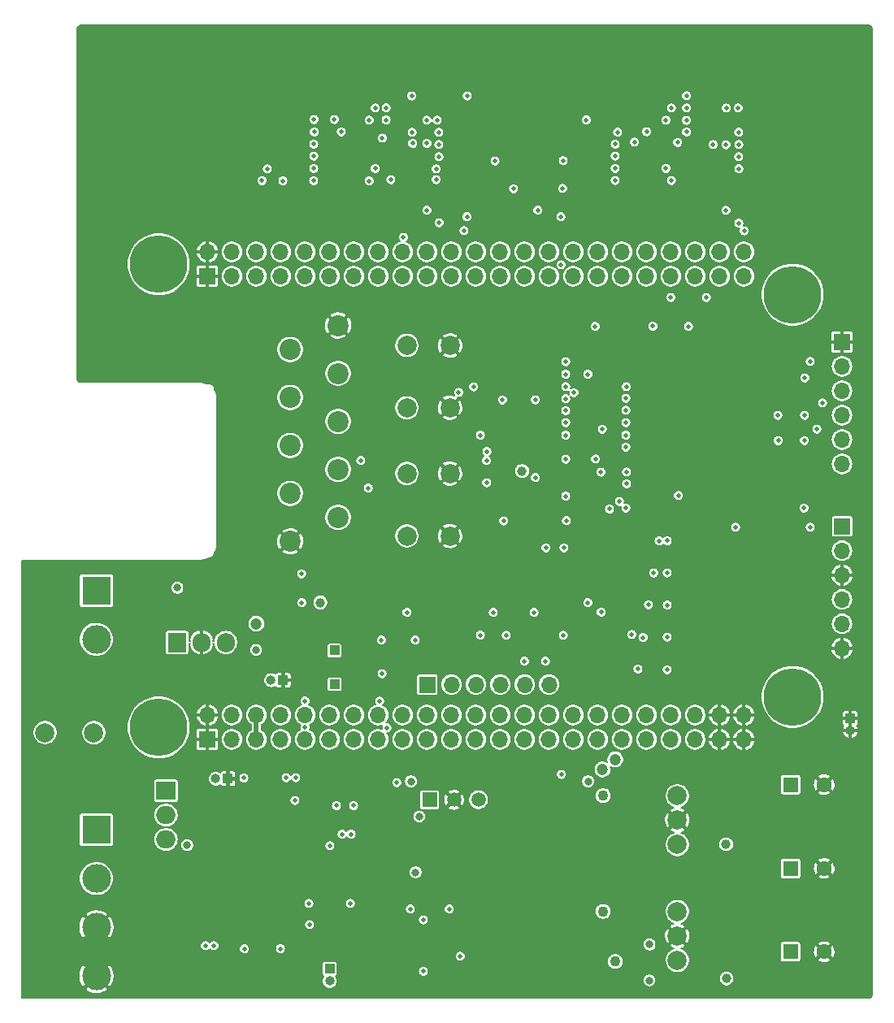
<source format=gbl>
G04 #@! TF.GenerationSoftware,KiCad,Pcbnew,5.0.2-bee76a0~70~ubuntu18.04.1*
G04 #@! TF.CreationDate,2019-08-05T20:33:20-05:00*
G04 #@! TF.ProjectId,BBB_SHIELD_V2,4242425f-5348-4494-954c-445f56322e6b,rev?*
G04 #@! TF.SameCoordinates,Original*
G04 #@! TF.FileFunction,Copper,L4,Bot*
G04 #@! TF.FilePolarity,Positive*
%FSLAX46Y46*%
G04 Gerber Fmt 4.6, Leading zero omitted, Abs format (unit mm)*
G04 Created by KiCad (PCBNEW 5.0.2-bee76a0~70~ubuntu18.04.1) date Mon 05 Aug 2019 08:33:20 PM CDT*
%MOMM*%
%LPD*%
G01*
G04 APERTURE LIST*
G04 #@! TA.AperFunction,ComponentPad*
%ADD10R,2.000000X1.905000*%
G04 #@! TD*
G04 #@! TA.AperFunction,ComponentPad*
%ADD11O,2.000000X1.905000*%
G04 #@! TD*
G04 #@! TA.AperFunction,ComponentPad*
%ADD12C,2.000000*%
G04 #@! TD*
G04 #@! TA.AperFunction,ComponentPad*
%ADD13O,1.700000X1.700000*%
G04 #@! TD*
G04 #@! TA.AperFunction,ComponentPad*
%ADD14R,1.700000X1.700000*%
G04 #@! TD*
G04 #@! TA.AperFunction,ComponentPad*
%ADD15C,6.000000*%
G04 #@! TD*
G04 #@! TA.AperFunction,ComponentPad*
%ADD16R,3.000000X3.000000*%
G04 #@! TD*
G04 #@! TA.AperFunction,ComponentPad*
%ADD17C,3.000000*%
G04 #@! TD*
G04 #@! TA.AperFunction,ComponentPad*
%ADD18O,1.905000X2.000000*%
G04 #@! TD*
G04 #@! TA.AperFunction,ComponentPad*
%ADD19R,1.905000X2.000000*%
G04 #@! TD*
G04 #@! TA.AperFunction,ComponentPad*
%ADD20C,1.520000*%
G04 #@! TD*
G04 #@! TA.AperFunction,ComponentPad*
%ADD21R,1.520000X1.520000*%
G04 #@! TD*
G04 #@! TA.AperFunction,ComponentPad*
%ADD22O,1.000000X1.000000*%
G04 #@! TD*
G04 #@! TA.AperFunction,ComponentPad*
%ADD23R,1.000000X1.000000*%
G04 #@! TD*
G04 #@! TA.AperFunction,ComponentPad*
%ADD24C,1.000000*%
G04 #@! TD*
G04 #@! TA.AperFunction,ComponentPad*
%ADD25C,2.200000*%
G04 #@! TD*
G04 #@! TA.AperFunction,ComponentPad*
%ADD26C,1.600000*%
G04 #@! TD*
G04 #@! TA.AperFunction,ComponentPad*
%ADD27R,1.600000X1.600000*%
G04 #@! TD*
G04 #@! TA.AperFunction,ViaPad*
%ADD28C,0.400000*%
G04 #@! TD*
G04 #@! TA.AperFunction,ViaPad*
%ADD29C,1.000000*%
G04 #@! TD*
G04 #@! TA.AperFunction,ViaPad*
%ADD30C,1.500000*%
G04 #@! TD*
G04 #@! TA.AperFunction,ViaPad*
%ADD31C,0.600000*%
G04 #@! TD*
G04 #@! TA.AperFunction,ViaPad*
%ADD32C,0.500000*%
G04 #@! TD*
G04 #@! TA.AperFunction,ViaPad*
%ADD33C,1.200000*%
G04 #@! TD*
G04 #@! TA.AperFunction,ViaPad*
%ADD34C,0.800000*%
G04 #@! TD*
G04 #@! TA.AperFunction,ViaPad*
%ADD35C,1.100000*%
G04 #@! TD*
G04 #@! TA.AperFunction,Conductor*
%ADD36C,2.000000*%
G04 #@! TD*
G04 #@! TA.AperFunction,Conductor*
%ADD37C,0.500000*%
G04 #@! TD*
G04 #@! TA.AperFunction,Conductor*
%ADD38C,0.200000*%
G04 #@! TD*
G04 APERTURE END LIST*
D10*
G04 #@! TO.P,Q1,1*
G04 #@! TO.N,Net-(Q1-Pad1)*
X119750000Y-122150000D03*
D11*
G04 #@! TO.P,Q1,2*
G04 #@! TO.N,_VDD_24V_PROT*
X119750000Y-124690000D03*
G04 #@! TO.P,Q1,3*
G04 #@! TO.N,/FET/FET_OUT*
X119750000Y-127230000D03*
G04 #@! TD*
D12*
G04 #@! TO.P,P12V1,1*
G04 #@! TO.N,_VDD_24V_PROT*
X173010000Y-122680000D03*
G04 #@! TO.P,P12V1,2*
G04 #@! TO.N,GND*
X173010000Y-125220000D03*
G04 #@! TO.P,P12V1,3*
G04 #@! TO.N,_VDD_12V_PROT*
X173010000Y-127760000D03*
G04 #@! TD*
G04 #@! TO.P,P5V1,1*
G04 #@! TO.N,_VDD_24V_PROT*
X173010000Y-134750000D03*
G04 #@! TO.P,P5V1,2*
G04 #@! TO.N,GND*
X173010000Y-137290000D03*
G04 #@! TO.P,P5V1,3*
G04 #@! TO.N,_VDD_5V_PROT*
X173010000Y-139830000D03*
G04 #@! TD*
D13*
G04 #@! TO.P,P9,46*
G04 #@! TO.N,GND*
X179940000Y-114270000D03*
G04 #@! TO.P,P9,45*
X179940000Y-116810000D03*
G04 #@! TO.P,P9,44*
X177400000Y-114270000D03*
G04 #@! TO.P,P9,43*
X177400000Y-116810000D03*
G04 #@! TO.P,P9,42*
G04 #@! TO.N,Net-(P9-Pad42)*
X174860000Y-114270000D03*
G04 #@! TO.P,P9,41*
G04 #@! TO.N,Net-(P9-Pad41)*
X174860000Y-116810000D03*
G04 #@! TO.P,P9,40*
G04 #@! TO.N,Net-(P9-Pad40)*
X172320000Y-114270000D03*
G04 #@! TO.P,P9,39*
G04 #@! TO.N,Net-(P9-Pad39)*
X172320000Y-116810000D03*
G04 #@! TO.P,P9,38*
G04 #@! TO.N,Net-(P9-Pad38)*
X169780000Y-114270000D03*
G04 #@! TO.P,P9,37*
G04 #@! TO.N,Net-(P9-Pad37)*
X169780000Y-116810000D03*
G04 #@! TO.P,P9,36*
G04 #@! TO.N,Net-(P9-Pad36)*
X167240000Y-114270000D03*
G04 #@! TO.P,P9,35*
G04 #@! TO.N,Net-(P9-Pad35)*
X167240000Y-116810000D03*
G04 #@! TO.P,P9,34*
G04 #@! TO.N,Net-(P9-Pad34)*
X164700000Y-114270000D03*
G04 #@! TO.P,P9,33*
G04 #@! TO.N,Net-(P9-Pad33)*
X164700000Y-116810000D03*
G04 #@! TO.P,P9,32*
G04 #@! TO.N,Net-(P9-Pad32)*
X162160000Y-114270000D03*
G04 #@! TO.P,P9,31*
G04 #@! TO.N,Net-(P9-Pad31)*
X162160000Y-116810000D03*
G04 #@! TO.P,P9,30*
G04 #@! TO.N,Net-(P9-Pad30)*
X159620000Y-114270000D03*
G04 #@! TO.P,P9,29*
G04 #@! TO.N,Net-(P9-Pad29)*
X159620000Y-116810000D03*
G04 #@! TO.P,P9,28*
G04 #@! TO.N,Net-(P9-Pad28)*
X157080000Y-114270000D03*
G04 #@! TO.P,P9,27*
G04 #@! TO.N,/BB_HEADERS/aux_1*
X157080000Y-116810000D03*
G04 #@! TO.P,P9,26*
G04 #@! TO.N,Net-(P9-Pad26)*
X154540000Y-114270000D03*
G04 #@! TO.P,P9,25*
G04 #@! TO.N,Net-(P9-Pad25)*
X154540000Y-116810000D03*
G04 #@! TO.P,P9,24*
G04 #@! TO.N,Net-(P9-Pad24)*
X152000000Y-114270000D03*
G04 #@! TO.P,P9,23*
G04 #@! TO.N,Net-(P9-Pad23)*
X152000000Y-116810000D03*
G04 #@! TO.P,P9,22*
G04 #@! TO.N,/BB_HEADERS/uart2_rxd_sw*
X149460000Y-114270000D03*
G04 #@! TO.P,P9,21*
G04 #@! TO.N,/BB_HEADERS/uart2_txd_sw*
X149460000Y-116810000D03*
G04 #@! TO.P,P9,20*
G04 #@! TO.N,/BB_HEADERS/SDA1*
X146920000Y-114270000D03*
G04 #@! TO.P,P9,19*
G04 #@! TO.N,/BB_HEADERS/SCL1*
X146920000Y-116810000D03*
G04 #@! TO.P,P9,18*
G04 #@! TO.N,Net-(P9-Pad18)*
X144380000Y-114270000D03*
G04 #@! TO.P,P9,17*
G04 #@! TO.N,Net-(P9-Pad17)*
X144380000Y-116810000D03*
G04 #@! TO.P,P9,16*
G04 #@! TO.N,Net-(P9-Pad16)*
X141840000Y-114270000D03*
G04 #@! TO.P,P9,15*
G04 #@! TO.N,Net-(P9-Pad15)*
X141840000Y-116810000D03*
G04 #@! TO.P,P9,14*
G04 #@! TO.N,Net-(P9-Pad14)*
X139300000Y-114270000D03*
G04 #@! TO.P,P9,13*
G04 #@! TO.N,/BB_HEADERS/uart4_txd_sw*
X139300000Y-116810000D03*
G04 #@! TO.P,P9,12*
G04 #@! TO.N,Net-(P9-Pad12)*
X136760000Y-114270000D03*
G04 #@! TO.P,P9,11*
G04 #@! TO.N,/BB_HEADERS/uart4_rxd_sw*
X136760000Y-116810000D03*
G04 #@! TO.P,P9,10*
G04 #@! TO.N,_SYS_RESETn*
X134220000Y-114270000D03*
G04 #@! TO.P,P9,9*
G04 #@! TO.N,_PWR_BUTT*
X134220000Y-116810000D03*
G04 #@! TO.P,P9,8*
G04 #@! TO.N,Net-(P9-Pad8)*
X131680000Y-114270000D03*
G04 #@! TO.P,P9,7*
G04 #@! TO.N,Net-(P9-Pad7)*
X131680000Y-116810000D03*
G04 #@! TO.P,P9,6*
G04 #@! TO.N,_VDD_5V_PROT*
X129140000Y-114270000D03*
G04 #@! TO.P,P9,5*
X129140000Y-116810000D03*
G04 #@! TO.P,P9,4*
G04 #@! TO.N,_VDD_3V3*
X126600000Y-114270000D03*
G04 #@! TO.P,P9,3*
X126600000Y-116810000D03*
G04 #@! TO.P,P9,2*
G04 #@! TO.N,GND*
X124060000Y-114270000D03*
D14*
G04 #@! TO.P,P9,1*
X124060000Y-116810000D03*
G04 #@! TD*
D15*
G04 #@! TO.P,REF\002A\002A,1*
G04 #@! TO.N,N/C*
X118980000Y-67280000D03*
G04 #@! TD*
G04 #@! TO.P,REF\002A\002A,1*
G04 #@! TO.N,N/C*
X118980000Y-115540000D03*
G04 #@! TD*
G04 #@! TO.P,REF\002A\002A,1*
G04 #@! TO.N,N/C*
X185020000Y-70455000D03*
G04 #@! TD*
G04 #@! TO.P,REF\002A\002A,1*
G04 #@! TO.N,N/C*
X185020000Y-112365000D03*
G04 #@! TD*
D13*
G04 #@! TO.P,P8,46*
G04 #@! TO.N,Net-(P8-Pad46)*
X179940000Y-66010000D03*
G04 #@! TO.P,P8,45*
G04 #@! TO.N,Net-(P8-Pad45)*
X179940000Y-68550000D03*
G04 #@! TO.P,P8,44*
G04 #@! TO.N,Net-(P8-Pad44)*
X177400000Y-66010000D03*
G04 #@! TO.P,P8,43*
G04 #@! TO.N,Net-(P8-Pad43)*
X177400000Y-68550000D03*
G04 #@! TO.P,P8,42*
G04 #@! TO.N,Net-(P8-Pad42)*
X174860000Y-66010000D03*
G04 #@! TO.P,P8,41*
G04 #@! TO.N,Net-(P8-Pad41)*
X174860000Y-68550000D03*
G04 #@! TO.P,P8,40*
G04 #@! TO.N,/BB_HEADERS/enable*
X172320000Y-66010000D03*
G04 #@! TO.P,P8,39*
G04 #@! TO.N,/BB_HEADERS/aux_2*
X172320000Y-68550000D03*
G04 #@! TO.P,P8,38*
G04 #@! TO.N,/BB_HEADERS/uart2_rtsn_sw*
X169780000Y-66010000D03*
G04 #@! TO.P,P8,37*
G04 #@! TO.N,/BB_HEADERS/uart2_ctsn_sw*
X169780000Y-68550000D03*
G04 #@! TO.P,P8,36*
G04 #@! TO.N,Net-(P8-Pad36)*
X167240000Y-66010000D03*
G04 #@! TO.P,P8,35*
G04 #@! TO.N,/BB_HEADERS/uart4_ctsn_sw*
X167240000Y-68550000D03*
G04 #@! TO.P,P8,34*
G04 #@! TO.N,Net-(P8-Pad34)*
X164700000Y-66010000D03*
G04 #@! TO.P,P8,33*
G04 #@! TO.N,/BB_HEADERS/uart4_rtsn_sw*
X164700000Y-68550000D03*
G04 #@! TO.P,P8,32*
G04 #@! TO.N,Net-(P8-Pad32)*
X162160000Y-66010000D03*
G04 #@! TO.P,P8,31*
G04 #@! TO.N,Net-(P8-Pad31)*
X162160000Y-68550000D03*
G04 #@! TO.P,P8,30*
G04 #@! TO.N,Net-(P8-Pad30)*
X159620000Y-66010000D03*
G04 #@! TO.P,P8,29*
G04 #@! TO.N,Net-(P8-Pad29)*
X159620000Y-68550000D03*
G04 #@! TO.P,P8,28*
G04 #@! TO.N,Net-(P8-Pad28)*
X157080000Y-66010000D03*
G04 #@! TO.P,P8,27*
G04 #@! TO.N,Net-(P8-Pad27)*
X157080000Y-68550000D03*
G04 #@! TO.P,P8,26*
G04 #@! TO.N,Net-(P8-Pad26)*
X154540000Y-66010000D03*
G04 #@! TO.P,P8,25*
G04 #@! TO.N,Net-(P8-Pad25)*
X154540000Y-68550000D03*
G04 #@! TO.P,P8,24*
G04 #@! TO.N,Net-(P8-Pad24)*
X152000000Y-66010000D03*
G04 #@! TO.P,P8,23*
G04 #@! TO.N,Net-(P8-Pad23)*
X152000000Y-68550000D03*
G04 #@! TO.P,P8,22*
G04 #@! TO.N,Net-(P8-Pad22)*
X149460000Y-66010000D03*
G04 #@! TO.P,P8,21*
G04 #@! TO.N,Net-(P8-Pad21)*
X149460000Y-68550000D03*
G04 #@! TO.P,P8,20*
G04 #@! TO.N,Net-(P8-Pad20)*
X146920000Y-66010000D03*
G04 #@! TO.P,P8,19*
G04 #@! TO.N,Net-(P8-Pad19)*
X146920000Y-68550000D03*
G04 #@! TO.P,P8,18*
G04 #@! TO.N,Net-(P8-Pad18)*
X144380000Y-66010000D03*
G04 #@! TO.P,P8,17*
G04 #@! TO.N,Net-(P8-Pad17)*
X144380000Y-68550000D03*
G04 #@! TO.P,P8,16*
G04 #@! TO.N,Net-(P8-Pad16)*
X141840000Y-66010000D03*
G04 #@! TO.P,P8,15*
G04 #@! TO.N,Net-(P8-Pad15)*
X141840000Y-68550000D03*
G04 #@! TO.P,P8,14*
G04 #@! TO.N,Net-(P8-Pad14)*
X139300000Y-66010000D03*
G04 #@! TO.P,P8,13*
G04 #@! TO.N,Net-(P8-Pad13)*
X139300000Y-68550000D03*
G04 #@! TO.P,P8,12*
G04 #@! TO.N,Net-(P8-Pad12)*
X136760000Y-66010000D03*
G04 #@! TO.P,P8,11*
G04 #@! TO.N,Net-(P8-Pad11)*
X136760000Y-68550000D03*
G04 #@! TO.P,P8,10*
G04 #@! TO.N,Net-(P8-Pad10)*
X134220000Y-66010000D03*
G04 #@! TO.P,P8,9*
G04 #@! TO.N,Net-(P8-Pad9)*
X134220000Y-68550000D03*
G04 #@! TO.P,P8,8*
G04 #@! TO.N,Net-(P8-Pad8)*
X131680000Y-66010000D03*
G04 #@! TO.P,P8,7*
G04 #@! TO.N,Net-(P8-Pad7)*
X131680000Y-68550000D03*
G04 #@! TO.P,P8,6*
G04 #@! TO.N,Net-(P8-Pad6)*
X129140000Y-66010000D03*
G04 #@! TO.P,P8,5*
G04 #@! TO.N,Net-(P8-Pad5)*
X129140000Y-68550000D03*
G04 #@! TO.P,P8,4*
G04 #@! TO.N,Net-(P8-Pad4)*
X126600000Y-66010000D03*
G04 #@! TO.P,P8,3*
G04 #@! TO.N,Net-(P8-Pad3)*
X126600000Y-68550000D03*
G04 #@! TO.P,P8,2*
G04 #@! TO.N,GND*
X124060000Y-66010000D03*
D14*
G04 #@! TO.P,P8,1*
X124060000Y-68550000D03*
G04 #@! TD*
D13*
G04 #@! TO.P,REF\002A\002A,6*
G04 #@! TO.N,N/C*
X159660000Y-111095000D03*
G04 #@! TO.P,REF\002A\002A,5*
X157120000Y-111095000D03*
G04 #@! TO.P,REF\002A\002A,4*
X154580000Y-111095000D03*
G04 #@! TO.P,REF\002A\002A,3*
X152040000Y-111095000D03*
G04 #@! TO.P,REF\002A\002A,2*
X149500000Y-111095000D03*
D14*
G04 #@! TO.P,REF\002A\002A,1*
X146960000Y-111095000D03*
G04 #@! TD*
D16*
G04 #@! TO.P,CONN5V5,1*
G04 #@! TO.N,_VDD_5V_PROT*
X112490000Y-101300000D03*
D17*
G04 #@! TO.P,CONN5V5,2*
G04 #@! TO.N,_VDD_3V3*
X112490000Y-106380000D03*
G04 #@! TD*
D18*
G04 #@! TO.P,D1,3*
G04 #@! TO.N,/POWER_PROTECTION/VDD_24V_SHUNT*
X125980000Y-106700000D03*
G04 #@! TO.P,D1,2*
G04 #@! TO.N,GND*
X123440000Y-106700000D03*
D19*
G04 #@! TO.P,D1,1*
G04 #@! TO.N,_VDD_24V_PROT*
X120900000Y-106700000D03*
G04 #@! TD*
D12*
G04 #@! TO.P,F1,1*
G04 #@! TO.N,/POWER_PROTECTION/VDD_24V*
X107150000Y-116100000D03*
G04 #@! TO.P,F1,2*
G04 #@! TO.N,_VDD_24V_PROT*
X112230000Y-116110000D03*
G04 #@! TD*
D17*
G04 #@! TO.P,J1,4*
G04 #@! TO.N,GND*
X112500000Y-141460000D03*
D16*
G04 #@! TO.P,J1,1*
G04 #@! TO.N,/POWER_PROTECTION/VDD_24V*
X112500000Y-126220000D03*
D17*
G04 #@! TO.P,J1,2*
G04 #@! TO.N,_POWER_OUT*
X112500000Y-131300000D03*
G04 #@! TO.P,J1,3*
G04 #@! TO.N,GND*
X112500000Y-136380000D03*
G04 #@! TD*
D12*
G04 #@! TO.P,swP1,2*
G04 #@! TO.N,GND*
X149350000Y-95600000D03*
G04 #@! TO.P,swP1,1*
G04 #@! TO.N,_PWR_BUTT*
X144850000Y-95600000D03*
G04 #@! TO.P,swP1,2*
G04 #@! TO.N,GND*
X149350000Y-89100000D03*
G04 #@! TO.P,swP1,1*
G04 #@! TO.N,_PWR_BUTT*
X144850000Y-89100000D03*
G04 #@! TD*
G04 #@! TO.P,swR1,1*
G04 #@! TO.N,_SYS_RESETn*
X144850000Y-75750000D03*
G04 #@! TO.P,swR1,2*
G04 #@! TO.N,GND*
X149350000Y-75750000D03*
G04 #@! TO.P,swR1,1*
G04 #@! TO.N,_SYS_RESETn*
X144850000Y-82250000D03*
G04 #@! TO.P,swR1,2*
G04 #@! TO.N,GND*
X149350000Y-82250000D03*
G04 #@! TD*
D20*
G04 #@! TO.P,TL1,3*
G04 #@! TO.N,Net-(C1-Pad1)*
X152300000Y-123100000D03*
D21*
G04 #@! TO.P,TL1,1*
G04 #@! TO.N,/POWER_PROTECTION/VDD_24V_SHUNT*
X147220000Y-123100000D03*
D20*
G04 #@! TO.P,TL1,2*
G04 #@! TO.N,GND*
X149760000Y-123100000D03*
G04 #@! TD*
D22*
G04 #@! TO.P,TP7,2*
G04 #@! TO.N,Net-(Q1-Pad1)*
X124930000Y-120900000D03*
D23*
G04 #@! TO.P,TP7,1*
G04 #@! TO.N,GND*
X126200000Y-120900000D03*
G04 #@! TD*
D24*
G04 #@! TO.P,TP12V1,1*
G04 #@! TO.N,_VDD_12V_PROT*
X178100000Y-127730000D03*
G04 #@! TD*
G04 #@! TO.P,TP3V3REF1,1*
G04 #@! TO.N,/CONTROLLER/3V3_REF*
X135820000Y-102540000D03*
G04 #@! TD*
G04 #@! TO.P,TP5V1,1*
G04 #@! TO.N,_VDD_5V_PROT*
X178150000Y-141710000D03*
G04 #@! TD*
G04 #@! TO.P,TPCLK1,1*
G04 #@! TO.N,Net-(PIC1-Pad10)*
X156850000Y-88850000D03*
G04 #@! TD*
D23*
G04 #@! TO.P,TPSCL1,1*
G04 #@! TO.N,/BB_HEADERS/SCL1*
X137315001Y-111050000D03*
G04 #@! TD*
G04 #@! TO.P,TPSDA1,1*
G04 #@! TO.N,/BB_HEADERS/SDA1*
X137305001Y-107530000D03*
G04 #@! TD*
G04 #@! TO.P,TPSHUNT1,1*
G04 #@! TO.N,/FET/I_SENSE_P*
X136800000Y-140700000D03*
D22*
G04 #@! TO.P,TPSHUNT1,2*
G04 #@! TO.N,/FET/I_SENSE_N*
X136800000Y-141970000D03*
G04 #@! TD*
D25*
G04 #@! TO.P,J4,1*
G04 #@! TO.N,GND*
X137680000Y-73670000D03*
G04 #@! TO.P,J4,3*
G04 #@! TO.N,/RS232/U4RXD*
X137680000Y-78670000D03*
G04 #@! TO.P,J4,5*
G04 #@! TO.N,/RS232/U4TXD*
X137680000Y-83670000D03*
G04 #@! TO.P,J4,7*
G04 #@! TO.N,/RS232/U2RTSN*
X137680000Y-88670000D03*
G04 #@! TO.P,J4,9*
G04 #@! TO.N,/RS232/U2CTSN*
X137680000Y-93670000D03*
G04 #@! TO.P,J4,2*
G04 #@! TO.N,/RS232/U4CTSN*
X132680000Y-76170000D03*
G04 #@! TO.P,J4,4*
G04 #@! TO.N,/RS232/U4RTSN*
X132680000Y-81170000D03*
G04 #@! TO.P,J4,6*
G04 #@! TO.N,/RS232/U2TXD*
X132680000Y-86170000D03*
G04 #@! TO.P,J4,8*
G04 #@! TO.N,/RS232/U2RXD*
X132680000Y-91170000D03*
G04 #@! TO.P,J4,10*
G04 #@! TO.N,GND*
X132680000Y-96170000D03*
G04 #@! TD*
D13*
G04 #@! TO.P,J2,6*
G04 #@! TO.N,GND*
X190180000Y-107310000D03*
G04 #@! TO.P,J2,5*
G04 #@! TO.N,/CONTROLLER/PGEC*
X190180000Y-104770000D03*
G04 #@! TO.P,J2,4*
G04 #@! TO.N,/CONTROLLER/PGED*
X190180000Y-102230000D03*
G04 #@! TO.P,J2,3*
G04 #@! TO.N,GND*
X190180000Y-99690000D03*
G04 #@! TO.P,J2,2*
G04 #@! TO.N,_VDD_3V3*
X190180000Y-97150000D03*
D14*
G04 #@! TO.P,J2,1*
G04 #@! TO.N,/CONTROLLER/~MCLR*
X190180000Y-94610000D03*
G04 #@! TD*
G04 #@! TO.P,J3,1*
G04 #@! TO.N,GND*
X190180000Y-75400000D03*
D13*
G04 #@! TO.P,J3,2*
G04 #@! TO.N,Net-(J3-Pad2)*
X190180000Y-77940000D03*
G04 #@! TO.P,J3,3*
G04 #@! TO.N,Net-(J3-Pad3)*
X190180000Y-80480000D03*
G04 #@! TO.P,J3,4*
G04 #@! TO.N,/CONTROLLER/U1RX*
X190180000Y-83020000D03*
G04 #@! TO.P,J3,5*
G04 #@! TO.N,/CONTROLLER/U1TX*
X190180000Y-85560000D03*
G04 #@! TO.P,J3,6*
G04 #@! TO.N,Net-(J3-Pad6)*
X190180000Y-88100000D03*
G04 #@! TD*
D26*
G04 #@! TO.P,C46,2*
G04 #@! TO.N,GND*
X188310000Y-138930000D03*
D27*
G04 #@! TO.P,C46,1*
G04 #@! TO.N,_VDD_5V_PROT*
X184810000Y-138930000D03*
G04 #@! TD*
G04 #@! TO.P,C47,1*
G04 #@! TO.N,_VDD_5V_PROT*
X184810000Y-130250000D03*
D26*
G04 #@! TO.P,C47,2*
G04 #@! TO.N,GND*
X188310000Y-130250000D03*
G04 #@! TD*
D27*
G04 #@! TO.P,C48,1*
G04 #@! TO.N,_VDD_5V_PROT*
X184810000Y-121520000D03*
D26*
G04 #@! TO.P,C48,2*
G04 #@! TO.N,GND*
X188310000Y-121520000D03*
G04 #@! TD*
D23*
G04 #@! TO.P,TP2,1*
G04 #@! TO.N,GND*
X131960000Y-110640000D03*
D22*
G04 #@! TO.P,TP2,2*
G04 #@! TO.N,_VDD_24V_PROT*
X130690000Y-110640000D03*
G04 #@! TD*
D23*
G04 #@! TO.P,TP1,1*
G04 #@! TO.N,GND*
X191030000Y-114610000D03*
D22*
G04 #@! TO.P,TP1,2*
X191030000Y-115880000D03*
G04 #@! TD*
D28*
G04 #@! TO.N,GND*
X139850000Y-121050000D03*
D29*
X124100000Y-129100000D03*
X126300000Y-109800000D03*
X124100000Y-130940000D03*
D30*
X140310000Y-124720000D03*
X143950000Y-136330000D03*
X143950000Y-139330000D03*
X143950000Y-142230000D03*
X149900000Y-142270000D03*
X154900000Y-142270000D03*
X154900000Y-139470000D03*
X154900000Y-136370000D03*
X154900000Y-133470000D03*
X154800000Y-130700000D03*
X154800000Y-127900000D03*
D31*
X136800000Y-132600000D03*
D32*
X147500000Y-135570000D03*
D30*
X159240000Y-124160000D03*
X159210000Y-126620000D03*
X159190000Y-128960000D03*
X159200000Y-131370000D03*
X159180000Y-133770000D03*
X159150000Y-136200000D03*
X159160000Y-138610000D03*
X159160000Y-141000000D03*
X143950000Y-133419990D03*
X181200000Y-120140000D03*
X181200000Y-123230000D03*
X181140000Y-132720000D03*
X181140000Y-135850000D03*
X134300000Y-107450000D03*
X179400000Y-110950000D03*
X179450000Y-107450000D03*
X179450000Y-104000000D03*
X179500000Y-100600000D03*
X179500000Y-97550000D03*
X162400000Y-86350000D03*
X167200000Y-78750000D03*
X140150000Y-49800000D03*
X171550000Y-49850000D03*
X174360000Y-75570000D03*
X175820000Y-80120000D03*
X175820000Y-82820000D03*
X175820000Y-85530000D03*
X175820000Y-88220000D03*
X153550000Y-92720000D03*
X153550000Y-95420000D03*
X153550000Y-98130000D03*
X153550000Y-100830000D03*
X152630000Y-52460000D03*
X145800000Y-57330000D03*
X131990000Y-50970000D03*
X121500000Y-58090000D03*
X121540000Y-52580000D03*
X163370000Y-50940000D03*
X173440000Y-57370000D03*
D28*
X140600000Y-121050000D03*
X139850000Y-121800000D03*
X140600000Y-121800000D03*
X141350000Y-121800000D03*
X139850000Y-122550000D03*
X140600000Y-122550000D03*
X141350000Y-122550000D03*
X141349999Y-121050001D03*
D30*
X152374022Y-58199937D03*
X129300000Y-102550000D03*
X129100000Y-99550000D03*
D32*
X154950000Y-78400000D03*
D29*
X144225000Y-122325000D03*
D32*
X167650000Y-93970000D03*
D31*
X137330000Y-129420000D03*
D33*
G04 #@! TO.N,_VDD_5V_PROT*
X129150000Y-104750000D03*
D34*
X129140000Y-107475000D03*
D33*
X166550000Y-118890000D03*
D35*
X166550000Y-139950000D03*
D34*
G04 #@! TO.N,_VDD_3V3*
X170120000Y-138170001D03*
X170110002Y-141910000D03*
D32*
G04 #@! TO.N,/BB_HEADERS/aux_2*
X172340000Y-70760000D03*
G04 #@! TO.N,/BB_HEADERS/enable*
X176050000Y-70750000D03*
G04 #@! TO.N,/BB_HEADERS/aux_1*
X157100000Y-108650000D03*
G04 #@! TO.N,/BB_HEADERS/SDA1*
X140040000Y-87740000D03*
X142200000Y-106450000D03*
X145700000Y-106450000D03*
X167720000Y-90170000D03*
X153130000Y-87740000D03*
X153150000Y-90059990D03*
G04 #@! TO.N,/BB_HEADERS/SCL1*
X142250000Y-109950000D03*
X166990000Y-92000000D03*
X140820000Y-90610000D03*
G04 #@! TO.N,_SYS_RESETn*
X142000000Y-112810000D03*
X134230000Y-112790000D03*
X150250000Y-80650000D03*
G04 #@! TO.N,_PWR_BUTT*
X142761392Y-115589211D03*
X134234443Y-115569933D03*
X153840000Y-103570000D03*
X144850000Y-103560000D03*
G04 #@! TO.N,/BB_HEADERS/uart4_rtsn_sw*
X145340000Y-49750000D03*
X151120000Y-49750000D03*
X151100000Y-62340000D03*
X160880000Y-62340000D03*
X160910000Y-67340000D03*
G04 #@! TO.N,/BB_HEADERS/uart4_ctsn_sw*
X145400000Y-53550000D03*
X144490000Y-64499998D03*
G04 #@! TO.N,/BB_HEADERS/uart2_ctsn_sw*
X173970000Y-49740000D03*
X173040000Y-54610000D03*
X168549998Y-54560000D03*
G04 #@! TO.N,/BB_HEADERS/uart2_rtsn_sw*
X173970000Y-53510000D03*
X169810000Y-53490000D03*
G04 #@! TO.N,/BB_HEADERS/uart2_rxd_sw*
X179400000Y-53530000D03*
X179980000Y-63820000D03*
X150800000Y-63800000D03*
G04 #@! TO.N,/BB_HEADERS/uart2_txd_sw*
X179420000Y-57340000D03*
X179420001Y-63010000D03*
X148200000Y-62960000D03*
G04 #@! TO.N,/BB_HEADERS/uart4_txd_sw*
X143170000Y-58480000D03*
X147890000Y-58470000D03*
X147890000Y-57350000D03*
G04 #@! TO.N,/BB_HEADERS/uart4_rxd_sw*
X148170000Y-53540000D03*
X142290000Y-54150000D03*
G04 #@! TO.N,/FET/FET_OUT*
X136820000Y-127890000D03*
X138080000Y-126680008D03*
X137500000Y-123702002D03*
G04 #@! TO.N,Net-(C2-Pad1)*
X139290000Y-123701992D03*
X139040000Y-126670000D03*
D34*
G04 #@! TO.N,_VDD_12V_PROT*
X163730000Y-121170000D03*
X145275000Y-121175000D03*
X146130000Y-124840000D03*
D32*
G04 #@! TO.N,/CONTROLLER/3V3_REF*
X161400000Y-78750000D03*
X163700000Y-102550000D03*
X163700000Y-78750000D03*
X133870000Y-99560000D03*
X133900000Y-102550000D03*
D34*
G04 #@! TO.N,_VDD_24V_PROT*
X120930000Y-101010000D03*
X145750000Y-130650000D03*
X121950000Y-127825000D03*
D32*
X127910000Y-138620000D03*
X131680000Y-138610000D03*
D35*
X165290000Y-122670000D03*
X165290000Y-134730000D03*
D33*
X165220000Y-119930000D03*
D32*
G04 #@! TO.N,/POWER_PROTECTION/VDD_24V_SHUNT*
X133175000Y-123175000D03*
X132275000Y-120800000D03*
X127875000Y-120825000D03*
G04 #@! TO.N,/CONTROLLER/HMI1\005CRB15*
X171950000Y-96100000D03*
X167700000Y-80050000D03*
X171110000Y-96110000D03*
G04 #@! TO.N,/CONTROLLER/HMI2\005CRB14*
X171950000Y-99450000D03*
X167650000Y-81250000D03*
X170560000Y-99450000D03*
G04 #@! TO.N,/CONTROLLER/HMI3\005CRB13*
X171950000Y-102800000D03*
X167650000Y-82500000D03*
X170010000Y-102780000D03*
G04 #@! TO.N,/CONTROLLER/PWM_HTBT*
X171950000Y-109550000D03*
X167650000Y-85100000D03*
X168910000Y-109470000D03*
G04 #@! TO.N,/RS232/U4TXD*
X137290000Y-52220000D03*
X135170000Y-52210000D03*
G04 #@! TO.N,/RS232/U4RXD*
X138010000Y-53500000D03*
X135190000Y-53510000D03*
G04 #@! TO.N,/BB_HEADERS/uart4_rxd*
X135140000Y-54780000D03*
X148170000Y-54820000D03*
G04 #@! TO.N,/BB_HEADERS/uart4_txd*
X135140000Y-56030000D03*
X148190000Y-56080000D03*
G04 #@! TO.N,/BB_HEADERS/uart4_rtsn*
X135140000Y-57320000D03*
X142690000Y-50990000D03*
X141540000Y-57320000D03*
X141550000Y-51010000D03*
G04 #@! TO.N,/BB_HEADERS/uart4_ctsn*
X135130000Y-58590000D03*
X142690000Y-52250000D03*
X140920000Y-58600000D03*
X140920000Y-52270000D03*
G04 #@! TO.N,/RS232/U4CTSN*
X131930000Y-58600000D03*
X129760000Y-58580000D03*
G04 #@! TO.N,/RS232/U4RTSN*
X130310000Y-57350000D03*
G04 #@! TO.N,/RS232/U2RTSN*
X153180000Y-86800000D03*
X154020010Y-56529990D03*
X161130000Y-56490000D03*
G04 #@! TO.N,/RS232/U2CTSN*
X154920000Y-94050000D03*
X161070000Y-59400000D03*
X155960001Y-59430000D03*
G04 #@! TO.N,/BB_HEADERS/uart2_ctsn*
X166530000Y-58570000D03*
X173970000Y-51010000D03*
X172410000Y-58570000D03*
X172410000Y-51010000D03*
G04 #@! TO.N,/BB_HEADERS/uart2_rtsn*
X166530000Y-57310000D03*
X173960000Y-52290000D03*
X171839999Y-57310000D03*
X171839999Y-52280000D03*
G04 #@! TO.N,/BB_HEADERS/uart2_txd*
X166530000Y-56030000D03*
X179400000Y-56080000D03*
G04 #@! TO.N,/BB_HEADERS/uart2_rxd*
X166530000Y-54780000D03*
X179420000Y-54820000D03*
G04 #@! TO.N,/RS232/U2RXD*
X166790000Y-53530000D03*
X165950000Y-92800000D03*
G04 #@! TO.N,/RS232/U2TXD*
X165210000Y-84490000D03*
X163540000Y-52260000D03*
G04 #@! TO.N,/CONTROLLER/~MCLR*
X161400000Y-77450000D03*
X186850000Y-77430000D03*
X179100000Y-94700000D03*
X186850000Y-94700000D03*
G04 #@! TO.N,/CONTROLLER/PGED*
X161400000Y-81300000D03*
X188150000Y-81750000D03*
G04 #@! TO.N,/CONTROLLER/PGEC*
X161400000Y-82550000D03*
X187550000Y-84480000D03*
G04 #@! TO.N,/CONTROLLER/U1TX*
X167650000Y-92700000D03*
X186220000Y-92710000D03*
X183525000Y-85675000D03*
X186250000Y-85675000D03*
G04 #@! TO.N,/CONTROLLER/U1RX*
X161400000Y-83800000D03*
X162260000Y-80680000D03*
X186300000Y-79130000D03*
X183500000Y-83025000D03*
X186275000Y-83025000D03*
G04 #@! TO.N,/CONTROLLER/I_SENSE*
X161400000Y-80050000D03*
X151790000Y-80070000D03*
X150400002Y-139400000D03*
G04 #@! TO.N,/CONTROLLER/aux_1*
X161400000Y-85100000D03*
X155200000Y-105950000D03*
X152500000Y-105930000D03*
X152500000Y-85100000D03*
G04 #@! TO.N,/CONTROLLER/aux_2*
X161400000Y-87600000D03*
X170470000Y-73750000D03*
X164460000Y-73760000D03*
X164490000Y-87590000D03*
G04 #@! TO.N,/CONTROLLER/enable*
X161400000Y-91450000D03*
X174180000Y-73770000D03*
X173130000Y-91390000D03*
G04 #@! TO.N,/CONTROLLER/RS232_enable*
X161450000Y-94000000D03*
X161200000Y-96850000D03*
G04 #@! TO.N,/CONTROLLER/PWM_FET_L*
X167650000Y-86350000D03*
X161150000Y-105950000D03*
X168280000Y-105880000D03*
G04 #@! TO.N,Net-(Q1-Pad1)*
X133260000Y-120800000D03*
G04 #@! TO.N,/BB_HEADERS/RS232_enable*
X159330000Y-96850000D03*
X158470000Y-61660000D03*
X178090000Y-61670000D03*
X178110000Y-51000000D03*
X176750000Y-54820000D03*
X179360000Y-51000000D03*
X146930000Y-61660000D03*
X146930000Y-52270000D03*
X147990000Y-52280000D03*
X145440000Y-54700010D03*
X146930000Y-54700010D03*
X178090000Y-54829990D03*
G04 #@! TO.N,/CONTROLLER/PWM_FET*
X143800000Y-121300000D03*
X159280000Y-108650000D03*
X160930000Y-120450010D03*
G04 #@! TO.N,Net-(R23-Pad2)*
X146550000Y-135620000D03*
X149250000Y-134470000D03*
G04 #@! TO.N,Net-(R24-Pad1)*
X138950000Y-133900000D03*
X145200000Y-134470000D03*
X146550000Y-140970000D03*
G04 #@! TO.N,/FET/I_SENSE_P*
X124750000Y-138300000D03*
X134650000Y-133900000D03*
G04 #@! TO.N,/CONTROLLER/HMI3\005CRB12*
X171950000Y-106150000D03*
X167650000Y-83800000D03*
X169460000Y-106180000D03*
G04 #@! TO.N,Net-(PIC1-Pad11)*
X158220000Y-89520000D03*
X154810000Y-81440000D03*
X158220000Y-81430000D03*
G04 #@! TO.N,Net-(PIC1-Pad19)*
X165060000Y-88950000D03*
X167720000Y-88940000D03*
X158090000Y-103570000D03*
X165080000Y-103550000D03*
G04 #@! TO.N,/FET/I_SENSE_N*
X123850000Y-138300000D03*
X134700000Y-136100000D03*
G04 #@! TD*
D36*
G04 #@! TO.N,GND*
X112500000Y-136380000D02*
X112500000Y-141460000D01*
D37*
G04 #@! TO.N,_VDD_5V_PROT*
X129140000Y-114270000D02*
X129140000Y-116810000D01*
G04 #@! TD*
D38*
G04 #@! TO.N,GND*
G36*
X193003307Y-42414464D02*
X193099567Y-42454336D01*
X193182232Y-42517768D01*
X193245664Y-42600433D01*
X193285536Y-42696693D01*
X193300000Y-42806559D01*
X193300000Y-143394010D01*
X193285557Y-143503795D01*
X193245738Y-143600002D01*
X193182391Y-143682639D01*
X193140274Y-143715000D01*
X104775000Y-143715000D01*
X104775000Y-142781318D01*
X111320103Y-142781318D01*
X111489820Y-143020524D01*
X111813674Y-143187615D01*
X112163902Y-143288315D01*
X112527047Y-143318755D01*
X112889152Y-143277762D01*
X113236302Y-143166915D01*
X113510180Y-143020524D01*
X113679897Y-142781318D01*
X112500000Y-141601421D01*
X111320103Y-142781318D01*
X104775000Y-142781318D01*
X104775000Y-141487047D01*
X110641245Y-141487047D01*
X110682238Y-141849152D01*
X110793085Y-142196302D01*
X110939476Y-142470180D01*
X111178682Y-142639897D01*
X112358579Y-141460000D01*
X112641421Y-141460000D01*
X113821318Y-142639897D01*
X114060524Y-142470180D01*
X114227615Y-142146326D01*
X114278313Y-141970000D01*
X135996130Y-141970000D01*
X136011576Y-142126827D01*
X136057321Y-142277628D01*
X136131607Y-142416606D01*
X136231578Y-142538422D01*
X136353394Y-142638393D01*
X136492372Y-142712679D01*
X136643173Y-142758424D01*
X136760707Y-142770000D01*
X136839293Y-142770000D01*
X136956827Y-142758424D01*
X137107628Y-142712679D01*
X137246606Y-142638393D01*
X137368422Y-142538422D01*
X137468393Y-142416606D01*
X137542679Y-142277628D01*
X137588424Y-142126827D01*
X137603870Y-141970000D01*
X137591171Y-141841056D01*
X169410002Y-141841056D01*
X169410002Y-141978944D01*
X169436903Y-142114182D01*
X169489670Y-142241574D01*
X169566276Y-142356224D01*
X169663778Y-142453726D01*
X169778428Y-142530332D01*
X169905820Y-142583099D01*
X170041058Y-142610000D01*
X170178946Y-142610000D01*
X170314184Y-142583099D01*
X170441576Y-142530332D01*
X170556226Y-142453726D01*
X170653728Y-142356224D01*
X170730334Y-142241574D01*
X170783101Y-142114182D01*
X170810002Y-141978944D01*
X170810002Y-141841056D01*
X170783101Y-141705818D01*
X170752197Y-141631207D01*
X177350000Y-141631207D01*
X177350000Y-141788793D01*
X177380743Y-141943351D01*
X177441049Y-142088942D01*
X177528599Y-142219970D01*
X177640030Y-142331401D01*
X177771058Y-142418951D01*
X177916649Y-142479257D01*
X178071207Y-142510000D01*
X178228793Y-142510000D01*
X178383351Y-142479257D01*
X178528942Y-142418951D01*
X178659970Y-142331401D01*
X178771401Y-142219970D01*
X178858951Y-142088942D01*
X178919257Y-141943351D01*
X178950000Y-141788793D01*
X178950000Y-141631207D01*
X178919257Y-141476649D01*
X178858951Y-141331058D01*
X178771401Y-141200030D01*
X178659970Y-141088599D01*
X178528942Y-141001049D01*
X178383351Y-140940743D01*
X178228793Y-140910000D01*
X178071207Y-140910000D01*
X177916649Y-140940743D01*
X177771058Y-141001049D01*
X177640030Y-141088599D01*
X177528599Y-141200030D01*
X177441049Y-141331058D01*
X177380743Y-141476649D01*
X177350000Y-141631207D01*
X170752197Y-141631207D01*
X170730334Y-141578426D01*
X170653728Y-141463776D01*
X170556226Y-141366274D01*
X170441576Y-141289668D01*
X170314184Y-141236901D01*
X170178946Y-141210000D01*
X170041058Y-141210000D01*
X169905820Y-141236901D01*
X169778428Y-141289668D01*
X169663778Y-141366274D01*
X169566276Y-141463776D01*
X169489670Y-141578426D01*
X169436903Y-141705818D01*
X169410002Y-141841056D01*
X137591171Y-141841056D01*
X137588424Y-141813173D01*
X137542679Y-141662372D01*
X137468393Y-141523394D01*
X137426616Y-141472488D01*
X137467477Y-141450647D01*
X137513158Y-141413158D01*
X137550647Y-141367477D01*
X137578504Y-141315360D01*
X137595659Y-141258810D01*
X137601451Y-141200000D01*
X137601451Y-140915830D01*
X146000000Y-140915830D01*
X146000000Y-141024170D01*
X146021136Y-141130429D01*
X146062597Y-141230523D01*
X146122787Y-141320604D01*
X146199396Y-141397213D01*
X146289477Y-141457403D01*
X146389571Y-141498864D01*
X146495830Y-141520000D01*
X146604170Y-141520000D01*
X146710429Y-141498864D01*
X146810523Y-141457403D01*
X146900604Y-141397213D01*
X146977213Y-141320604D01*
X147037403Y-141230523D01*
X147078864Y-141130429D01*
X147100000Y-141024170D01*
X147100000Y-140915830D01*
X147078864Y-140809571D01*
X147037403Y-140709477D01*
X146977213Y-140619396D01*
X146900604Y-140542787D01*
X146810523Y-140482597D01*
X146710429Y-140441136D01*
X146604170Y-140420000D01*
X146495830Y-140420000D01*
X146389571Y-140441136D01*
X146289477Y-140482597D01*
X146199396Y-140542787D01*
X146122787Y-140619396D01*
X146062597Y-140709477D01*
X146021136Y-140809571D01*
X146000000Y-140915830D01*
X137601451Y-140915830D01*
X137601451Y-140200000D01*
X137595659Y-140141190D01*
X137578504Y-140084640D01*
X137550647Y-140032523D01*
X137513158Y-139986842D01*
X137467477Y-139949353D01*
X137415360Y-139921496D01*
X137358810Y-139904341D01*
X137300000Y-139898549D01*
X136300000Y-139898549D01*
X136241190Y-139904341D01*
X136184640Y-139921496D01*
X136132523Y-139949353D01*
X136086842Y-139986842D01*
X136049353Y-140032523D01*
X136021496Y-140084640D01*
X136004341Y-140141190D01*
X135998549Y-140200000D01*
X135998549Y-141200000D01*
X136004341Y-141258810D01*
X136021496Y-141315360D01*
X136049353Y-141367477D01*
X136086842Y-141413158D01*
X136132523Y-141450647D01*
X136173384Y-141472488D01*
X136131607Y-141523394D01*
X136057321Y-141662372D01*
X136011576Y-141813173D01*
X135996130Y-141970000D01*
X114278313Y-141970000D01*
X114328315Y-141796098D01*
X114358755Y-141432953D01*
X114317762Y-141070848D01*
X114206915Y-140723698D01*
X114060524Y-140449820D01*
X113821318Y-140280103D01*
X112641421Y-141460000D01*
X112358579Y-141460000D01*
X111178682Y-140280103D01*
X110939476Y-140449820D01*
X110772385Y-140773674D01*
X110671685Y-141123902D01*
X110641245Y-141487047D01*
X104775000Y-141487047D01*
X104775000Y-140138682D01*
X111320103Y-140138682D01*
X112500000Y-141318579D01*
X113679897Y-140138682D01*
X113510180Y-139899476D01*
X113186326Y-139732385D01*
X112836098Y-139631685D01*
X112472953Y-139601245D01*
X112110848Y-139642238D01*
X111763698Y-139753085D01*
X111489820Y-139899476D01*
X111320103Y-140138682D01*
X104775000Y-140138682D01*
X104775000Y-139345830D01*
X149850002Y-139345830D01*
X149850002Y-139454170D01*
X149871138Y-139560429D01*
X149912599Y-139660523D01*
X149972789Y-139750604D01*
X150049398Y-139827213D01*
X150139479Y-139887403D01*
X150239573Y-139928864D01*
X150345832Y-139950000D01*
X150454172Y-139950000D01*
X150560431Y-139928864D01*
X150660525Y-139887403D01*
X150692134Y-139866282D01*
X165700000Y-139866282D01*
X165700000Y-140033718D01*
X165732665Y-140197936D01*
X165796740Y-140352626D01*
X165889762Y-140491844D01*
X166008156Y-140610238D01*
X166147374Y-140703260D01*
X166302064Y-140767335D01*
X166466282Y-140800000D01*
X166633718Y-140800000D01*
X166797936Y-140767335D01*
X166952626Y-140703260D01*
X167091844Y-140610238D01*
X167210238Y-140491844D01*
X167303260Y-140352626D01*
X167367335Y-140197936D01*
X167400000Y-140033718D01*
X167400000Y-139866282D01*
X167367335Y-139702064D01*
X167367293Y-139701961D01*
X171710000Y-139701961D01*
X171710000Y-139958039D01*
X171759958Y-140209196D01*
X171857955Y-140445781D01*
X172000224Y-140658702D01*
X172181298Y-140839776D01*
X172394219Y-140982045D01*
X172630804Y-141080042D01*
X172881961Y-141130000D01*
X173138039Y-141130000D01*
X173389196Y-141080042D01*
X173625781Y-140982045D01*
X173838702Y-140839776D01*
X174019776Y-140658702D01*
X174162045Y-140445781D01*
X174260042Y-140209196D01*
X174310000Y-139958039D01*
X174310000Y-139701961D01*
X174260042Y-139450804D01*
X174162045Y-139214219D01*
X174019776Y-139001298D01*
X173838702Y-138820224D01*
X173625781Y-138677955D01*
X173398583Y-138583846D01*
X173572061Y-138524613D01*
X173724278Y-138443250D01*
X173833840Y-138255262D01*
X173708579Y-138130000D01*
X183708549Y-138130000D01*
X183708549Y-139730000D01*
X183714341Y-139788810D01*
X183731496Y-139845360D01*
X183759353Y-139897477D01*
X183796842Y-139943158D01*
X183842523Y-139980647D01*
X183894640Y-140008504D01*
X183951190Y-140025659D01*
X184010000Y-140031451D01*
X185610000Y-140031451D01*
X185668810Y-140025659D01*
X185725360Y-140008504D01*
X185777477Y-139980647D01*
X185823158Y-139943158D01*
X185860647Y-139897477D01*
X185888504Y-139845360D01*
X185905659Y-139788810D01*
X185909222Y-139752628D01*
X187628793Y-139752628D01*
X187714226Y-139920143D01*
X187918841Y-140017346D01*
X188138488Y-140072764D01*
X188364726Y-140084267D01*
X188588860Y-140051412D01*
X188802279Y-139975461D01*
X188905774Y-139920143D01*
X188991207Y-139752628D01*
X188310000Y-139071421D01*
X187628793Y-139752628D01*
X185909222Y-139752628D01*
X185911451Y-139730000D01*
X185911451Y-138984726D01*
X187155733Y-138984726D01*
X187188588Y-139208860D01*
X187264539Y-139422279D01*
X187319857Y-139525774D01*
X187487372Y-139611207D01*
X188168579Y-138930000D01*
X188451421Y-138930000D01*
X189132628Y-139611207D01*
X189300143Y-139525774D01*
X189397346Y-139321159D01*
X189452764Y-139101512D01*
X189464267Y-138875274D01*
X189431412Y-138651140D01*
X189355461Y-138437721D01*
X189300143Y-138334226D01*
X189132628Y-138248793D01*
X188451421Y-138930000D01*
X188168579Y-138930000D01*
X187487372Y-138248793D01*
X187319857Y-138334226D01*
X187222654Y-138538841D01*
X187167236Y-138758488D01*
X187155733Y-138984726D01*
X185911451Y-138984726D01*
X185911451Y-138130000D01*
X185909223Y-138107372D01*
X187628793Y-138107372D01*
X188310000Y-138788579D01*
X188991207Y-138107372D01*
X188905774Y-137939857D01*
X188701159Y-137842654D01*
X188481512Y-137787236D01*
X188255274Y-137775733D01*
X188031140Y-137808588D01*
X187817721Y-137884539D01*
X187714226Y-137939857D01*
X187628793Y-138107372D01*
X185909223Y-138107372D01*
X185905659Y-138071190D01*
X185888504Y-138014640D01*
X185860647Y-137962523D01*
X185823158Y-137916842D01*
X185777477Y-137879353D01*
X185725360Y-137851496D01*
X185668810Y-137834341D01*
X185610000Y-137828549D01*
X184010000Y-137828549D01*
X183951190Y-137834341D01*
X183894640Y-137851496D01*
X183842523Y-137879353D01*
X183796842Y-137916842D01*
X183759353Y-137962523D01*
X183731496Y-138014640D01*
X183714341Y-138071190D01*
X183708549Y-138130000D01*
X173708579Y-138130000D01*
X173010000Y-137431421D01*
X172186160Y-138255262D01*
X172295722Y-138443250D01*
X172534435Y-138560440D01*
X172621808Y-138583684D01*
X172394219Y-138677955D01*
X172181298Y-138820224D01*
X172000224Y-139001298D01*
X171857955Y-139214219D01*
X171759958Y-139450804D01*
X171710000Y-139701961D01*
X167367293Y-139701961D01*
X167303260Y-139547374D01*
X167210238Y-139408156D01*
X167091844Y-139289762D01*
X166952626Y-139196740D01*
X166797936Y-139132665D01*
X166633718Y-139100000D01*
X166466282Y-139100000D01*
X166302064Y-139132665D01*
X166147374Y-139196740D01*
X166008156Y-139289762D01*
X165889762Y-139408156D01*
X165796740Y-139547374D01*
X165732665Y-139702064D01*
X165700000Y-139866282D01*
X150692134Y-139866282D01*
X150750606Y-139827213D01*
X150827215Y-139750604D01*
X150887405Y-139660523D01*
X150928866Y-139560429D01*
X150950002Y-139454170D01*
X150950002Y-139345830D01*
X150928866Y-139239571D01*
X150887405Y-139139477D01*
X150827215Y-139049396D01*
X150750606Y-138972787D01*
X150660525Y-138912597D01*
X150560431Y-138871136D01*
X150454172Y-138850000D01*
X150345832Y-138850000D01*
X150239573Y-138871136D01*
X150139479Y-138912597D01*
X150049398Y-138972787D01*
X149972789Y-139049396D01*
X149912599Y-139139477D01*
X149871138Y-139239571D01*
X149850002Y-139345830D01*
X104775000Y-139345830D01*
X104775000Y-138245830D01*
X123300000Y-138245830D01*
X123300000Y-138354170D01*
X123321136Y-138460429D01*
X123362597Y-138560523D01*
X123422787Y-138650604D01*
X123499396Y-138727213D01*
X123589477Y-138787403D01*
X123689571Y-138828864D01*
X123795830Y-138850000D01*
X123904170Y-138850000D01*
X124010429Y-138828864D01*
X124110523Y-138787403D01*
X124200604Y-138727213D01*
X124277213Y-138650604D01*
X124300000Y-138616501D01*
X124322787Y-138650604D01*
X124399396Y-138727213D01*
X124489477Y-138787403D01*
X124589571Y-138828864D01*
X124695830Y-138850000D01*
X124804170Y-138850000D01*
X124910429Y-138828864D01*
X125010523Y-138787403D01*
X125100604Y-138727213D01*
X125177213Y-138650604D01*
X125233856Y-138565830D01*
X127360000Y-138565830D01*
X127360000Y-138674170D01*
X127381136Y-138780429D01*
X127422597Y-138880523D01*
X127482787Y-138970604D01*
X127559396Y-139047213D01*
X127649477Y-139107403D01*
X127749571Y-139148864D01*
X127855830Y-139170000D01*
X127964170Y-139170000D01*
X128070429Y-139148864D01*
X128170523Y-139107403D01*
X128260604Y-139047213D01*
X128337213Y-138970604D01*
X128397403Y-138880523D01*
X128438864Y-138780429D01*
X128460000Y-138674170D01*
X128460000Y-138565830D01*
X128458011Y-138555830D01*
X131130000Y-138555830D01*
X131130000Y-138664170D01*
X131151136Y-138770429D01*
X131192597Y-138870523D01*
X131252787Y-138960604D01*
X131329396Y-139037213D01*
X131419477Y-139097403D01*
X131519571Y-139138864D01*
X131625830Y-139160000D01*
X131734170Y-139160000D01*
X131840429Y-139138864D01*
X131940523Y-139097403D01*
X132030604Y-139037213D01*
X132107213Y-138960604D01*
X132167403Y-138870523D01*
X132208864Y-138770429D01*
X132230000Y-138664170D01*
X132230000Y-138555830D01*
X132208864Y-138449571D01*
X132167403Y-138349477D01*
X132107213Y-138259396D01*
X132030604Y-138182787D01*
X131940523Y-138122597D01*
X131888522Y-138101057D01*
X169420000Y-138101057D01*
X169420000Y-138238945D01*
X169446901Y-138374183D01*
X169499668Y-138501575D01*
X169576274Y-138616225D01*
X169673776Y-138713727D01*
X169788426Y-138790333D01*
X169915818Y-138843100D01*
X170051056Y-138870001D01*
X170188944Y-138870001D01*
X170324182Y-138843100D01*
X170451574Y-138790333D01*
X170566224Y-138713727D01*
X170663726Y-138616225D01*
X170740332Y-138501575D01*
X170793099Y-138374183D01*
X170820000Y-138238945D01*
X170820000Y-138101057D01*
X170793099Y-137965819D01*
X170740332Y-137838427D01*
X170663726Y-137723777D01*
X170566224Y-137626275D01*
X170451574Y-137549669D01*
X170324182Y-137496902D01*
X170188944Y-137470001D01*
X170051056Y-137470001D01*
X169915818Y-137496902D01*
X169788426Y-137549669D01*
X169673776Y-137626275D01*
X169576274Y-137723777D01*
X169499668Y-137838427D01*
X169446901Y-137965819D01*
X169420000Y-138101057D01*
X131888522Y-138101057D01*
X131840429Y-138081136D01*
X131734170Y-138060000D01*
X131625830Y-138060000D01*
X131519571Y-138081136D01*
X131419477Y-138122597D01*
X131329396Y-138182787D01*
X131252787Y-138259396D01*
X131192597Y-138349477D01*
X131151136Y-138449571D01*
X131130000Y-138555830D01*
X128458011Y-138555830D01*
X128438864Y-138459571D01*
X128397403Y-138359477D01*
X128337213Y-138269396D01*
X128260604Y-138192787D01*
X128170523Y-138132597D01*
X128070429Y-138091136D01*
X127964170Y-138070000D01*
X127855830Y-138070000D01*
X127749571Y-138091136D01*
X127649477Y-138132597D01*
X127559396Y-138192787D01*
X127482787Y-138269396D01*
X127422597Y-138359477D01*
X127381136Y-138459571D01*
X127360000Y-138565830D01*
X125233856Y-138565830D01*
X125237403Y-138560523D01*
X125278864Y-138460429D01*
X125300000Y-138354170D01*
X125300000Y-138245830D01*
X125278864Y-138139571D01*
X125237403Y-138039477D01*
X125177213Y-137949396D01*
X125100604Y-137872787D01*
X125010523Y-137812597D01*
X124910429Y-137771136D01*
X124804170Y-137750000D01*
X124695830Y-137750000D01*
X124589571Y-137771136D01*
X124489477Y-137812597D01*
X124399396Y-137872787D01*
X124322787Y-137949396D01*
X124300000Y-137983499D01*
X124277213Y-137949396D01*
X124200604Y-137872787D01*
X124110523Y-137812597D01*
X124010429Y-137771136D01*
X123904170Y-137750000D01*
X123795830Y-137750000D01*
X123689571Y-137771136D01*
X123589477Y-137812597D01*
X123499396Y-137872787D01*
X123422787Y-137949396D01*
X123362597Y-138039477D01*
X123321136Y-138139571D01*
X123300000Y-138245830D01*
X104775000Y-138245830D01*
X104775000Y-137701318D01*
X111320103Y-137701318D01*
X111489820Y-137940524D01*
X111813674Y-138107615D01*
X112163902Y-138208315D01*
X112527047Y-138238755D01*
X112889152Y-138197762D01*
X113236302Y-138086915D01*
X113510180Y-137940524D01*
X113679897Y-137701318D01*
X112500000Y-136521421D01*
X111320103Y-137701318D01*
X104775000Y-137701318D01*
X104775000Y-136407047D01*
X110641245Y-136407047D01*
X110682238Y-136769152D01*
X110793085Y-137116302D01*
X110939476Y-137390180D01*
X111178682Y-137559897D01*
X112358579Y-136380000D01*
X112641421Y-136380000D01*
X113821318Y-137559897D01*
X114060524Y-137390180D01*
X114088060Y-137336810D01*
X171654275Y-137336810D01*
X171689458Y-137600399D01*
X171775387Y-137852061D01*
X171856750Y-138004278D01*
X172044738Y-138113840D01*
X172868579Y-137290000D01*
X173151421Y-137290000D01*
X173975262Y-138113840D01*
X174163250Y-138004278D01*
X174280440Y-137765565D01*
X174348807Y-137508577D01*
X174365725Y-137243190D01*
X174330542Y-136979601D01*
X174244613Y-136727939D01*
X174163250Y-136575722D01*
X173975262Y-136466160D01*
X173151421Y-137290000D01*
X172868579Y-137290000D01*
X172044738Y-136466160D01*
X171856750Y-136575722D01*
X171739560Y-136814435D01*
X171671193Y-137071423D01*
X171654275Y-137336810D01*
X114088060Y-137336810D01*
X114227615Y-137066326D01*
X114328315Y-136716098D01*
X114358755Y-136352953D01*
X114323987Y-136045830D01*
X134150000Y-136045830D01*
X134150000Y-136154170D01*
X134171136Y-136260429D01*
X134212597Y-136360523D01*
X134272787Y-136450604D01*
X134349396Y-136527213D01*
X134439477Y-136587403D01*
X134539571Y-136628864D01*
X134645830Y-136650000D01*
X134754170Y-136650000D01*
X134860429Y-136628864D01*
X134960523Y-136587403D01*
X135050604Y-136527213D01*
X135127213Y-136450604D01*
X135187403Y-136360523D01*
X135228864Y-136260429D01*
X135250000Y-136154170D01*
X135250000Y-136045830D01*
X135228864Y-135939571D01*
X135187403Y-135839477D01*
X135127213Y-135749396D01*
X135050604Y-135672787D01*
X134960523Y-135612597D01*
X134860429Y-135571136D01*
X134833754Y-135565830D01*
X146000000Y-135565830D01*
X146000000Y-135674170D01*
X146021136Y-135780429D01*
X146062597Y-135880523D01*
X146122787Y-135970604D01*
X146199396Y-136047213D01*
X146289477Y-136107403D01*
X146389571Y-136148864D01*
X146495830Y-136170000D01*
X146604170Y-136170000D01*
X146710429Y-136148864D01*
X146810523Y-136107403D01*
X146900604Y-136047213D01*
X146977213Y-135970604D01*
X147037403Y-135880523D01*
X147078864Y-135780429D01*
X147100000Y-135674170D01*
X147100000Y-135565830D01*
X147078864Y-135459571D01*
X147037403Y-135359477D01*
X146977213Y-135269396D01*
X146900604Y-135192787D01*
X146810523Y-135132597D01*
X146710429Y-135091136D01*
X146604170Y-135070000D01*
X146495830Y-135070000D01*
X146389571Y-135091136D01*
X146289477Y-135132597D01*
X146199396Y-135192787D01*
X146122787Y-135269396D01*
X146062597Y-135359477D01*
X146021136Y-135459571D01*
X146000000Y-135565830D01*
X134833754Y-135565830D01*
X134754170Y-135550000D01*
X134645830Y-135550000D01*
X134539571Y-135571136D01*
X134439477Y-135612597D01*
X134349396Y-135672787D01*
X134272787Y-135749396D01*
X134212597Y-135839477D01*
X134171136Y-135939571D01*
X134150000Y-136045830D01*
X114323987Y-136045830D01*
X114317762Y-135990848D01*
X114206915Y-135643698D01*
X114060524Y-135369820D01*
X113821318Y-135200103D01*
X112641421Y-136380000D01*
X112358579Y-136380000D01*
X111178682Y-135200103D01*
X110939476Y-135369820D01*
X110772385Y-135693674D01*
X110671685Y-136043902D01*
X110641245Y-136407047D01*
X104775000Y-136407047D01*
X104775000Y-135058682D01*
X111320103Y-135058682D01*
X112500000Y-136238579D01*
X113679897Y-135058682D01*
X113510180Y-134819476D01*
X113186326Y-134652385D01*
X112836098Y-134551685D01*
X112472953Y-134521245D01*
X112110848Y-134562238D01*
X111763698Y-134673085D01*
X111489820Y-134819476D01*
X111320103Y-135058682D01*
X104775000Y-135058682D01*
X104775000Y-133845830D01*
X134100000Y-133845830D01*
X134100000Y-133954170D01*
X134121136Y-134060429D01*
X134162597Y-134160523D01*
X134222787Y-134250604D01*
X134299396Y-134327213D01*
X134389477Y-134387403D01*
X134489571Y-134428864D01*
X134595830Y-134450000D01*
X134704170Y-134450000D01*
X134810429Y-134428864D01*
X134910523Y-134387403D01*
X135000604Y-134327213D01*
X135077213Y-134250604D01*
X135137403Y-134160523D01*
X135178864Y-134060429D01*
X135200000Y-133954170D01*
X135200000Y-133845830D01*
X138400000Y-133845830D01*
X138400000Y-133954170D01*
X138421136Y-134060429D01*
X138462597Y-134160523D01*
X138522787Y-134250604D01*
X138599396Y-134327213D01*
X138689477Y-134387403D01*
X138789571Y-134428864D01*
X138895830Y-134450000D01*
X139004170Y-134450000D01*
X139110429Y-134428864D01*
X139141895Y-134415830D01*
X144650000Y-134415830D01*
X144650000Y-134524170D01*
X144671136Y-134630429D01*
X144712597Y-134730523D01*
X144772787Y-134820604D01*
X144849396Y-134897213D01*
X144939477Y-134957403D01*
X145039571Y-134998864D01*
X145145830Y-135020000D01*
X145254170Y-135020000D01*
X145360429Y-134998864D01*
X145460523Y-134957403D01*
X145550604Y-134897213D01*
X145627213Y-134820604D01*
X145687403Y-134730523D01*
X145728864Y-134630429D01*
X145750000Y-134524170D01*
X145750000Y-134415830D01*
X148700000Y-134415830D01*
X148700000Y-134524170D01*
X148721136Y-134630429D01*
X148762597Y-134730523D01*
X148822787Y-134820604D01*
X148899396Y-134897213D01*
X148989477Y-134957403D01*
X149089571Y-134998864D01*
X149195830Y-135020000D01*
X149304170Y-135020000D01*
X149410429Y-134998864D01*
X149510523Y-134957403D01*
X149600604Y-134897213D01*
X149677213Y-134820604D01*
X149737403Y-134730523D01*
X149772297Y-134646282D01*
X164440000Y-134646282D01*
X164440000Y-134813718D01*
X164472665Y-134977936D01*
X164536740Y-135132626D01*
X164629762Y-135271844D01*
X164748156Y-135390238D01*
X164887374Y-135483260D01*
X165042064Y-135547335D01*
X165206282Y-135580000D01*
X165373718Y-135580000D01*
X165537936Y-135547335D01*
X165692626Y-135483260D01*
X165831844Y-135390238D01*
X165950238Y-135271844D01*
X166043260Y-135132626D01*
X166107335Y-134977936D01*
X166140000Y-134813718D01*
X166140000Y-134646282D01*
X166135163Y-134621961D01*
X171710000Y-134621961D01*
X171710000Y-134878039D01*
X171759958Y-135129196D01*
X171857955Y-135365781D01*
X172000224Y-135578702D01*
X172181298Y-135759776D01*
X172394219Y-135902045D01*
X172621417Y-135996154D01*
X172447939Y-136055387D01*
X172295722Y-136136750D01*
X172186160Y-136324738D01*
X173010000Y-137148579D01*
X173833840Y-136324738D01*
X173724278Y-136136750D01*
X173485565Y-136019560D01*
X173398192Y-135996316D01*
X173625781Y-135902045D01*
X173838702Y-135759776D01*
X174019776Y-135578702D01*
X174162045Y-135365781D01*
X174260042Y-135129196D01*
X174310000Y-134878039D01*
X174310000Y-134621961D01*
X174260042Y-134370804D01*
X174162045Y-134134219D01*
X174019776Y-133921298D01*
X173838702Y-133740224D01*
X173625781Y-133597955D01*
X173389196Y-133499958D01*
X173138039Y-133450000D01*
X172881961Y-133450000D01*
X172630804Y-133499958D01*
X172394219Y-133597955D01*
X172181298Y-133740224D01*
X172000224Y-133921298D01*
X171857955Y-134134219D01*
X171759958Y-134370804D01*
X171710000Y-134621961D01*
X166135163Y-134621961D01*
X166107335Y-134482064D01*
X166043260Y-134327374D01*
X165950238Y-134188156D01*
X165831844Y-134069762D01*
X165692626Y-133976740D01*
X165537936Y-133912665D01*
X165373718Y-133880000D01*
X165206282Y-133880000D01*
X165042064Y-133912665D01*
X164887374Y-133976740D01*
X164748156Y-134069762D01*
X164629762Y-134188156D01*
X164536740Y-134327374D01*
X164472665Y-134482064D01*
X164440000Y-134646282D01*
X149772297Y-134646282D01*
X149778864Y-134630429D01*
X149800000Y-134524170D01*
X149800000Y-134415830D01*
X149778864Y-134309571D01*
X149737403Y-134209477D01*
X149677213Y-134119396D01*
X149600604Y-134042787D01*
X149510523Y-133982597D01*
X149410429Y-133941136D01*
X149304170Y-133920000D01*
X149195830Y-133920000D01*
X149089571Y-133941136D01*
X148989477Y-133982597D01*
X148899396Y-134042787D01*
X148822787Y-134119396D01*
X148762597Y-134209477D01*
X148721136Y-134309571D01*
X148700000Y-134415830D01*
X145750000Y-134415830D01*
X145728864Y-134309571D01*
X145687403Y-134209477D01*
X145627213Y-134119396D01*
X145550604Y-134042787D01*
X145460523Y-133982597D01*
X145360429Y-133941136D01*
X145254170Y-133920000D01*
X145145830Y-133920000D01*
X145039571Y-133941136D01*
X144939477Y-133982597D01*
X144849396Y-134042787D01*
X144772787Y-134119396D01*
X144712597Y-134209477D01*
X144671136Y-134309571D01*
X144650000Y-134415830D01*
X139141895Y-134415830D01*
X139210523Y-134387403D01*
X139300604Y-134327213D01*
X139377213Y-134250604D01*
X139437403Y-134160523D01*
X139478864Y-134060429D01*
X139500000Y-133954170D01*
X139500000Y-133845830D01*
X139478864Y-133739571D01*
X139437403Y-133639477D01*
X139377213Y-133549396D01*
X139300604Y-133472787D01*
X139210523Y-133412597D01*
X139110429Y-133371136D01*
X139004170Y-133350000D01*
X138895830Y-133350000D01*
X138789571Y-133371136D01*
X138689477Y-133412597D01*
X138599396Y-133472787D01*
X138522787Y-133549396D01*
X138462597Y-133639477D01*
X138421136Y-133739571D01*
X138400000Y-133845830D01*
X135200000Y-133845830D01*
X135178864Y-133739571D01*
X135137403Y-133639477D01*
X135077213Y-133549396D01*
X135000604Y-133472787D01*
X134910523Y-133412597D01*
X134810429Y-133371136D01*
X134704170Y-133350000D01*
X134595830Y-133350000D01*
X134489571Y-133371136D01*
X134389477Y-133412597D01*
X134299396Y-133472787D01*
X134222787Y-133549396D01*
X134162597Y-133639477D01*
X134121136Y-133739571D01*
X134100000Y-133845830D01*
X104775000Y-133845830D01*
X104775000Y-131122716D01*
X110700000Y-131122716D01*
X110700000Y-131477284D01*
X110769173Y-131825041D01*
X110904861Y-132152620D01*
X111101849Y-132447433D01*
X111352567Y-132698151D01*
X111647380Y-132895139D01*
X111974959Y-133030827D01*
X112322716Y-133100000D01*
X112677284Y-133100000D01*
X113025041Y-133030827D01*
X113352620Y-132895139D01*
X113647433Y-132698151D01*
X113898151Y-132447433D01*
X114095139Y-132152620D01*
X114230827Y-131825041D01*
X114300000Y-131477284D01*
X114300000Y-131122716D01*
X114230827Y-130774959D01*
X114150510Y-130581056D01*
X145050000Y-130581056D01*
X145050000Y-130718944D01*
X145076901Y-130854182D01*
X145129668Y-130981574D01*
X145206274Y-131096224D01*
X145303776Y-131193726D01*
X145418426Y-131270332D01*
X145545818Y-131323099D01*
X145681056Y-131350000D01*
X145818944Y-131350000D01*
X145954182Y-131323099D01*
X146081574Y-131270332D01*
X146196224Y-131193726D01*
X146293726Y-131096224D01*
X146370332Y-130981574D01*
X146423099Y-130854182D01*
X146450000Y-130718944D01*
X146450000Y-130581056D01*
X146423099Y-130445818D01*
X146370332Y-130318426D01*
X146293726Y-130203776D01*
X146196224Y-130106274D01*
X146081574Y-130029668D01*
X145954182Y-129976901D01*
X145818944Y-129950000D01*
X145681056Y-129950000D01*
X145545818Y-129976901D01*
X145418426Y-130029668D01*
X145303776Y-130106274D01*
X145206274Y-130203776D01*
X145129668Y-130318426D01*
X145076901Y-130445818D01*
X145050000Y-130581056D01*
X114150510Y-130581056D01*
X114095139Y-130447380D01*
X113898151Y-130152567D01*
X113647433Y-129901849D01*
X113352620Y-129704861D01*
X113025041Y-129569173D01*
X112677284Y-129500000D01*
X112322716Y-129500000D01*
X111974959Y-129569173D01*
X111647380Y-129704861D01*
X111352567Y-129901849D01*
X111101849Y-130152567D01*
X110904861Y-130447380D01*
X110769173Y-130774959D01*
X110700000Y-131122716D01*
X104775000Y-131122716D01*
X104775000Y-129450000D01*
X183708549Y-129450000D01*
X183708549Y-131050000D01*
X183714341Y-131108810D01*
X183731496Y-131165360D01*
X183759353Y-131217477D01*
X183796842Y-131263158D01*
X183842523Y-131300647D01*
X183894640Y-131328504D01*
X183951190Y-131345659D01*
X184010000Y-131351451D01*
X185610000Y-131351451D01*
X185668810Y-131345659D01*
X185725360Y-131328504D01*
X185777477Y-131300647D01*
X185823158Y-131263158D01*
X185860647Y-131217477D01*
X185888504Y-131165360D01*
X185905659Y-131108810D01*
X185909222Y-131072628D01*
X187628793Y-131072628D01*
X187714226Y-131240143D01*
X187918841Y-131337346D01*
X188138488Y-131392764D01*
X188364726Y-131404267D01*
X188588860Y-131371412D01*
X188802279Y-131295461D01*
X188905774Y-131240143D01*
X188991207Y-131072628D01*
X188310000Y-130391421D01*
X187628793Y-131072628D01*
X185909222Y-131072628D01*
X185911451Y-131050000D01*
X185911451Y-130304726D01*
X187155733Y-130304726D01*
X187188588Y-130528860D01*
X187264539Y-130742279D01*
X187319857Y-130845774D01*
X187487372Y-130931207D01*
X188168579Y-130250000D01*
X188451421Y-130250000D01*
X189132628Y-130931207D01*
X189300143Y-130845774D01*
X189397346Y-130641159D01*
X189452764Y-130421512D01*
X189464267Y-130195274D01*
X189431412Y-129971140D01*
X189355461Y-129757721D01*
X189300143Y-129654226D01*
X189132628Y-129568793D01*
X188451421Y-130250000D01*
X188168579Y-130250000D01*
X187487372Y-129568793D01*
X187319857Y-129654226D01*
X187222654Y-129858841D01*
X187167236Y-130078488D01*
X187155733Y-130304726D01*
X185911451Y-130304726D01*
X185911451Y-129450000D01*
X185909223Y-129427372D01*
X187628793Y-129427372D01*
X188310000Y-130108579D01*
X188991207Y-129427372D01*
X188905774Y-129259857D01*
X188701159Y-129162654D01*
X188481512Y-129107236D01*
X188255274Y-129095733D01*
X188031140Y-129128588D01*
X187817721Y-129204539D01*
X187714226Y-129259857D01*
X187628793Y-129427372D01*
X185909223Y-129427372D01*
X185905659Y-129391190D01*
X185888504Y-129334640D01*
X185860647Y-129282523D01*
X185823158Y-129236842D01*
X185777477Y-129199353D01*
X185725360Y-129171496D01*
X185668810Y-129154341D01*
X185610000Y-129148549D01*
X184010000Y-129148549D01*
X183951190Y-129154341D01*
X183894640Y-129171496D01*
X183842523Y-129199353D01*
X183796842Y-129236842D01*
X183759353Y-129282523D01*
X183731496Y-129334640D01*
X183714341Y-129391190D01*
X183708549Y-129450000D01*
X104775000Y-129450000D01*
X104775000Y-124720000D01*
X110698549Y-124720000D01*
X110698549Y-127720000D01*
X110704341Y-127778810D01*
X110721496Y-127835360D01*
X110749353Y-127887477D01*
X110786842Y-127933158D01*
X110832523Y-127970647D01*
X110884640Y-127998504D01*
X110941190Y-128015659D01*
X111000000Y-128021451D01*
X114000000Y-128021451D01*
X114058810Y-128015659D01*
X114115360Y-127998504D01*
X114167477Y-127970647D01*
X114213158Y-127933158D01*
X114250647Y-127887477D01*
X114278504Y-127835360D01*
X114295659Y-127778810D01*
X114301451Y-127720000D01*
X114301451Y-127230000D01*
X118443940Y-127230000D01*
X118468123Y-127475533D01*
X118539742Y-127711630D01*
X118656046Y-127929218D01*
X118812564Y-128119936D01*
X119003282Y-128276454D01*
X119220870Y-128392758D01*
X119456967Y-128464377D01*
X119640972Y-128482500D01*
X119859028Y-128482500D01*
X120043033Y-128464377D01*
X120279130Y-128392758D01*
X120496718Y-128276454D01*
X120687436Y-128119936D01*
X120843954Y-127929218D01*
X120936511Y-127756056D01*
X121250000Y-127756056D01*
X121250000Y-127893944D01*
X121276901Y-128029182D01*
X121329668Y-128156574D01*
X121406274Y-128271224D01*
X121503776Y-128368726D01*
X121618426Y-128445332D01*
X121745818Y-128498099D01*
X121881056Y-128525000D01*
X122018944Y-128525000D01*
X122154182Y-128498099D01*
X122281574Y-128445332D01*
X122396224Y-128368726D01*
X122493726Y-128271224D01*
X122570332Y-128156574D01*
X122623099Y-128029182D01*
X122650000Y-127893944D01*
X122650000Y-127835830D01*
X136270000Y-127835830D01*
X136270000Y-127944170D01*
X136291136Y-128050429D01*
X136332597Y-128150523D01*
X136392787Y-128240604D01*
X136469396Y-128317213D01*
X136559477Y-128377403D01*
X136659571Y-128418864D01*
X136765830Y-128440000D01*
X136874170Y-128440000D01*
X136980429Y-128418864D01*
X137080523Y-128377403D01*
X137170604Y-128317213D01*
X137247213Y-128240604D01*
X137307403Y-128150523D01*
X137348864Y-128050429D01*
X137370000Y-127944170D01*
X137370000Y-127835830D01*
X137348864Y-127729571D01*
X137308432Y-127631961D01*
X171710000Y-127631961D01*
X171710000Y-127888039D01*
X171759958Y-128139196D01*
X171857955Y-128375781D01*
X172000224Y-128588702D01*
X172181298Y-128769776D01*
X172394219Y-128912045D01*
X172630804Y-129010042D01*
X172881961Y-129060000D01*
X173138039Y-129060000D01*
X173389196Y-129010042D01*
X173625781Y-128912045D01*
X173838702Y-128769776D01*
X174019776Y-128588702D01*
X174162045Y-128375781D01*
X174260042Y-128139196D01*
X174310000Y-127888039D01*
X174310000Y-127651207D01*
X177300000Y-127651207D01*
X177300000Y-127808793D01*
X177330743Y-127963351D01*
X177391049Y-128108942D01*
X177478599Y-128239970D01*
X177590030Y-128351401D01*
X177721058Y-128438951D01*
X177866649Y-128499257D01*
X178021207Y-128530000D01*
X178178793Y-128530000D01*
X178333351Y-128499257D01*
X178478942Y-128438951D01*
X178609970Y-128351401D01*
X178721401Y-128239970D01*
X178808951Y-128108942D01*
X178869257Y-127963351D01*
X178900000Y-127808793D01*
X178900000Y-127651207D01*
X178869257Y-127496649D01*
X178808951Y-127351058D01*
X178721401Y-127220030D01*
X178609970Y-127108599D01*
X178478942Y-127021049D01*
X178333351Y-126960743D01*
X178178793Y-126930000D01*
X178021207Y-126930000D01*
X177866649Y-126960743D01*
X177721058Y-127021049D01*
X177590030Y-127108599D01*
X177478599Y-127220030D01*
X177391049Y-127351058D01*
X177330743Y-127496649D01*
X177300000Y-127651207D01*
X174310000Y-127651207D01*
X174310000Y-127631961D01*
X174260042Y-127380804D01*
X174162045Y-127144219D01*
X174019776Y-126931298D01*
X173838702Y-126750224D01*
X173625781Y-126607955D01*
X173398583Y-126513846D01*
X173572061Y-126454613D01*
X173724278Y-126373250D01*
X173833840Y-126185262D01*
X173010000Y-125361421D01*
X172186160Y-126185262D01*
X172295722Y-126373250D01*
X172534435Y-126490440D01*
X172621808Y-126513684D01*
X172394219Y-126607955D01*
X172181298Y-126750224D01*
X172000224Y-126931298D01*
X171857955Y-127144219D01*
X171759958Y-127380804D01*
X171710000Y-127631961D01*
X137308432Y-127631961D01*
X137307403Y-127629477D01*
X137247213Y-127539396D01*
X137170604Y-127462787D01*
X137080523Y-127402597D01*
X136980429Y-127361136D01*
X136874170Y-127340000D01*
X136765830Y-127340000D01*
X136659571Y-127361136D01*
X136559477Y-127402597D01*
X136469396Y-127462787D01*
X136392787Y-127539396D01*
X136332597Y-127629477D01*
X136291136Y-127729571D01*
X136270000Y-127835830D01*
X122650000Y-127835830D01*
X122650000Y-127756056D01*
X122623099Y-127620818D01*
X122570332Y-127493426D01*
X122493726Y-127378776D01*
X122396224Y-127281274D01*
X122281574Y-127204668D01*
X122154182Y-127151901D01*
X122018944Y-127125000D01*
X121881056Y-127125000D01*
X121745818Y-127151901D01*
X121618426Y-127204668D01*
X121503776Y-127281274D01*
X121406274Y-127378776D01*
X121329668Y-127493426D01*
X121276901Y-127620818D01*
X121250000Y-127756056D01*
X120936511Y-127756056D01*
X120960258Y-127711630D01*
X121031877Y-127475533D01*
X121056060Y-127230000D01*
X121031877Y-126984467D01*
X120960258Y-126748370D01*
X120894763Y-126625838D01*
X137530000Y-126625838D01*
X137530000Y-126734178D01*
X137551136Y-126840437D01*
X137592597Y-126940531D01*
X137652787Y-127030612D01*
X137729396Y-127107221D01*
X137819477Y-127167411D01*
X137919571Y-127208872D01*
X138025830Y-127230008D01*
X138134170Y-127230008D01*
X138240429Y-127208872D01*
X138340523Y-127167411D01*
X138430604Y-127107221D01*
X138507213Y-127030612D01*
X138563344Y-126946606D01*
X138612787Y-127020604D01*
X138689396Y-127097213D01*
X138779477Y-127157403D01*
X138879571Y-127198864D01*
X138985830Y-127220000D01*
X139094170Y-127220000D01*
X139200429Y-127198864D01*
X139300523Y-127157403D01*
X139390604Y-127097213D01*
X139467213Y-127020604D01*
X139527403Y-126930523D01*
X139568864Y-126830429D01*
X139590000Y-126724170D01*
X139590000Y-126615830D01*
X139568864Y-126509571D01*
X139527403Y-126409477D01*
X139467213Y-126319396D01*
X139390604Y-126242787D01*
X139300523Y-126182597D01*
X139200429Y-126141136D01*
X139094170Y-126120000D01*
X138985830Y-126120000D01*
X138879571Y-126141136D01*
X138779477Y-126182597D01*
X138689396Y-126242787D01*
X138612787Y-126319396D01*
X138556656Y-126403402D01*
X138507213Y-126329404D01*
X138430604Y-126252795D01*
X138340523Y-126192605D01*
X138240429Y-126151144D01*
X138134170Y-126130008D01*
X138025830Y-126130008D01*
X137919571Y-126151144D01*
X137819477Y-126192605D01*
X137729396Y-126252795D01*
X137652787Y-126329404D01*
X137592597Y-126419485D01*
X137551136Y-126519579D01*
X137530000Y-126625838D01*
X120894763Y-126625838D01*
X120843954Y-126530782D01*
X120687436Y-126340064D01*
X120496718Y-126183546D01*
X120279130Y-126067242D01*
X120043033Y-125995623D01*
X119859028Y-125977500D01*
X119640972Y-125977500D01*
X119456967Y-125995623D01*
X119220870Y-126067242D01*
X119003282Y-126183546D01*
X118812564Y-126340064D01*
X118656046Y-126530782D01*
X118539742Y-126748370D01*
X118468123Y-126984467D01*
X118443940Y-127230000D01*
X114301451Y-127230000D01*
X114301451Y-124720000D01*
X114298497Y-124690000D01*
X118443940Y-124690000D01*
X118468123Y-124935533D01*
X118539742Y-125171630D01*
X118656046Y-125389218D01*
X118812564Y-125579936D01*
X119003282Y-125736454D01*
X119220870Y-125852758D01*
X119456967Y-125924377D01*
X119640972Y-125942500D01*
X119859028Y-125942500D01*
X120043033Y-125924377D01*
X120279130Y-125852758D01*
X120496718Y-125736454D01*
X120687436Y-125579936D01*
X120843954Y-125389218D01*
X120960258Y-125171630D01*
X121031877Y-124935533D01*
X121048076Y-124771056D01*
X145430000Y-124771056D01*
X145430000Y-124908944D01*
X145456901Y-125044182D01*
X145509668Y-125171574D01*
X145586274Y-125286224D01*
X145683776Y-125383726D01*
X145798426Y-125460332D01*
X145925818Y-125513099D01*
X146061056Y-125540000D01*
X146198944Y-125540000D01*
X146334182Y-125513099D01*
X146461574Y-125460332D01*
X146576224Y-125383726D01*
X146673726Y-125286224D01*
X146686697Y-125266810D01*
X171654275Y-125266810D01*
X171689458Y-125530399D01*
X171775387Y-125782061D01*
X171856750Y-125934278D01*
X172044738Y-126043840D01*
X172868579Y-125220000D01*
X173151421Y-125220000D01*
X173975262Y-126043840D01*
X174163250Y-125934278D01*
X174280440Y-125695565D01*
X174348807Y-125438577D01*
X174365725Y-125173190D01*
X174330542Y-124909601D01*
X174244613Y-124657939D01*
X174163250Y-124505722D01*
X173975262Y-124396160D01*
X173151421Y-125220000D01*
X172868579Y-125220000D01*
X172044738Y-124396160D01*
X171856750Y-124505722D01*
X171739560Y-124744435D01*
X171671193Y-125001423D01*
X171654275Y-125266810D01*
X146686697Y-125266810D01*
X146750332Y-125171574D01*
X146803099Y-125044182D01*
X146830000Y-124908944D01*
X146830000Y-124771056D01*
X146803099Y-124635818D01*
X146750332Y-124508426D01*
X146673726Y-124393776D01*
X146576224Y-124296274D01*
X146461574Y-124219668D01*
X146334182Y-124166901D01*
X146198944Y-124140000D01*
X146061056Y-124140000D01*
X145925818Y-124166901D01*
X145798426Y-124219668D01*
X145683776Y-124296274D01*
X145586274Y-124393776D01*
X145509668Y-124508426D01*
X145456901Y-124635818D01*
X145430000Y-124771056D01*
X121048076Y-124771056D01*
X121056060Y-124690000D01*
X121031877Y-124444467D01*
X120960258Y-124208370D01*
X120843954Y-123990782D01*
X120687436Y-123800064D01*
X120496718Y-123643546D01*
X120279130Y-123527242D01*
X120043033Y-123455623D01*
X119859028Y-123437500D01*
X119640972Y-123437500D01*
X119456967Y-123455623D01*
X119220870Y-123527242D01*
X119003282Y-123643546D01*
X118812564Y-123800064D01*
X118656046Y-123990782D01*
X118539742Y-124208370D01*
X118468123Y-124444467D01*
X118443940Y-124690000D01*
X114298497Y-124690000D01*
X114295659Y-124661190D01*
X114278504Y-124604640D01*
X114250647Y-124552523D01*
X114213158Y-124506842D01*
X114167477Y-124469353D01*
X114115360Y-124441496D01*
X114058810Y-124424341D01*
X114000000Y-124418549D01*
X111000000Y-124418549D01*
X110941190Y-124424341D01*
X110884640Y-124441496D01*
X110832523Y-124469353D01*
X110786842Y-124506842D01*
X110749353Y-124552523D01*
X110721496Y-124604640D01*
X110704341Y-124661190D01*
X110698549Y-124720000D01*
X104775000Y-124720000D01*
X104775000Y-121197500D01*
X118448549Y-121197500D01*
X118448549Y-123102500D01*
X118454341Y-123161310D01*
X118471496Y-123217860D01*
X118499353Y-123269977D01*
X118536842Y-123315658D01*
X118582523Y-123353147D01*
X118634640Y-123381004D01*
X118691190Y-123398159D01*
X118750000Y-123403951D01*
X120750000Y-123403951D01*
X120808810Y-123398159D01*
X120865360Y-123381004D01*
X120917477Y-123353147D01*
X120963158Y-123315658D01*
X121000647Y-123269977D01*
X121028504Y-123217860D01*
X121045659Y-123161310D01*
X121049645Y-123120830D01*
X132625000Y-123120830D01*
X132625000Y-123229170D01*
X132646136Y-123335429D01*
X132687597Y-123435523D01*
X132747787Y-123525604D01*
X132824396Y-123602213D01*
X132914477Y-123662403D01*
X133014571Y-123703864D01*
X133120830Y-123725000D01*
X133229170Y-123725000D01*
X133335429Y-123703864D01*
X133435523Y-123662403D01*
X133457330Y-123647832D01*
X136950000Y-123647832D01*
X136950000Y-123756172D01*
X136971136Y-123862431D01*
X137012597Y-123962525D01*
X137072787Y-124052606D01*
X137149396Y-124129215D01*
X137239477Y-124189405D01*
X137339571Y-124230866D01*
X137445830Y-124252002D01*
X137554170Y-124252002D01*
X137660429Y-124230866D01*
X137760523Y-124189405D01*
X137850604Y-124129215D01*
X137927213Y-124052606D01*
X137987403Y-123962525D01*
X138028864Y-123862431D01*
X138050000Y-123756172D01*
X138050000Y-123647832D01*
X138049999Y-123647822D01*
X138740000Y-123647822D01*
X138740000Y-123756162D01*
X138761136Y-123862421D01*
X138802597Y-123962515D01*
X138862787Y-124052596D01*
X138939396Y-124129205D01*
X139029477Y-124189395D01*
X139129571Y-124230856D01*
X139235830Y-124251992D01*
X139344170Y-124251992D01*
X139450429Y-124230856D01*
X139550523Y-124189395D01*
X139640604Y-124129205D01*
X139717213Y-124052596D01*
X139777403Y-123962515D01*
X139818864Y-123862421D01*
X139840000Y-123756162D01*
X139840000Y-123647822D01*
X139818864Y-123541563D01*
X139777403Y-123441469D01*
X139717213Y-123351388D01*
X139640604Y-123274779D01*
X139550523Y-123214589D01*
X139450429Y-123173128D01*
X139344170Y-123151992D01*
X139235830Y-123151992D01*
X139129571Y-123173128D01*
X139029477Y-123214589D01*
X138939396Y-123274779D01*
X138862787Y-123351388D01*
X138802597Y-123441469D01*
X138761136Y-123541563D01*
X138740000Y-123647822D01*
X138049999Y-123647822D01*
X138028864Y-123541573D01*
X137987403Y-123441479D01*
X137927213Y-123351398D01*
X137850604Y-123274789D01*
X137760523Y-123214599D01*
X137660429Y-123173138D01*
X137554170Y-123152002D01*
X137445830Y-123152002D01*
X137339571Y-123173138D01*
X137239477Y-123214599D01*
X137149396Y-123274789D01*
X137072787Y-123351398D01*
X137012597Y-123441479D01*
X136971136Y-123541573D01*
X136950000Y-123647832D01*
X133457330Y-123647832D01*
X133525604Y-123602213D01*
X133602213Y-123525604D01*
X133662403Y-123435523D01*
X133703864Y-123335429D01*
X133725000Y-123229170D01*
X133725000Y-123120830D01*
X133703864Y-123014571D01*
X133662403Y-122914477D01*
X133602213Y-122824396D01*
X133525604Y-122747787D01*
X133435523Y-122687597D01*
X133335429Y-122646136D01*
X133229170Y-122625000D01*
X133120830Y-122625000D01*
X133014571Y-122646136D01*
X132914477Y-122687597D01*
X132824396Y-122747787D01*
X132747787Y-122824396D01*
X132687597Y-122914477D01*
X132646136Y-123014571D01*
X132625000Y-123120830D01*
X121049645Y-123120830D01*
X121051451Y-123102500D01*
X121051451Y-122340000D01*
X146158549Y-122340000D01*
X146158549Y-123860000D01*
X146164341Y-123918810D01*
X146181496Y-123975360D01*
X146209353Y-124027477D01*
X146246842Y-124073158D01*
X146292523Y-124110647D01*
X146344640Y-124138504D01*
X146401190Y-124155659D01*
X146460000Y-124161451D01*
X147980000Y-124161451D01*
X148038810Y-124155659D01*
X148095360Y-124138504D01*
X148147477Y-124110647D01*
X148193158Y-124073158D01*
X148230647Y-124027477D01*
X148258504Y-123975360D01*
X148275659Y-123918810D01*
X148278094Y-123894077D01*
X149107344Y-123894077D01*
X149187944Y-124057499D01*
X149385735Y-124150703D01*
X149597908Y-124203530D01*
X149816310Y-124213948D01*
X150032549Y-124181559D01*
X150238315Y-124107605D01*
X150332056Y-124057499D01*
X150412656Y-123894077D01*
X149760000Y-123241421D01*
X149107344Y-123894077D01*
X148278094Y-123894077D01*
X148281451Y-123860000D01*
X148281451Y-123156310D01*
X148646052Y-123156310D01*
X148678441Y-123372549D01*
X148752395Y-123578315D01*
X148802501Y-123672056D01*
X148965923Y-123752656D01*
X149618579Y-123100000D01*
X149901421Y-123100000D01*
X150554077Y-123752656D01*
X150717499Y-123672056D01*
X150810703Y-123474265D01*
X150863530Y-123262092D01*
X150873948Y-123043690D01*
X150866745Y-122995599D01*
X151240000Y-122995599D01*
X151240000Y-123204401D01*
X151280735Y-123409191D01*
X151360640Y-123602098D01*
X151476644Y-123775711D01*
X151624289Y-123923356D01*
X151797902Y-124039360D01*
X151990809Y-124119265D01*
X152195599Y-124160000D01*
X152404401Y-124160000D01*
X152609191Y-124119265D01*
X152802098Y-124039360D01*
X152975711Y-123923356D01*
X153123356Y-123775711D01*
X153239360Y-123602098D01*
X153319265Y-123409191D01*
X153360000Y-123204401D01*
X153360000Y-122995599D01*
X153319265Y-122790809D01*
X153239360Y-122597902D01*
X153231596Y-122586282D01*
X164440000Y-122586282D01*
X164440000Y-122753718D01*
X164472665Y-122917936D01*
X164536740Y-123072626D01*
X164629762Y-123211844D01*
X164748156Y-123330238D01*
X164887374Y-123423260D01*
X165042064Y-123487335D01*
X165206282Y-123520000D01*
X165373718Y-123520000D01*
X165537936Y-123487335D01*
X165692626Y-123423260D01*
X165831844Y-123330238D01*
X165950238Y-123211844D01*
X166043260Y-123072626D01*
X166107335Y-122917936D01*
X166140000Y-122753718D01*
X166140000Y-122586282D01*
X166133174Y-122551961D01*
X171710000Y-122551961D01*
X171710000Y-122808039D01*
X171759958Y-123059196D01*
X171857955Y-123295781D01*
X172000224Y-123508702D01*
X172181298Y-123689776D01*
X172394219Y-123832045D01*
X172621417Y-123926154D01*
X172447939Y-123985387D01*
X172295722Y-124066750D01*
X172186160Y-124254738D01*
X173010000Y-125078579D01*
X173833840Y-124254738D01*
X173724278Y-124066750D01*
X173485565Y-123949560D01*
X173398192Y-123926316D01*
X173625781Y-123832045D01*
X173838702Y-123689776D01*
X174019776Y-123508702D01*
X174162045Y-123295781D01*
X174260042Y-123059196D01*
X174310000Y-122808039D01*
X174310000Y-122551961D01*
X174260042Y-122300804D01*
X174162045Y-122064219D01*
X174019776Y-121851298D01*
X173838702Y-121670224D01*
X173625781Y-121527955D01*
X173389196Y-121429958D01*
X173138039Y-121380000D01*
X172881961Y-121380000D01*
X172630804Y-121429958D01*
X172394219Y-121527955D01*
X172181298Y-121670224D01*
X172000224Y-121851298D01*
X171857955Y-122064219D01*
X171759958Y-122300804D01*
X171710000Y-122551961D01*
X166133174Y-122551961D01*
X166107335Y-122422064D01*
X166043260Y-122267374D01*
X165950238Y-122128156D01*
X165831844Y-122009762D01*
X165692626Y-121916740D01*
X165537936Y-121852665D01*
X165373718Y-121820000D01*
X165206282Y-121820000D01*
X165042064Y-121852665D01*
X164887374Y-121916740D01*
X164748156Y-122009762D01*
X164629762Y-122128156D01*
X164536740Y-122267374D01*
X164472665Y-122422064D01*
X164440000Y-122586282D01*
X153231596Y-122586282D01*
X153123356Y-122424289D01*
X152975711Y-122276644D01*
X152802098Y-122160640D01*
X152609191Y-122080735D01*
X152404401Y-122040000D01*
X152195599Y-122040000D01*
X151990809Y-122080735D01*
X151797902Y-122160640D01*
X151624289Y-122276644D01*
X151476644Y-122424289D01*
X151360640Y-122597902D01*
X151280735Y-122790809D01*
X151240000Y-122995599D01*
X150866745Y-122995599D01*
X150841559Y-122827451D01*
X150767605Y-122621685D01*
X150717499Y-122527944D01*
X150554077Y-122447344D01*
X149901421Y-123100000D01*
X149618579Y-123100000D01*
X148965923Y-122447344D01*
X148802501Y-122527944D01*
X148709297Y-122725735D01*
X148656470Y-122937908D01*
X148646052Y-123156310D01*
X148281451Y-123156310D01*
X148281451Y-122340000D01*
X148278095Y-122305923D01*
X149107344Y-122305923D01*
X149760000Y-122958579D01*
X150412656Y-122305923D01*
X150332056Y-122142501D01*
X150134265Y-122049297D01*
X149922092Y-121996470D01*
X149703690Y-121986052D01*
X149487451Y-122018441D01*
X149281685Y-122092395D01*
X149187944Y-122142501D01*
X149107344Y-122305923D01*
X148278095Y-122305923D01*
X148275659Y-122281190D01*
X148258504Y-122224640D01*
X148230647Y-122172523D01*
X148193158Y-122126842D01*
X148147477Y-122089353D01*
X148095360Y-122061496D01*
X148038810Y-122044341D01*
X147980000Y-122038549D01*
X146460000Y-122038549D01*
X146401190Y-122044341D01*
X146344640Y-122061496D01*
X146292523Y-122089353D01*
X146246842Y-122126842D01*
X146209353Y-122172523D01*
X146181496Y-122224640D01*
X146164341Y-122281190D01*
X146158549Y-122340000D01*
X121051451Y-122340000D01*
X121051451Y-121197500D01*
X121045659Y-121138690D01*
X121028504Y-121082140D01*
X121000647Y-121030023D01*
X120963158Y-120984342D01*
X120917477Y-120946853D01*
X120865360Y-120918996D01*
X120808810Y-120901841D01*
X120790118Y-120900000D01*
X124126130Y-120900000D01*
X124141576Y-121056827D01*
X124187321Y-121207628D01*
X124261607Y-121346606D01*
X124361578Y-121468422D01*
X124483394Y-121568393D01*
X124622372Y-121642679D01*
X124773173Y-121688424D01*
X124890707Y-121700000D01*
X124969293Y-121700000D01*
X125086827Y-121688424D01*
X125237628Y-121642679D01*
X125376606Y-121568393D01*
X125387284Y-121559630D01*
X125389834Y-121565787D01*
X125428137Y-121623112D01*
X125476888Y-121671863D01*
X125534213Y-121710166D01*
X125597909Y-121736550D01*
X125665528Y-121750000D01*
X126012500Y-121750000D01*
X126100000Y-121662500D01*
X126100000Y-121000000D01*
X126300000Y-121000000D01*
X126300000Y-121662500D01*
X126387500Y-121750000D01*
X126734472Y-121750000D01*
X126802091Y-121736550D01*
X126865787Y-121710166D01*
X126923112Y-121671863D01*
X126971863Y-121623112D01*
X127010166Y-121565787D01*
X127036550Y-121502091D01*
X127050000Y-121434472D01*
X127050000Y-121087500D01*
X126962500Y-121000000D01*
X126300000Y-121000000D01*
X126100000Y-121000000D01*
X126080000Y-121000000D01*
X126080000Y-120800000D01*
X126100000Y-120800000D01*
X126100000Y-120137500D01*
X126300000Y-120137500D01*
X126300000Y-120800000D01*
X126962500Y-120800000D01*
X126991670Y-120770830D01*
X127325000Y-120770830D01*
X127325000Y-120879170D01*
X127346136Y-120985429D01*
X127387597Y-121085523D01*
X127447787Y-121175604D01*
X127524396Y-121252213D01*
X127614477Y-121312403D01*
X127714571Y-121353864D01*
X127820830Y-121375000D01*
X127929170Y-121375000D01*
X128035429Y-121353864D01*
X128135523Y-121312403D01*
X128225604Y-121252213D01*
X128302213Y-121175604D01*
X128362403Y-121085523D01*
X128403864Y-120985429D01*
X128425000Y-120879170D01*
X128425000Y-120770830D01*
X128420028Y-120745830D01*
X131725000Y-120745830D01*
X131725000Y-120854170D01*
X131746136Y-120960429D01*
X131787597Y-121060523D01*
X131847787Y-121150604D01*
X131924396Y-121227213D01*
X132014477Y-121287403D01*
X132114571Y-121328864D01*
X132220830Y-121350000D01*
X132329170Y-121350000D01*
X132435429Y-121328864D01*
X132535523Y-121287403D01*
X132625604Y-121227213D01*
X132702213Y-121150604D01*
X132762403Y-121060523D01*
X132767500Y-121048218D01*
X132772597Y-121060523D01*
X132832787Y-121150604D01*
X132909396Y-121227213D01*
X132999477Y-121287403D01*
X133099571Y-121328864D01*
X133205830Y-121350000D01*
X133314170Y-121350000D01*
X133420429Y-121328864D01*
X133520523Y-121287403D01*
X133582741Y-121245830D01*
X143250000Y-121245830D01*
X143250000Y-121354170D01*
X143271136Y-121460429D01*
X143312597Y-121560523D01*
X143372787Y-121650604D01*
X143449396Y-121727213D01*
X143539477Y-121787403D01*
X143639571Y-121828864D01*
X143745830Y-121850000D01*
X143854170Y-121850000D01*
X143960429Y-121828864D01*
X144060523Y-121787403D01*
X144150604Y-121727213D01*
X144227213Y-121650604D01*
X144287403Y-121560523D01*
X144328864Y-121460429D01*
X144350000Y-121354170D01*
X144350000Y-121245830D01*
X144328864Y-121139571D01*
X144314982Y-121106056D01*
X144575000Y-121106056D01*
X144575000Y-121243944D01*
X144601901Y-121379182D01*
X144654668Y-121506574D01*
X144731274Y-121621224D01*
X144828776Y-121718726D01*
X144943426Y-121795332D01*
X145070818Y-121848099D01*
X145206056Y-121875000D01*
X145343944Y-121875000D01*
X145479182Y-121848099D01*
X145606574Y-121795332D01*
X145721224Y-121718726D01*
X145818726Y-121621224D01*
X145895332Y-121506574D01*
X145948099Y-121379182D01*
X145975000Y-121243944D01*
X145975000Y-121106056D01*
X145974006Y-121101056D01*
X163030000Y-121101056D01*
X163030000Y-121238944D01*
X163056901Y-121374182D01*
X163109668Y-121501574D01*
X163186274Y-121616224D01*
X163283776Y-121713726D01*
X163398426Y-121790332D01*
X163525818Y-121843099D01*
X163661056Y-121870000D01*
X163798944Y-121870000D01*
X163934182Y-121843099D01*
X164061574Y-121790332D01*
X164176224Y-121713726D01*
X164273726Y-121616224D01*
X164350332Y-121501574D01*
X164403099Y-121374182D01*
X164430000Y-121238944D01*
X164430000Y-121101056D01*
X164403099Y-120965818D01*
X164350332Y-120838426D01*
X164273726Y-120723776D01*
X164176224Y-120626274D01*
X164061574Y-120549668D01*
X163934182Y-120496901D01*
X163798944Y-120470000D01*
X163661056Y-120470000D01*
X163525818Y-120496901D01*
X163398426Y-120549668D01*
X163283776Y-120626274D01*
X163186274Y-120723776D01*
X163109668Y-120838426D01*
X163056901Y-120965818D01*
X163030000Y-121101056D01*
X145974006Y-121101056D01*
X145948099Y-120970818D01*
X145895332Y-120843426D01*
X145818726Y-120728776D01*
X145721224Y-120631274D01*
X145606574Y-120554668D01*
X145479182Y-120501901D01*
X145343944Y-120475000D01*
X145206056Y-120475000D01*
X145070818Y-120501901D01*
X144943426Y-120554668D01*
X144828776Y-120631274D01*
X144731274Y-120728776D01*
X144654668Y-120843426D01*
X144601901Y-120970818D01*
X144575000Y-121106056D01*
X144314982Y-121106056D01*
X144287403Y-121039477D01*
X144227213Y-120949396D01*
X144150604Y-120872787D01*
X144060523Y-120812597D01*
X143960429Y-120771136D01*
X143854170Y-120750000D01*
X143745830Y-120750000D01*
X143639571Y-120771136D01*
X143539477Y-120812597D01*
X143449396Y-120872787D01*
X143372787Y-120949396D01*
X143312597Y-121039477D01*
X143271136Y-121139571D01*
X143250000Y-121245830D01*
X133582741Y-121245830D01*
X133610604Y-121227213D01*
X133687213Y-121150604D01*
X133747403Y-121060523D01*
X133788864Y-120960429D01*
X133810000Y-120854170D01*
X133810000Y-120745830D01*
X133788864Y-120639571D01*
X133747403Y-120539477D01*
X133687213Y-120449396D01*
X133633657Y-120395840D01*
X160380000Y-120395840D01*
X160380000Y-120504180D01*
X160401136Y-120610439D01*
X160442597Y-120710533D01*
X160502787Y-120800614D01*
X160579396Y-120877223D01*
X160669477Y-120937413D01*
X160769571Y-120978874D01*
X160875830Y-121000010D01*
X160984170Y-121000010D01*
X161090429Y-120978874D01*
X161190523Y-120937413D01*
X161280604Y-120877223D01*
X161357213Y-120800614D01*
X161417403Y-120710533D01*
X161458864Y-120610439D01*
X161480000Y-120504180D01*
X161480000Y-120395840D01*
X161458864Y-120289581D01*
X161417403Y-120189487D01*
X161357213Y-120099406D01*
X161280604Y-120022797D01*
X161190523Y-119962607D01*
X161090429Y-119921146D01*
X160984170Y-119900010D01*
X160875830Y-119900010D01*
X160769571Y-119921146D01*
X160669477Y-119962607D01*
X160579396Y-120022797D01*
X160502787Y-120099406D01*
X160442597Y-120189487D01*
X160401136Y-120289581D01*
X160380000Y-120395840D01*
X133633657Y-120395840D01*
X133610604Y-120372787D01*
X133520523Y-120312597D01*
X133420429Y-120271136D01*
X133314170Y-120250000D01*
X133205830Y-120250000D01*
X133099571Y-120271136D01*
X132999477Y-120312597D01*
X132909396Y-120372787D01*
X132832787Y-120449396D01*
X132772597Y-120539477D01*
X132767500Y-120551782D01*
X132762403Y-120539477D01*
X132702213Y-120449396D01*
X132625604Y-120372787D01*
X132535523Y-120312597D01*
X132435429Y-120271136D01*
X132329170Y-120250000D01*
X132220830Y-120250000D01*
X132114571Y-120271136D01*
X132014477Y-120312597D01*
X131924396Y-120372787D01*
X131847787Y-120449396D01*
X131787597Y-120539477D01*
X131746136Y-120639571D01*
X131725000Y-120745830D01*
X128420028Y-120745830D01*
X128403864Y-120664571D01*
X128362403Y-120564477D01*
X128302213Y-120474396D01*
X128225604Y-120397787D01*
X128135523Y-120337597D01*
X128035429Y-120296136D01*
X127929170Y-120275000D01*
X127820830Y-120275000D01*
X127714571Y-120296136D01*
X127614477Y-120337597D01*
X127524396Y-120397787D01*
X127447787Y-120474396D01*
X127387597Y-120564477D01*
X127346136Y-120664571D01*
X127325000Y-120770830D01*
X126991670Y-120770830D01*
X127050000Y-120712500D01*
X127050000Y-120365528D01*
X127036550Y-120297909D01*
X127010166Y-120234213D01*
X126971863Y-120176888D01*
X126923112Y-120128137D01*
X126865787Y-120089834D01*
X126802091Y-120063450D01*
X126734472Y-120050000D01*
X126387500Y-120050000D01*
X126300000Y-120137500D01*
X126100000Y-120137500D01*
X126012500Y-120050000D01*
X125665528Y-120050000D01*
X125597909Y-120063450D01*
X125534213Y-120089834D01*
X125476888Y-120128137D01*
X125428137Y-120176888D01*
X125389834Y-120234213D01*
X125387284Y-120240370D01*
X125376606Y-120231607D01*
X125237628Y-120157321D01*
X125086827Y-120111576D01*
X124969293Y-120100000D01*
X124890707Y-120100000D01*
X124773173Y-120111576D01*
X124622372Y-120157321D01*
X124483394Y-120231607D01*
X124361578Y-120331578D01*
X124261607Y-120453394D01*
X124187321Y-120592372D01*
X124141576Y-120743173D01*
X124126130Y-120900000D01*
X120790118Y-120900000D01*
X120750000Y-120896049D01*
X118750000Y-120896049D01*
X118691190Y-120901841D01*
X118634640Y-120918996D01*
X118582523Y-120946853D01*
X118536842Y-120984342D01*
X118499353Y-121030023D01*
X118471496Y-121082140D01*
X118454341Y-121138690D01*
X118448549Y-121197500D01*
X104775000Y-121197500D01*
X104775000Y-119841358D01*
X164320000Y-119841358D01*
X164320000Y-120018642D01*
X164354586Y-120192520D01*
X164422430Y-120356310D01*
X164520924Y-120503717D01*
X164646283Y-120629076D01*
X164793690Y-120727570D01*
X164957480Y-120795414D01*
X165131358Y-120830000D01*
X165308642Y-120830000D01*
X165482520Y-120795414D01*
X165646310Y-120727570D01*
X165657639Y-120720000D01*
X183708549Y-120720000D01*
X183708549Y-122320000D01*
X183714341Y-122378810D01*
X183731496Y-122435360D01*
X183759353Y-122487477D01*
X183796842Y-122533158D01*
X183842523Y-122570647D01*
X183894640Y-122598504D01*
X183951190Y-122615659D01*
X184010000Y-122621451D01*
X185610000Y-122621451D01*
X185668810Y-122615659D01*
X185725360Y-122598504D01*
X185777477Y-122570647D01*
X185823158Y-122533158D01*
X185860647Y-122487477D01*
X185888504Y-122435360D01*
X185905659Y-122378810D01*
X185909222Y-122342628D01*
X187628793Y-122342628D01*
X187714226Y-122510143D01*
X187918841Y-122607346D01*
X188138488Y-122662764D01*
X188364726Y-122674267D01*
X188588860Y-122641412D01*
X188802279Y-122565461D01*
X188905774Y-122510143D01*
X188991207Y-122342628D01*
X188310000Y-121661421D01*
X187628793Y-122342628D01*
X185909222Y-122342628D01*
X185911451Y-122320000D01*
X185911451Y-121574726D01*
X187155733Y-121574726D01*
X187188588Y-121798860D01*
X187264539Y-122012279D01*
X187319857Y-122115774D01*
X187487372Y-122201207D01*
X188168579Y-121520000D01*
X188451421Y-121520000D01*
X189132628Y-122201207D01*
X189300143Y-122115774D01*
X189397346Y-121911159D01*
X189452764Y-121691512D01*
X189464267Y-121465274D01*
X189431412Y-121241140D01*
X189355461Y-121027721D01*
X189300143Y-120924226D01*
X189132628Y-120838793D01*
X188451421Y-121520000D01*
X188168579Y-121520000D01*
X187487372Y-120838793D01*
X187319857Y-120924226D01*
X187222654Y-121128841D01*
X187167236Y-121348488D01*
X187155733Y-121574726D01*
X185911451Y-121574726D01*
X185911451Y-120720000D01*
X185909223Y-120697372D01*
X187628793Y-120697372D01*
X188310000Y-121378579D01*
X188991207Y-120697372D01*
X188905774Y-120529857D01*
X188701159Y-120432654D01*
X188481512Y-120377236D01*
X188255274Y-120365733D01*
X188031140Y-120398588D01*
X187817721Y-120474539D01*
X187714226Y-120529857D01*
X187628793Y-120697372D01*
X185909223Y-120697372D01*
X185905659Y-120661190D01*
X185888504Y-120604640D01*
X185860647Y-120552523D01*
X185823158Y-120506842D01*
X185777477Y-120469353D01*
X185725360Y-120441496D01*
X185668810Y-120424341D01*
X185610000Y-120418549D01*
X184010000Y-120418549D01*
X183951190Y-120424341D01*
X183894640Y-120441496D01*
X183842523Y-120469353D01*
X183796842Y-120506842D01*
X183759353Y-120552523D01*
X183731496Y-120604640D01*
X183714341Y-120661190D01*
X183708549Y-120720000D01*
X165657639Y-120720000D01*
X165793717Y-120629076D01*
X165919076Y-120503717D01*
X166017570Y-120356310D01*
X166085414Y-120192520D01*
X166120000Y-120018642D01*
X166120000Y-119841358D01*
X166085414Y-119667480D01*
X166082273Y-119659896D01*
X166123690Y-119687570D01*
X166287480Y-119755414D01*
X166461358Y-119790000D01*
X166638642Y-119790000D01*
X166812520Y-119755414D01*
X166976310Y-119687570D01*
X167123717Y-119589076D01*
X167249076Y-119463717D01*
X167347570Y-119316310D01*
X167415414Y-119152520D01*
X167450000Y-118978642D01*
X167450000Y-118801358D01*
X167415414Y-118627480D01*
X167347570Y-118463690D01*
X167249076Y-118316283D01*
X167123717Y-118190924D01*
X166976310Y-118092430D01*
X166812520Y-118024586D01*
X166638642Y-117990000D01*
X166461358Y-117990000D01*
X166287480Y-118024586D01*
X166123690Y-118092430D01*
X165976283Y-118190924D01*
X165850924Y-118316283D01*
X165752430Y-118463690D01*
X165684586Y-118627480D01*
X165650000Y-118801358D01*
X165650000Y-118978642D01*
X165684586Y-119152520D01*
X165687727Y-119160104D01*
X165646310Y-119132430D01*
X165482520Y-119064586D01*
X165308642Y-119030000D01*
X165131358Y-119030000D01*
X164957480Y-119064586D01*
X164793690Y-119132430D01*
X164646283Y-119230924D01*
X164520924Y-119356283D01*
X164422430Y-119503690D01*
X164354586Y-119667480D01*
X164320000Y-119841358D01*
X104775000Y-119841358D01*
X104775000Y-115971961D01*
X105850000Y-115971961D01*
X105850000Y-116228039D01*
X105899958Y-116479196D01*
X105997955Y-116715781D01*
X106140224Y-116928702D01*
X106321298Y-117109776D01*
X106534219Y-117252045D01*
X106770804Y-117350042D01*
X107021961Y-117400000D01*
X107278039Y-117400000D01*
X107529196Y-117350042D01*
X107765781Y-117252045D01*
X107978702Y-117109776D01*
X108159776Y-116928702D01*
X108302045Y-116715781D01*
X108400042Y-116479196D01*
X108450000Y-116228039D01*
X108450000Y-115981961D01*
X110930000Y-115981961D01*
X110930000Y-116238039D01*
X110979958Y-116489196D01*
X111077955Y-116725781D01*
X111220224Y-116938702D01*
X111401298Y-117119776D01*
X111614219Y-117262045D01*
X111850804Y-117360042D01*
X112101961Y-117410000D01*
X112358039Y-117410000D01*
X112609196Y-117360042D01*
X112845781Y-117262045D01*
X113058702Y-117119776D01*
X113239776Y-116938702D01*
X113382045Y-116725781D01*
X113480042Y-116489196D01*
X113530000Y-116238039D01*
X113530000Y-115981961D01*
X113480042Y-115730804D01*
X113382045Y-115494219D01*
X113239776Y-115281298D01*
X113173456Y-115214978D01*
X115680000Y-115214978D01*
X115680000Y-115865022D01*
X115806817Y-116502574D01*
X116055578Y-117103136D01*
X116416723Y-117643627D01*
X116876373Y-118103277D01*
X117416864Y-118464422D01*
X118017426Y-118713183D01*
X118654978Y-118840000D01*
X119305022Y-118840000D01*
X119942574Y-118713183D01*
X120543136Y-118464422D01*
X121083627Y-118103277D01*
X121543277Y-117643627D01*
X121904422Y-117103136D01*
X121948177Y-116997500D01*
X122860000Y-116997500D01*
X122860000Y-117694472D01*
X122873450Y-117762091D01*
X122899834Y-117825787D01*
X122938137Y-117883112D01*
X122986888Y-117931863D01*
X123044213Y-117970166D01*
X123107909Y-117996550D01*
X123175528Y-118010000D01*
X123872500Y-118010000D01*
X123960000Y-117922500D01*
X123960000Y-116910000D01*
X124160000Y-116910000D01*
X124160000Y-117922500D01*
X124247500Y-118010000D01*
X124944472Y-118010000D01*
X125012091Y-117996550D01*
X125075787Y-117970166D01*
X125133112Y-117931863D01*
X125181863Y-117883112D01*
X125220166Y-117825787D01*
X125246550Y-117762091D01*
X125260000Y-117694472D01*
X125260000Y-116997500D01*
X125172500Y-116910000D01*
X124160000Y-116910000D01*
X123960000Y-116910000D01*
X122947500Y-116910000D01*
X122860000Y-116997500D01*
X121948177Y-116997500D01*
X122025842Y-116810000D01*
X125444436Y-116810000D01*
X125466640Y-117035439D01*
X125532398Y-117252215D01*
X125639184Y-117451997D01*
X125782893Y-117627107D01*
X125958003Y-117770816D01*
X126157785Y-117877602D01*
X126374561Y-117943360D01*
X126543508Y-117960000D01*
X126656492Y-117960000D01*
X126825439Y-117943360D01*
X127042215Y-117877602D01*
X127241997Y-117770816D01*
X127417107Y-117627107D01*
X127560816Y-117451997D01*
X127667602Y-117252215D01*
X127733360Y-117035439D01*
X127755564Y-116810000D01*
X127733360Y-116584561D01*
X127667602Y-116367785D01*
X127560816Y-116168003D01*
X127417107Y-115992893D01*
X127241997Y-115849184D01*
X127042215Y-115742398D01*
X126825439Y-115676640D01*
X126656492Y-115660000D01*
X126543508Y-115660000D01*
X126374561Y-115676640D01*
X126157785Y-115742398D01*
X125958003Y-115849184D01*
X125782893Y-115992893D01*
X125639184Y-116168003D01*
X125532398Y-116367785D01*
X125466640Y-116584561D01*
X125444436Y-116810000D01*
X122025842Y-116810000D01*
X122153183Y-116502574D01*
X122267964Y-115925528D01*
X122860000Y-115925528D01*
X122860000Y-116622500D01*
X122947500Y-116710000D01*
X123960000Y-116710000D01*
X123960000Y-115697500D01*
X124160000Y-115697500D01*
X124160000Y-116710000D01*
X125172500Y-116710000D01*
X125260000Y-116622500D01*
X125260000Y-115925528D01*
X125246550Y-115857909D01*
X125220166Y-115794213D01*
X125181863Y-115736888D01*
X125133112Y-115688137D01*
X125075787Y-115649834D01*
X125012091Y-115623450D01*
X124944472Y-115610000D01*
X124247500Y-115610000D01*
X124160000Y-115697500D01*
X123960000Y-115697500D01*
X123872500Y-115610000D01*
X123175528Y-115610000D01*
X123107909Y-115623450D01*
X123044213Y-115649834D01*
X122986888Y-115688137D01*
X122938137Y-115736888D01*
X122899834Y-115794213D01*
X122873450Y-115857909D01*
X122860000Y-115925528D01*
X122267964Y-115925528D01*
X122280000Y-115865022D01*
X122280000Y-115214978D01*
X122153183Y-114577426D01*
X122144241Y-114555838D01*
X122894535Y-114555838D01*
X122972693Y-114777717D01*
X123092636Y-114980084D01*
X123249754Y-115155163D01*
X123438009Y-115296226D01*
X123650167Y-115397852D01*
X123774163Y-115435460D01*
X123960000Y-115377997D01*
X123960000Y-114370000D01*
X124160000Y-114370000D01*
X124160000Y-115377997D01*
X124345837Y-115435460D01*
X124469833Y-115397852D01*
X124681991Y-115296226D01*
X124870246Y-115155163D01*
X125027364Y-114980084D01*
X125147307Y-114777717D01*
X125225465Y-114555838D01*
X125168331Y-114370000D01*
X124160000Y-114370000D01*
X123960000Y-114370000D01*
X122951669Y-114370000D01*
X122894535Y-114555838D01*
X122144241Y-114555838D01*
X122025843Y-114270000D01*
X125444436Y-114270000D01*
X125466640Y-114495439D01*
X125532398Y-114712215D01*
X125639184Y-114911997D01*
X125782893Y-115087107D01*
X125958003Y-115230816D01*
X126157785Y-115337602D01*
X126374561Y-115403360D01*
X126543508Y-115420000D01*
X126656492Y-115420000D01*
X126825439Y-115403360D01*
X127042215Y-115337602D01*
X127241997Y-115230816D01*
X127417107Y-115087107D01*
X127560816Y-114911997D01*
X127667602Y-114712215D01*
X127733360Y-114495439D01*
X127755564Y-114270000D01*
X127984436Y-114270000D01*
X128006640Y-114495439D01*
X128072398Y-114712215D01*
X128179184Y-114911997D01*
X128322893Y-115087107D01*
X128498003Y-115230816D01*
X128590000Y-115279990D01*
X128590001Y-115800010D01*
X128498003Y-115849184D01*
X128322893Y-115992893D01*
X128179184Y-116168003D01*
X128072398Y-116367785D01*
X128006640Y-116584561D01*
X127984436Y-116810000D01*
X128006640Y-117035439D01*
X128072398Y-117252215D01*
X128179184Y-117451997D01*
X128322893Y-117627107D01*
X128498003Y-117770816D01*
X128697785Y-117877602D01*
X128914561Y-117943360D01*
X129083508Y-117960000D01*
X129196492Y-117960000D01*
X129365439Y-117943360D01*
X129582215Y-117877602D01*
X129781997Y-117770816D01*
X129957107Y-117627107D01*
X130100816Y-117451997D01*
X130207602Y-117252215D01*
X130273360Y-117035439D01*
X130295564Y-116810000D01*
X130524436Y-116810000D01*
X130546640Y-117035439D01*
X130612398Y-117252215D01*
X130719184Y-117451997D01*
X130862893Y-117627107D01*
X131038003Y-117770816D01*
X131237785Y-117877602D01*
X131454561Y-117943360D01*
X131623508Y-117960000D01*
X131736492Y-117960000D01*
X131905439Y-117943360D01*
X132122215Y-117877602D01*
X132321997Y-117770816D01*
X132497107Y-117627107D01*
X132640816Y-117451997D01*
X132747602Y-117252215D01*
X132813360Y-117035439D01*
X132835564Y-116810000D01*
X132813360Y-116584561D01*
X132747602Y-116367785D01*
X132640816Y-116168003D01*
X132497107Y-115992893D01*
X132321997Y-115849184D01*
X132122215Y-115742398D01*
X131905439Y-115676640D01*
X131736492Y-115660000D01*
X131623508Y-115660000D01*
X131454561Y-115676640D01*
X131237785Y-115742398D01*
X131038003Y-115849184D01*
X130862893Y-115992893D01*
X130719184Y-116168003D01*
X130612398Y-116367785D01*
X130546640Y-116584561D01*
X130524436Y-116810000D01*
X130295564Y-116810000D01*
X130273360Y-116584561D01*
X130207602Y-116367785D01*
X130100816Y-116168003D01*
X129957107Y-115992893D01*
X129781997Y-115849184D01*
X129690000Y-115800010D01*
X129690000Y-115279990D01*
X129781997Y-115230816D01*
X129957107Y-115087107D01*
X130100816Y-114911997D01*
X130207602Y-114712215D01*
X130273360Y-114495439D01*
X130295564Y-114270000D01*
X130524436Y-114270000D01*
X130546640Y-114495439D01*
X130612398Y-114712215D01*
X130719184Y-114911997D01*
X130862893Y-115087107D01*
X131038003Y-115230816D01*
X131237785Y-115337602D01*
X131454561Y-115403360D01*
X131623508Y-115420000D01*
X131736492Y-115420000D01*
X131905439Y-115403360D01*
X132122215Y-115337602D01*
X132321997Y-115230816D01*
X132497107Y-115087107D01*
X132640816Y-114911997D01*
X132747602Y-114712215D01*
X132813360Y-114495439D01*
X132835564Y-114270000D01*
X133064436Y-114270000D01*
X133086640Y-114495439D01*
X133152398Y-114712215D01*
X133259184Y-114911997D01*
X133402893Y-115087107D01*
X133578003Y-115230816D01*
X133743052Y-115319037D01*
X133705579Y-115409504D01*
X133684443Y-115515763D01*
X133684443Y-115624103D01*
X133705579Y-115730362D01*
X133722750Y-115771815D01*
X133578003Y-115849184D01*
X133402893Y-115992893D01*
X133259184Y-116168003D01*
X133152398Y-116367785D01*
X133086640Y-116584561D01*
X133064436Y-116810000D01*
X133086640Y-117035439D01*
X133152398Y-117252215D01*
X133259184Y-117451997D01*
X133402893Y-117627107D01*
X133578003Y-117770816D01*
X133777785Y-117877602D01*
X133994561Y-117943360D01*
X134163508Y-117960000D01*
X134276492Y-117960000D01*
X134445439Y-117943360D01*
X134662215Y-117877602D01*
X134861997Y-117770816D01*
X135037107Y-117627107D01*
X135180816Y-117451997D01*
X135287602Y-117252215D01*
X135353360Y-117035439D01*
X135375564Y-116810000D01*
X135604436Y-116810000D01*
X135626640Y-117035439D01*
X135692398Y-117252215D01*
X135799184Y-117451997D01*
X135942893Y-117627107D01*
X136118003Y-117770816D01*
X136317785Y-117877602D01*
X136534561Y-117943360D01*
X136703508Y-117960000D01*
X136816492Y-117960000D01*
X136985439Y-117943360D01*
X137202215Y-117877602D01*
X137401997Y-117770816D01*
X137577107Y-117627107D01*
X137720816Y-117451997D01*
X137827602Y-117252215D01*
X137893360Y-117035439D01*
X137915564Y-116810000D01*
X138144436Y-116810000D01*
X138166640Y-117035439D01*
X138232398Y-117252215D01*
X138339184Y-117451997D01*
X138482893Y-117627107D01*
X138658003Y-117770816D01*
X138857785Y-117877602D01*
X139074561Y-117943360D01*
X139243508Y-117960000D01*
X139356492Y-117960000D01*
X139525439Y-117943360D01*
X139742215Y-117877602D01*
X139941997Y-117770816D01*
X140117107Y-117627107D01*
X140260816Y-117451997D01*
X140367602Y-117252215D01*
X140433360Y-117035439D01*
X140455564Y-116810000D01*
X140433360Y-116584561D01*
X140367602Y-116367785D01*
X140260816Y-116168003D01*
X140117107Y-115992893D01*
X139941997Y-115849184D01*
X139742215Y-115742398D01*
X139525439Y-115676640D01*
X139356492Y-115660000D01*
X139243508Y-115660000D01*
X139074561Y-115676640D01*
X138857785Y-115742398D01*
X138658003Y-115849184D01*
X138482893Y-115992893D01*
X138339184Y-116168003D01*
X138232398Y-116367785D01*
X138166640Y-116584561D01*
X138144436Y-116810000D01*
X137915564Y-116810000D01*
X137893360Y-116584561D01*
X137827602Y-116367785D01*
X137720816Y-116168003D01*
X137577107Y-115992893D01*
X137401997Y-115849184D01*
X137202215Y-115742398D01*
X136985439Y-115676640D01*
X136816492Y-115660000D01*
X136703508Y-115660000D01*
X136534561Y-115676640D01*
X136317785Y-115742398D01*
X136118003Y-115849184D01*
X135942893Y-115992893D01*
X135799184Y-116168003D01*
X135692398Y-116367785D01*
X135626640Y-116584561D01*
X135604436Y-116810000D01*
X135375564Y-116810000D01*
X135353360Y-116584561D01*
X135287602Y-116367785D01*
X135180816Y-116168003D01*
X135037107Y-115992893D01*
X134861997Y-115849184D01*
X134740900Y-115784456D01*
X134763307Y-115730362D01*
X134784443Y-115624103D01*
X134784443Y-115515763D01*
X134763307Y-115409504D01*
X134721846Y-115309410D01*
X134720033Y-115306697D01*
X134861997Y-115230816D01*
X135037107Y-115087107D01*
X135180816Y-114911997D01*
X135287602Y-114712215D01*
X135353360Y-114495439D01*
X135375564Y-114270000D01*
X135604436Y-114270000D01*
X135626640Y-114495439D01*
X135692398Y-114712215D01*
X135799184Y-114911997D01*
X135942893Y-115087107D01*
X136118003Y-115230816D01*
X136317785Y-115337602D01*
X136534561Y-115403360D01*
X136703508Y-115420000D01*
X136816492Y-115420000D01*
X136985439Y-115403360D01*
X137202215Y-115337602D01*
X137401997Y-115230816D01*
X137577107Y-115087107D01*
X137720816Y-114911997D01*
X137827602Y-114712215D01*
X137893360Y-114495439D01*
X137915564Y-114270000D01*
X138144436Y-114270000D01*
X138166640Y-114495439D01*
X138232398Y-114712215D01*
X138339184Y-114911997D01*
X138482893Y-115087107D01*
X138658003Y-115230816D01*
X138857785Y-115337602D01*
X139074561Y-115403360D01*
X139243508Y-115420000D01*
X139356492Y-115420000D01*
X139525439Y-115403360D01*
X139742215Y-115337602D01*
X139941997Y-115230816D01*
X140117107Y-115087107D01*
X140260816Y-114911997D01*
X140367602Y-114712215D01*
X140433360Y-114495439D01*
X140455564Y-114270000D01*
X140684436Y-114270000D01*
X140706640Y-114495439D01*
X140772398Y-114712215D01*
X140879184Y-114911997D01*
X141022893Y-115087107D01*
X141198003Y-115230816D01*
X141397785Y-115337602D01*
X141614561Y-115403360D01*
X141783508Y-115420000D01*
X141896492Y-115420000D01*
X142065439Y-115403360D01*
X142268584Y-115341737D01*
X142232528Y-115428782D01*
X142211392Y-115535041D01*
X142211392Y-115643381D01*
X142227804Y-115725893D01*
X142065439Y-115676640D01*
X141896492Y-115660000D01*
X141783508Y-115660000D01*
X141614561Y-115676640D01*
X141397785Y-115742398D01*
X141198003Y-115849184D01*
X141022893Y-115992893D01*
X140879184Y-116168003D01*
X140772398Y-116367785D01*
X140706640Y-116584561D01*
X140684436Y-116810000D01*
X140706640Y-117035439D01*
X140772398Y-117252215D01*
X140879184Y-117451997D01*
X141022893Y-117627107D01*
X141198003Y-117770816D01*
X141397785Y-117877602D01*
X141614561Y-117943360D01*
X141783508Y-117960000D01*
X141896492Y-117960000D01*
X142065439Y-117943360D01*
X142282215Y-117877602D01*
X142481997Y-117770816D01*
X142657107Y-117627107D01*
X142800816Y-117451997D01*
X142907602Y-117252215D01*
X142973360Y-117035439D01*
X142995564Y-116810000D01*
X143224436Y-116810000D01*
X143246640Y-117035439D01*
X143312398Y-117252215D01*
X143419184Y-117451997D01*
X143562893Y-117627107D01*
X143738003Y-117770816D01*
X143937785Y-117877602D01*
X144154561Y-117943360D01*
X144323508Y-117960000D01*
X144436492Y-117960000D01*
X144605439Y-117943360D01*
X144822215Y-117877602D01*
X145021997Y-117770816D01*
X145197107Y-117627107D01*
X145340816Y-117451997D01*
X145447602Y-117252215D01*
X145513360Y-117035439D01*
X145535564Y-116810000D01*
X145764436Y-116810000D01*
X145786640Y-117035439D01*
X145852398Y-117252215D01*
X145959184Y-117451997D01*
X146102893Y-117627107D01*
X146278003Y-117770816D01*
X146477785Y-117877602D01*
X146694561Y-117943360D01*
X146863508Y-117960000D01*
X146976492Y-117960000D01*
X147145439Y-117943360D01*
X147362215Y-117877602D01*
X147561997Y-117770816D01*
X147737107Y-117627107D01*
X147880816Y-117451997D01*
X147987602Y-117252215D01*
X148053360Y-117035439D01*
X148075564Y-116810000D01*
X148304436Y-116810000D01*
X148326640Y-117035439D01*
X148392398Y-117252215D01*
X148499184Y-117451997D01*
X148642893Y-117627107D01*
X148818003Y-117770816D01*
X149017785Y-117877602D01*
X149234561Y-117943360D01*
X149403508Y-117960000D01*
X149516492Y-117960000D01*
X149685439Y-117943360D01*
X149902215Y-117877602D01*
X150101997Y-117770816D01*
X150277107Y-117627107D01*
X150420816Y-117451997D01*
X150527602Y-117252215D01*
X150593360Y-117035439D01*
X150615564Y-116810000D01*
X150844436Y-116810000D01*
X150866640Y-117035439D01*
X150932398Y-117252215D01*
X151039184Y-117451997D01*
X151182893Y-117627107D01*
X151358003Y-117770816D01*
X151557785Y-117877602D01*
X151774561Y-117943360D01*
X151943508Y-117960000D01*
X152056492Y-117960000D01*
X152225439Y-117943360D01*
X152442215Y-117877602D01*
X152641997Y-117770816D01*
X152817107Y-117627107D01*
X152960816Y-117451997D01*
X153067602Y-117252215D01*
X153133360Y-117035439D01*
X153155564Y-116810000D01*
X153384436Y-116810000D01*
X153406640Y-117035439D01*
X153472398Y-117252215D01*
X153579184Y-117451997D01*
X153722893Y-117627107D01*
X153898003Y-117770816D01*
X154097785Y-117877602D01*
X154314561Y-117943360D01*
X154483508Y-117960000D01*
X154596492Y-117960000D01*
X154765439Y-117943360D01*
X154982215Y-117877602D01*
X155181997Y-117770816D01*
X155357107Y-117627107D01*
X155500816Y-117451997D01*
X155607602Y-117252215D01*
X155673360Y-117035439D01*
X155695564Y-116810000D01*
X155924436Y-116810000D01*
X155946640Y-117035439D01*
X156012398Y-117252215D01*
X156119184Y-117451997D01*
X156262893Y-117627107D01*
X156438003Y-117770816D01*
X156637785Y-117877602D01*
X156854561Y-117943360D01*
X157023508Y-117960000D01*
X157136492Y-117960000D01*
X157305439Y-117943360D01*
X157522215Y-117877602D01*
X157721997Y-117770816D01*
X157897107Y-117627107D01*
X158040816Y-117451997D01*
X158147602Y-117252215D01*
X158213360Y-117035439D01*
X158235564Y-116810000D01*
X158464436Y-116810000D01*
X158486640Y-117035439D01*
X158552398Y-117252215D01*
X158659184Y-117451997D01*
X158802893Y-117627107D01*
X158978003Y-117770816D01*
X159177785Y-117877602D01*
X159394561Y-117943360D01*
X159563508Y-117960000D01*
X159676492Y-117960000D01*
X159845439Y-117943360D01*
X160062215Y-117877602D01*
X160261997Y-117770816D01*
X160437107Y-117627107D01*
X160580816Y-117451997D01*
X160687602Y-117252215D01*
X160753360Y-117035439D01*
X160775564Y-116810000D01*
X161004436Y-116810000D01*
X161026640Y-117035439D01*
X161092398Y-117252215D01*
X161199184Y-117451997D01*
X161342893Y-117627107D01*
X161518003Y-117770816D01*
X161717785Y-117877602D01*
X161934561Y-117943360D01*
X162103508Y-117960000D01*
X162216492Y-117960000D01*
X162385439Y-117943360D01*
X162602215Y-117877602D01*
X162801997Y-117770816D01*
X162977107Y-117627107D01*
X163120816Y-117451997D01*
X163227602Y-117252215D01*
X163293360Y-117035439D01*
X163315564Y-116810000D01*
X163544436Y-116810000D01*
X163566640Y-117035439D01*
X163632398Y-117252215D01*
X163739184Y-117451997D01*
X163882893Y-117627107D01*
X164058003Y-117770816D01*
X164257785Y-117877602D01*
X164474561Y-117943360D01*
X164643508Y-117960000D01*
X164756492Y-117960000D01*
X164925439Y-117943360D01*
X165142215Y-117877602D01*
X165341997Y-117770816D01*
X165517107Y-117627107D01*
X165660816Y-117451997D01*
X165767602Y-117252215D01*
X165833360Y-117035439D01*
X165855564Y-116810000D01*
X166084436Y-116810000D01*
X166106640Y-117035439D01*
X166172398Y-117252215D01*
X166279184Y-117451997D01*
X166422893Y-117627107D01*
X166598003Y-117770816D01*
X166797785Y-117877602D01*
X167014561Y-117943360D01*
X167183508Y-117960000D01*
X167296492Y-117960000D01*
X167465439Y-117943360D01*
X167682215Y-117877602D01*
X167881997Y-117770816D01*
X168057107Y-117627107D01*
X168200816Y-117451997D01*
X168307602Y-117252215D01*
X168373360Y-117035439D01*
X168395564Y-116810000D01*
X168624436Y-116810000D01*
X168646640Y-117035439D01*
X168712398Y-117252215D01*
X168819184Y-117451997D01*
X168962893Y-117627107D01*
X169138003Y-117770816D01*
X169337785Y-117877602D01*
X169554561Y-117943360D01*
X169723508Y-117960000D01*
X169836492Y-117960000D01*
X170005439Y-117943360D01*
X170222215Y-117877602D01*
X170421997Y-117770816D01*
X170597107Y-117627107D01*
X170740816Y-117451997D01*
X170847602Y-117252215D01*
X170913360Y-117035439D01*
X170935564Y-116810000D01*
X171164436Y-116810000D01*
X171186640Y-117035439D01*
X171252398Y-117252215D01*
X171359184Y-117451997D01*
X171502893Y-117627107D01*
X171678003Y-117770816D01*
X171877785Y-117877602D01*
X172094561Y-117943360D01*
X172263508Y-117960000D01*
X172376492Y-117960000D01*
X172545439Y-117943360D01*
X172762215Y-117877602D01*
X172961997Y-117770816D01*
X173137107Y-117627107D01*
X173280816Y-117451997D01*
X173387602Y-117252215D01*
X173453360Y-117035439D01*
X173475564Y-116810000D01*
X173704436Y-116810000D01*
X173726640Y-117035439D01*
X173792398Y-117252215D01*
X173899184Y-117451997D01*
X174042893Y-117627107D01*
X174218003Y-117770816D01*
X174417785Y-117877602D01*
X174634561Y-117943360D01*
X174803508Y-117960000D01*
X174916492Y-117960000D01*
X175085439Y-117943360D01*
X175302215Y-117877602D01*
X175501997Y-117770816D01*
X175677107Y-117627107D01*
X175820816Y-117451997D01*
X175927602Y-117252215D01*
X175975038Y-117095838D01*
X176234535Y-117095838D01*
X176312693Y-117317717D01*
X176432636Y-117520084D01*
X176589754Y-117695163D01*
X176778009Y-117836226D01*
X176990167Y-117937852D01*
X177114163Y-117975460D01*
X177300000Y-117917997D01*
X177300000Y-116910000D01*
X177500000Y-116910000D01*
X177500000Y-117917997D01*
X177685837Y-117975460D01*
X177809833Y-117937852D01*
X178021991Y-117836226D01*
X178210246Y-117695163D01*
X178367364Y-117520084D01*
X178487307Y-117317717D01*
X178565465Y-117095838D01*
X178774535Y-117095838D01*
X178852693Y-117317717D01*
X178972636Y-117520084D01*
X179129754Y-117695163D01*
X179318009Y-117836226D01*
X179530167Y-117937852D01*
X179654163Y-117975460D01*
X179840000Y-117917997D01*
X179840000Y-116910000D01*
X180040000Y-116910000D01*
X180040000Y-117917997D01*
X180225837Y-117975460D01*
X180349833Y-117937852D01*
X180561991Y-117836226D01*
X180750246Y-117695163D01*
X180907364Y-117520084D01*
X181027307Y-117317717D01*
X181105465Y-117095838D01*
X181048331Y-116910000D01*
X180040000Y-116910000D01*
X179840000Y-116910000D01*
X178831669Y-116910000D01*
X178774535Y-117095838D01*
X178565465Y-117095838D01*
X178508331Y-116910000D01*
X177500000Y-116910000D01*
X177300000Y-116910000D01*
X176291669Y-116910000D01*
X176234535Y-117095838D01*
X175975038Y-117095838D01*
X175993360Y-117035439D01*
X176015564Y-116810000D01*
X175993360Y-116584561D01*
X175975039Y-116524162D01*
X176234535Y-116524162D01*
X176291669Y-116710000D01*
X177300000Y-116710000D01*
X177300000Y-115702003D01*
X177500000Y-115702003D01*
X177500000Y-116710000D01*
X178508331Y-116710000D01*
X178565465Y-116524162D01*
X178774535Y-116524162D01*
X178831669Y-116710000D01*
X179840000Y-116710000D01*
X179840000Y-115702003D01*
X180040000Y-115702003D01*
X180040000Y-116710000D01*
X181048331Y-116710000D01*
X181105465Y-116524162D01*
X181027307Y-116302283D01*
X180913824Y-116110815D01*
X190211939Y-116110815D01*
X190221567Y-116142578D01*
X190288327Y-116295250D01*
X190383589Y-116431964D01*
X190503693Y-116547467D01*
X190644022Y-116637319D01*
X190799184Y-116698068D01*
X190930000Y-116636604D01*
X190930000Y-115980000D01*
X191130000Y-115980000D01*
X191130000Y-116636604D01*
X191260816Y-116698068D01*
X191415978Y-116637319D01*
X191556307Y-116547467D01*
X191676411Y-116431964D01*
X191771673Y-116295250D01*
X191838433Y-116142578D01*
X191848061Y-116110815D01*
X191785914Y-115980000D01*
X191130000Y-115980000D01*
X190930000Y-115980000D01*
X190274086Y-115980000D01*
X190211939Y-116110815D01*
X180913824Y-116110815D01*
X180907364Y-116099916D01*
X180750246Y-115924837D01*
X180561991Y-115783774D01*
X180349833Y-115682148D01*
X180225837Y-115644540D01*
X180040000Y-115702003D01*
X179840000Y-115702003D01*
X179654163Y-115644540D01*
X179530167Y-115682148D01*
X179318009Y-115783774D01*
X179129754Y-115924837D01*
X178972636Y-116099916D01*
X178852693Y-116302283D01*
X178774535Y-116524162D01*
X178565465Y-116524162D01*
X178487307Y-116302283D01*
X178367364Y-116099916D01*
X178210246Y-115924837D01*
X178021991Y-115783774D01*
X177809833Y-115682148D01*
X177685837Y-115644540D01*
X177500000Y-115702003D01*
X177300000Y-115702003D01*
X177114163Y-115644540D01*
X176990167Y-115682148D01*
X176778009Y-115783774D01*
X176589754Y-115924837D01*
X176432636Y-116099916D01*
X176312693Y-116302283D01*
X176234535Y-116524162D01*
X175975039Y-116524162D01*
X175927602Y-116367785D01*
X175820816Y-116168003D01*
X175677107Y-115992893D01*
X175501997Y-115849184D01*
X175302215Y-115742398D01*
X175085439Y-115676640D01*
X174916492Y-115660000D01*
X174803508Y-115660000D01*
X174634561Y-115676640D01*
X174417785Y-115742398D01*
X174218003Y-115849184D01*
X174042893Y-115992893D01*
X173899184Y-116168003D01*
X173792398Y-116367785D01*
X173726640Y-116584561D01*
X173704436Y-116810000D01*
X173475564Y-116810000D01*
X173453360Y-116584561D01*
X173387602Y-116367785D01*
X173280816Y-116168003D01*
X173137107Y-115992893D01*
X172961997Y-115849184D01*
X172762215Y-115742398D01*
X172545439Y-115676640D01*
X172376492Y-115660000D01*
X172263508Y-115660000D01*
X172094561Y-115676640D01*
X171877785Y-115742398D01*
X171678003Y-115849184D01*
X171502893Y-115992893D01*
X171359184Y-116168003D01*
X171252398Y-116367785D01*
X171186640Y-116584561D01*
X171164436Y-116810000D01*
X170935564Y-116810000D01*
X170913360Y-116584561D01*
X170847602Y-116367785D01*
X170740816Y-116168003D01*
X170597107Y-115992893D01*
X170421997Y-115849184D01*
X170222215Y-115742398D01*
X170005439Y-115676640D01*
X169836492Y-115660000D01*
X169723508Y-115660000D01*
X169554561Y-115676640D01*
X169337785Y-115742398D01*
X169138003Y-115849184D01*
X168962893Y-115992893D01*
X168819184Y-116168003D01*
X168712398Y-116367785D01*
X168646640Y-116584561D01*
X168624436Y-116810000D01*
X168395564Y-116810000D01*
X168373360Y-116584561D01*
X168307602Y-116367785D01*
X168200816Y-116168003D01*
X168057107Y-115992893D01*
X167881997Y-115849184D01*
X167682215Y-115742398D01*
X167465439Y-115676640D01*
X167296492Y-115660000D01*
X167183508Y-115660000D01*
X167014561Y-115676640D01*
X166797785Y-115742398D01*
X166598003Y-115849184D01*
X166422893Y-115992893D01*
X166279184Y-116168003D01*
X166172398Y-116367785D01*
X166106640Y-116584561D01*
X166084436Y-116810000D01*
X165855564Y-116810000D01*
X165833360Y-116584561D01*
X165767602Y-116367785D01*
X165660816Y-116168003D01*
X165517107Y-115992893D01*
X165341997Y-115849184D01*
X165142215Y-115742398D01*
X164925439Y-115676640D01*
X164756492Y-115660000D01*
X164643508Y-115660000D01*
X164474561Y-115676640D01*
X164257785Y-115742398D01*
X164058003Y-115849184D01*
X163882893Y-115992893D01*
X163739184Y-116168003D01*
X163632398Y-116367785D01*
X163566640Y-116584561D01*
X163544436Y-116810000D01*
X163315564Y-116810000D01*
X163293360Y-116584561D01*
X163227602Y-116367785D01*
X163120816Y-116168003D01*
X162977107Y-115992893D01*
X162801997Y-115849184D01*
X162602215Y-115742398D01*
X162385439Y-115676640D01*
X162216492Y-115660000D01*
X162103508Y-115660000D01*
X161934561Y-115676640D01*
X161717785Y-115742398D01*
X161518003Y-115849184D01*
X161342893Y-115992893D01*
X161199184Y-116168003D01*
X161092398Y-116367785D01*
X161026640Y-116584561D01*
X161004436Y-116810000D01*
X160775564Y-116810000D01*
X160753360Y-116584561D01*
X160687602Y-116367785D01*
X160580816Y-116168003D01*
X160437107Y-115992893D01*
X160261997Y-115849184D01*
X160062215Y-115742398D01*
X159845439Y-115676640D01*
X159676492Y-115660000D01*
X159563508Y-115660000D01*
X159394561Y-115676640D01*
X159177785Y-115742398D01*
X158978003Y-115849184D01*
X158802893Y-115992893D01*
X158659184Y-116168003D01*
X158552398Y-116367785D01*
X158486640Y-116584561D01*
X158464436Y-116810000D01*
X158235564Y-116810000D01*
X158213360Y-116584561D01*
X158147602Y-116367785D01*
X158040816Y-116168003D01*
X157897107Y-115992893D01*
X157721997Y-115849184D01*
X157522215Y-115742398D01*
X157305439Y-115676640D01*
X157136492Y-115660000D01*
X157023508Y-115660000D01*
X156854561Y-115676640D01*
X156637785Y-115742398D01*
X156438003Y-115849184D01*
X156262893Y-115992893D01*
X156119184Y-116168003D01*
X156012398Y-116367785D01*
X155946640Y-116584561D01*
X155924436Y-116810000D01*
X155695564Y-116810000D01*
X155673360Y-116584561D01*
X155607602Y-116367785D01*
X155500816Y-116168003D01*
X155357107Y-115992893D01*
X155181997Y-115849184D01*
X154982215Y-115742398D01*
X154765439Y-115676640D01*
X154596492Y-115660000D01*
X154483508Y-115660000D01*
X154314561Y-115676640D01*
X154097785Y-115742398D01*
X153898003Y-115849184D01*
X153722893Y-115992893D01*
X153579184Y-116168003D01*
X153472398Y-116367785D01*
X153406640Y-116584561D01*
X153384436Y-116810000D01*
X153155564Y-116810000D01*
X153133360Y-116584561D01*
X153067602Y-116367785D01*
X152960816Y-116168003D01*
X152817107Y-115992893D01*
X152641997Y-115849184D01*
X152442215Y-115742398D01*
X152225439Y-115676640D01*
X152056492Y-115660000D01*
X151943508Y-115660000D01*
X151774561Y-115676640D01*
X151557785Y-115742398D01*
X151358003Y-115849184D01*
X151182893Y-115992893D01*
X151039184Y-116168003D01*
X150932398Y-116367785D01*
X150866640Y-116584561D01*
X150844436Y-116810000D01*
X150615564Y-116810000D01*
X150593360Y-116584561D01*
X150527602Y-116367785D01*
X150420816Y-116168003D01*
X150277107Y-115992893D01*
X150101997Y-115849184D01*
X149902215Y-115742398D01*
X149685439Y-115676640D01*
X149516492Y-115660000D01*
X149403508Y-115660000D01*
X149234561Y-115676640D01*
X149017785Y-115742398D01*
X148818003Y-115849184D01*
X148642893Y-115992893D01*
X148499184Y-116168003D01*
X148392398Y-116367785D01*
X148326640Y-116584561D01*
X148304436Y-116810000D01*
X148075564Y-116810000D01*
X148053360Y-116584561D01*
X147987602Y-116367785D01*
X147880816Y-116168003D01*
X147737107Y-115992893D01*
X147561997Y-115849184D01*
X147362215Y-115742398D01*
X147145439Y-115676640D01*
X146976492Y-115660000D01*
X146863508Y-115660000D01*
X146694561Y-115676640D01*
X146477785Y-115742398D01*
X146278003Y-115849184D01*
X146102893Y-115992893D01*
X145959184Y-116168003D01*
X145852398Y-116367785D01*
X145786640Y-116584561D01*
X145764436Y-116810000D01*
X145535564Y-116810000D01*
X145513360Y-116584561D01*
X145447602Y-116367785D01*
X145340816Y-116168003D01*
X145197107Y-115992893D01*
X145021997Y-115849184D01*
X144822215Y-115742398D01*
X144605439Y-115676640D01*
X144436492Y-115660000D01*
X144323508Y-115660000D01*
X144154561Y-115676640D01*
X143937785Y-115742398D01*
X143738003Y-115849184D01*
X143562893Y-115992893D01*
X143419184Y-116168003D01*
X143312398Y-116367785D01*
X143246640Y-116584561D01*
X143224436Y-116810000D01*
X142995564Y-116810000D01*
X142973360Y-116584561D01*
X142907602Y-116367785D01*
X142800816Y-116168003D01*
X142777187Y-116139211D01*
X142815562Y-116139211D01*
X142921821Y-116118075D01*
X143021915Y-116076614D01*
X143111996Y-116016424D01*
X143188605Y-115939815D01*
X143248795Y-115849734D01*
X143290256Y-115749640D01*
X143311392Y-115643381D01*
X143311392Y-115535041D01*
X143290256Y-115428782D01*
X143248795Y-115328688D01*
X143188605Y-115238607D01*
X143111996Y-115161998D01*
X143021915Y-115101808D01*
X142921821Y-115060347D01*
X142815562Y-115039211D01*
X142707222Y-115039211D01*
X142694306Y-115041780D01*
X142800816Y-114911997D01*
X142907602Y-114712215D01*
X142973360Y-114495439D01*
X142995564Y-114270000D01*
X143224436Y-114270000D01*
X143246640Y-114495439D01*
X143312398Y-114712215D01*
X143419184Y-114911997D01*
X143562893Y-115087107D01*
X143738003Y-115230816D01*
X143937785Y-115337602D01*
X144154561Y-115403360D01*
X144323508Y-115420000D01*
X144436492Y-115420000D01*
X144605439Y-115403360D01*
X144822215Y-115337602D01*
X145021997Y-115230816D01*
X145197107Y-115087107D01*
X145340816Y-114911997D01*
X145447602Y-114712215D01*
X145513360Y-114495439D01*
X145535564Y-114270000D01*
X145764436Y-114270000D01*
X145786640Y-114495439D01*
X145852398Y-114712215D01*
X145959184Y-114911997D01*
X146102893Y-115087107D01*
X146278003Y-115230816D01*
X146477785Y-115337602D01*
X146694561Y-115403360D01*
X146863508Y-115420000D01*
X146976492Y-115420000D01*
X147145439Y-115403360D01*
X147362215Y-115337602D01*
X147561997Y-115230816D01*
X147737107Y-115087107D01*
X147880816Y-114911997D01*
X147987602Y-114712215D01*
X148053360Y-114495439D01*
X148075564Y-114270000D01*
X148304436Y-114270000D01*
X148326640Y-114495439D01*
X148392398Y-114712215D01*
X148499184Y-114911997D01*
X148642893Y-115087107D01*
X148818003Y-115230816D01*
X149017785Y-115337602D01*
X149234561Y-115403360D01*
X149403508Y-115420000D01*
X149516492Y-115420000D01*
X149685439Y-115403360D01*
X149902215Y-115337602D01*
X150101997Y-115230816D01*
X150277107Y-115087107D01*
X150420816Y-114911997D01*
X150527602Y-114712215D01*
X150593360Y-114495439D01*
X150615564Y-114270000D01*
X150844436Y-114270000D01*
X150866640Y-114495439D01*
X150932398Y-114712215D01*
X151039184Y-114911997D01*
X151182893Y-115087107D01*
X151358003Y-115230816D01*
X151557785Y-115337602D01*
X151774561Y-115403360D01*
X151943508Y-115420000D01*
X152056492Y-115420000D01*
X152225439Y-115403360D01*
X152442215Y-115337602D01*
X152641997Y-115230816D01*
X152817107Y-115087107D01*
X152960816Y-114911997D01*
X153067602Y-114712215D01*
X153133360Y-114495439D01*
X153155564Y-114270000D01*
X153384436Y-114270000D01*
X153406640Y-114495439D01*
X153472398Y-114712215D01*
X153579184Y-114911997D01*
X153722893Y-115087107D01*
X153898003Y-115230816D01*
X154097785Y-115337602D01*
X154314561Y-115403360D01*
X154483508Y-115420000D01*
X154596492Y-115420000D01*
X154765439Y-115403360D01*
X154982215Y-115337602D01*
X155181997Y-115230816D01*
X155357107Y-115087107D01*
X155500816Y-114911997D01*
X155607602Y-114712215D01*
X155673360Y-114495439D01*
X155695564Y-114270000D01*
X155924436Y-114270000D01*
X155946640Y-114495439D01*
X156012398Y-114712215D01*
X156119184Y-114911997D01*
X156262893Y-115087107D01*
X156438003Y-115230816D01*
X156637785Y-115337602D01*
X156854561Y-115403360D01*
X157023508Y-115420000D01*
X157136492Y-115420000D01*
X157305439Y-115403360D01*
X157522215Y-115337602D01*
X157721997Y-115230816D01*
X157897107Y-115087107D01*
X158040816Y-114911997D01*
X158147602Y-114712215D01*
X158213360Y-114495439D01*
X158235564Y-114270000D01*
X158464436Y-114270000D01*
X158486640Y-114495439D01*
X158552398Y-114712215D01*
X158659184Y-114911997D01*
X158802893Y-115087107D01*
X158978003Y-115230816D01*
X159177785Y-115337602D01*
X159394561Y-115403360D01*
X159563508Y-115420000D01*
X159676492Y-115420000D01*
X159845439Y-115403360D01*
X160062215Y-115337602D01*
X160261997Y-115230816D01*
X160437107Y-115087107D01*
X160580816Y-114911997D01*
X160687602Y-114712215D01*
X160753360Y-114495439D01*
X160775564Y-114270000D01*
X161004436Y-114270000D01*
X161026640Y-114495439D01*
X161092398Y-114712215D01*
X161199184Y-114911997D01*
X161342893Y-115087107D01*
X161518003Y-115230816D01*
X161717785Y-115337602D01*
X161934561Y-115403360D01*
X162103508Y-115420000D01*
X162216492Y-115420000D01*
X162385439Y-115403360D01*
X162602215Y-115337602D01*
X162801997Y-115230816D01*
X162977107Y-115087107D01*
X163120816Y-114911997D01*
X163227602Y-114712215D01*
X163293360Y-114495439D01*
X163315564Y-114270000D01*
X163544436Y-114270000D01*
X163566640Y-114495439D01*
X163632398Y-114712215D01*
X163739184Y-114911997D01*
X163882893Y-115087107D01*
X164058003Y-115230816D01*
X164257785Y-115337602D01*
X164474561Y-115403360D01*
X164643508Y-115420000D01*
X164756492Y-115420000D01*
X164925439Y-115403360D01*
X165142215Y-115337602D01*
X165341997Y-115230816D01*
X165517107Y-115087107D01*
X165660816Y-114911997D01*
X165767602Y-114712215D01*
X165833360Y-114495439D01*
X165855564Y-114270000D01*
X166084436Y-114270000D01*
X166106640Y-114495439D01*
X166172398Y-114712215D01*
X166279184Y-114911997D01*
X166422893Y-115087107D01*
X166598003Y-115230816D01*
X166797785Y-115337602D01*
X167014561Y-115403360D01*
X167183508Y-115420000D01*
X167296492Y-115420000D01*
X167465439Y-115403360D01*
X167682215Y-115337602D01*
X167881997Y-115230816D01*
X168057107Y-115087107D01*
X168200816Y-114911997D01*
X168307602Y-114712215D01*
X168373360Y-114495439D01*
X168395564Y-114270000D01*
X168624436Y-114270000D01*
X168646640Y-114495439D01*
X168712398Y-114712215D01*
X168819184Y-114911997D01*
X168962893Y-115087107D01*
X169138003Y-115230816D01*
X169337785Y-115337602D01*
X169554561Y-115403360D01*
X169723508Y-115420000D01*
X169836492Y-115420000D01*
X170005439Y-115403360D01*
X170222215Y-115337602D01*
X170421997Y-115230816D01*
X170597107Y-115087107D01*
X170740816Y-114911997D01*
X170847602Y-114712215D01*
X170913360Y-114495439D01*
X170935564Y-114270000D01*
X171164436Y-114270000D01*
X171186640Y-114495439D01*
X171252398Y-114712215D01*
X171359184Y-114911997D01*
X171502893Y-115087107D01*
X171678003Y-115230816D01*
X171877785Y-115337602D01*
X172094561Y-115403360D01*
X172263508Y-115420000D01*
X172376492Y-115420000D01*
X172545439Y-115403360D01*
X172762215Y-115337602D01*
X172961997Y-115230816D01*
X173137107Y-115087107D01*
X173280816Y-114911997D01*
X173387602Y-114712215D01*
X173453360Y-114495439D01*
X173475564Y-114270000D01*
X173704436Y-114270000D01*
X173726640Y-114495439D01*
X173792398Y-114712215D01*
X173899184Y-114911997D01*
X174042893Y-115087107D01*
X174218003Y-115230816D01*
X174417785Y-115337602D01*
X174634561Y-115403360D01*
X174803508Y-115420000D01*
X174916492Y-115420000D01*
X175085439Y-115403360D01*
X175302215Y-115337602D01*
X175501997Y-115230816D01*
X175677107Y-115087107D01*
X175820816Y-114911997D01*
X175927602Y-114712215D01*
X175975038Y-114555838D01*
X176234535Y-114555838D01*
X176312693Y-114777717D01*
X176432636Y-114980084D01*
X176589754Y-115155163D01*
X176778009Y-115296226D01*
X176990167Y-115397852D01*
X177114163Y-115435460D01*
X177300000Y-115377997D01*
X177300000Y-114370000D01*
X177500000Y-114370000D01*
X177500000Y-115377997D01*
X177685837Y-115435460D01*
X177809833Y-115397852D01*
X178021991Y-115296226D01*
X178210246Y-115155163D01*
X178367364Y-114980084D01*
X178487307Y-114777717D01*
X178565465Y-114555838D01*
X178774535Y-114555838D01*
X178852693Y-114777717D01*
X178972636Y-114980084D01*
X179129754Y-115155163D01*
X179318009Y-115296226D01*
X179530167Y-115397852D01*
X179654163Y-115435460D01*
X179840000Y-115377997D01*
X179840000Y-114370000D01*
X180040000Y-114370000D01*
X180040000Y-115377997D01*
X180225837Y-115435460D01*
X180349833Y-115397852D01*
X180561991Y-115296226D01*
X180750246Y-115155163D01*
X180907364Y-114980084D01*
X181027307Y-114777717D01*
X181105465Y-114555838D01*
X181048331Y-114370000D01*
X180040000Y-114370000D01*
X179840000Y-114370000D01*
X178831669Y-114370000D01*
X178774535Y-114555838D01*
X178565465Y-114555838D01*
X178508331Y-114370000D01*
X177500000Y-114370000D01*
X177300000Y-114370000D01*
X176291669Y-114370000D01*
X176234535Y-114555838D01*
X175975038Y-114555838D01*
X175993360Y-114495439D01*
X176015564Y-114270000D01*
X175993360Y-114044561D01*
X175975039Y-113984162D01*
X176234535Y-113984162D01*
X176291669Y-114170000D01*
X177300000Y-114170000D01*
X177300000Y-113162003D01*
X177500000Y-113162003D01*
X177500000Y-114170000D01*
X178508331Y-114170000D01*
X178565465Y-113984162D01*
X178774535Y-113984162D01*
X178831669Y-114170000D01*
X179840000Y-114170000D01*
X179840000Y-113162003D01*
X180040000Y-113162003D01*
X180040000Y-114170000D01*
X181048331Y-114170000D01*
X181105465Y-113984162D01*
X181027307Y-113762283D01*
X180907364Y-113559916D01*
X180750246Y-113384837D01*
X180561991Y-113243774D01*
X180349833Y-113142148D01*
X180225837Y-113104540D01*
X180040000Y-113162003D01*
X179840000Y-113162003D01*
X179654163Y-113104540D01*
X179530167Y-113142148D01*
X179318009Y-113243774D01*
X179129754Y-113384837D01*
X178972636Y-113559916D01*
X178852693Y-113762283D01*
X178774535Y-113984162D01*
X178565465Y-113984162D01*
X178487307Y-113762283D01*
X178367364Y-113559916D01*
X178210246Y-113384837D01*
X178021991Y-113243774D01*
X177809833Y-113142148D01*
X177685837Y-113104540D01*
X177500000Y-113162003D01*
X177300000Y-113162003D01*
X177114163Y-113104540D01*
X176990167Y-113142148D01*
X176778009Y-113243774D01*
X176589754Y-113384837D01*
X176432636Y-113559916D01*
X176312693Y-113762283D01*
X176234535Y-113984162D01*
X175975039Y-113984162D01*
X175927602Y-113827785D01*
X175820816Y-113628003D01*
X175677107Y-113452893D01*
X175501997Y-113309184D01*
X175302215Y-113202398D01*
X175085439Y-113136640D01*
X174916492Y-113120000D01*
X174803508Y-113120000D01*
X174634561Y-113136640D01*
X174417785Y-113202398D01*
X174218003Y-113309184D01*
X174042893Y-113452893D01*
X173899184Y-113628003D01*
X173792398Y-113827785D01*
X173726640Y-114044561D01*
X173704436Y-114270000D01*
X173475564Y-114270000D01*
X173453360Y-114044561D01*
X173387602Y-113827785D01*
X173280816Y-113628003D01*
X173137107Y-113452893D01*
X172961997Y-113309184D01*
X172762215Y-113202398D01*
X172545439Y-113136640D01*
X172376492Y-113120000D01*
X172263508Y-113120000D01*
X172094561Y-113136640D01*
X171877785Y-113202398D01*
X171678003Y-113309184D01*
X171502893Y-113452893D01*
X171359184Y-113628003D01*
X171252398Y-113827785D01*
X171186640Y-114044561D01*
X171164436Y-114270000D01*
X170935564Y-114270000D01*
X170913360Y-114044561D01*
X170847602Y-113827785D01*
X170740816Y-113628003D01*
X170597107Y-113452893D01*
X170421997Y-113309184D01*
X170222215Y-113202398D01*
X170005439Y-113136640D01*
X169836492Y-113120000D01*
X169723508Y-113120000D01*
X169554561Y-113136640D01*
X169337785Y-113202398D01*
X169138003Y-113309184D01*
X168962893Y-113452893D01*
X168819184Y-113628003D01*
X168712398Y-113827785D01*
X168646640Y-114044561D01*
X168624436Y-114270000D01*
X168395564Y-114270000D01*
X168373360Y-114044561D01*
X168307602Y-113827785D01*
X168200816Y-113628003D01*
X168057107Y-113452893D01*
X167881997Y-113309184D01*
X167682215Y-113202398D01*
X167465439Y-113136640D01*
X167296492Y-113120000D01*
X167183508Y-113120000D01*
X167014561Y-113136640D01*
X166797785Y-113202398D01*
X166598003Y-113309184D01*
X166422893Y-113452893D01*
X166279184Y-113628003D01*
X166172398Y-113827785D01*
X166106640Y-114044561D01*
X166084436Y-114270000D01*
X165855564Y-114270000D01*
X165833360Y-114044561D01*
X165767602Y-113827785D01*
X165660816Y-113628003D01*
X165517107Y-113452893D01*
X165341997Y-113309184D01*
X165142215Y-113202398D01*
X164925439Y-113136640D01*
X164756492Y-113120000D01*
X164643508Y-113120000D01*
X164474561Y-113136640D01*
X164257785Y-113202398D01*
X164058003Y-113309184D01*
X163882893Y-113452893D01*
X163739184Y-113628003D01*
X163632398Y-113827785D01*
X163566640Y-114044561D01*
X163544436Y-114270000D01*
X163315564Y-114270000D01*
X163293360Y-114044561D01*
X163227602Y-113827785D01*
X163120816Y-113628003D01*
X162977107Y-113452893D01*
X162801997Y-113309184D01*
X162602215Y-113202398D01*
X162385439Y-113136640D01*
X162216492Y-113120000D01*
X162103508Y-113120000D01*
X161934561Y-113136640D01*
X161717785Y-113202398D01*
X161518003Y-113309184D01*
X161342893Y-113452893D01*
X161199184Y-113628003D01*
X161092398Y-113827785D01*
X161026640Y-114044561D01*
X161004436Y-114270000D01*
X160775564Y-114270000D01*
X160753360Y-114044561D01*
X160687602Y-113827785D01*
X160580816Y-113628003D01*
X160437107Y-113452893D01*
X160261997Y-113309184D01*
X160062215Y-113202398D01*
X159845439Y-113136640D01*
X159676492Y-113120000D01*
X159563508Y-113120000D01*
X159394561Y-113136640D01*
X159177785Y-113202398D01*
X158978003Y-113309184D01*
X158802893Y-113452893D01*
X158659184Y-113628003D01*
X158552398Y-113827785D01*
X158486640Y-114044561D01*
X158464436Y-114270000D01*
X158235564Y-114270000D01*
X158213360Y-114044561D01*
X158147602Y-113827785D01*
X158040816Y-113628003D01*
X157897107Y-113452893D01*
X157721997Y-113309184D01*
X157522215Y-113202398D01*
X157305439Y-113136640D01*
X157136492Y-113120000D01*
X157023508Y-113120000D01*
X156854561Y-113136640D01*
X156637785Y-113202398D01*
X156438003Y-113309184D01*
X156262893Y-113452893D01*
X156119184Y-113628003D01*
X156012398Y-113827785D01*
X155946640Y-114044561D01*
X155924436Y-114270000D01*
X155695564Y-114270000D01*
X155673360Y-114044561D01*
X155607602Y-113827785D01*
X155500816Y-113628003D01*
X155357107Y-113452893D01*
X155181997Y-113309184D01*
X154982215Y-113202398D01*
X154765439Y-113136640D01*
X154596492Y-113120000D01*
X154483508Y-113120000D01*
X154314561Y-113136640D01*
X154097785Y-113202398D01*
X153898003Y-113309184D01*
X153722893Y-113452893D01*
X153579184Y-113628003D01*
X153472398Y-113827785D01*
X153406640Y-114044561D01*
X153384436Y-114270000D01*
X153155564Y-114270000D01*
X153133360Y-114044561D01*
X153067602Y-113827785D01*
X152960816Y-113628003D01*
X152817107Y-113452893D01*
X152641997Y-113309184D01*
X152442215Y-113202398D01*
X152225439Y-113136640D01*
X152056492Y-113120000D01*
X151943508Y-113120000D01*
X151774561Y-113136640D01*
X151557785Y-113202398D01*
X151358003Y-113309184D01*
X151182893Y-113452893D01*
X151039184Y-113628003D01*
X150932398Y-113827785D01*
X150866640Y-114044561D01*
X150844436Y-114270000D01*
X150615564Y-114270000D01*
X150593360Y-114044561D01*
X150527602Y-113827785D01*
X150420816Y-113628003D01*
X150277107Y-113452893D01*
X150101997Y-113309184D01*
X149902215Y-113202398D01*
X149685439Y-113136640D01*
X149516492Y-113120000D01*
X149403508Y-113120000D01*
X149234561Y-113136640D01*
X149017785Y-113202398D01*
X148818003Y-113309184D01*
X148642893Y-113452893D01*
X148499184Y-113628003D01*
X148392398Y-113827785D01*
X148326640Y-114044561D01*
X148304436Y-114270000D01*
X148075564Y-114270000D01*
X148053360Y-114044561D01*
X147987602Y-113827785D01*
X147880816Y-113628003D01*
X147737107Y-113452893D01*
X147561997Y-113309184D01*
X147362215Y-113202398D01*
X147145439Y-113136640D01*
X146976492Y-113120000D01*
X146863508Y-113120000D01*
X146694561Y-113136640D01*
X146477785Y-113202398D01*
X146278003Y-113309184D01*
X146102893Y-113452893D01*
X145959184Y-113628003D01*
X145852398Y-113827785D01*
X145786640Y-114044561D01*
X145764436Y-114270000D01*
X145535564Y-114270000D01*
X145513360Y-114044561D01*
X145447602Y-113827785D01*
X145340816Y-113628003D01*
X145197107Y-113452893D01*
X145021997Y-113309184D01*
X144822215Y-113202398D01*
X144605439Y-113136640D01*
X144436492Y-113120000D01*
X144323508Y-113120000D01*
X144154561Y-113136640D01*
X143937785Y-113202398D01*
X143738003Y-113309184D01*
X143562893Y-113452893D01*
X143419184Y-113628003D01*
X143312398Y-113827785D01*
X143246640Y-114044561D01*
X143224436Y-114270000D01*
X142995564Y-114270000D01*
X142973360Y-114044561D01*
X142907602Y-113827785D01*
X142800816Y-113628003D01*
X142657107Y-113452893D01*
X142481997Y-113309184D01*
X142349157Y-113238180D01*
X142350604Y-113237213D01*
X142427213Y-113160604D01*
X142487403Y-113070523D01*
X142528864Y-112970429D01*
X142550000Y-112864170D01*
X142550000Y-112755830D01*
X142528864Y-112649571D01*
X142487403Y-112549477D01*
X142427213Y-112459396D01*
X142350604Y-112382787D01*
X142260523Y-112322597D01*
X142160429Y-112281136D01*
X142054170Y-112260000D01*
X141945830Y-112260000D01*
X141839571Y-112281136D01*
X141739477Y-112322597D01*
X141649396Y-112382787D01*
X141572787Y-112459396D01*
X141512597Y-112549477D01*
X141471136Y-112649571D01*
X141450000Y-112755830D01*
X141450000Y-112864170D01*
X141471136Y-112970429D01*
X141512597Y-113070523D01*
X141566513Y-113151215D01*
X141397785Y-113202398D01*
X141198003Y-113309184D01*
X141022893Y-113452893D01*
X140879184Y-113628003D01*
X140772398Y-113827785D01*
X140706640Y-114044561D01*
X140684436Y-114270000D01*
X140455564Y-114270000D01*
X140433360Y-114044561D01*
X140367602Y-113827785D01*
X140260816Y-113628003D01*
X140117107Y-113452893D01*
X139941997Y-113309184D01*
X139742215Y-113202398D01*
X139525439Y-113136640D01*
X139356492Y-113120000D01*
X139243508Y-113120000D01*
X139074561Y-113136640D01*
X138857785Y-113202398D01*
X138658003Y-113309184D01*
X138482893Y-113452893D01*
X138339184Y-113628003D01*
X138232398Y-113827785D01*
X138166640Y-114044561D01*
X138144436Y-114270000D01*
X137915564Y-114270000D01*
X137893360Y-114044561D01*
X137827602Y-113827785D01*
X137720816Y-113628003D01*
X137577107Y-113452893D01*
X137401997Y-113309184D01*
X137202215Y-113202398D01*
X136985439Y-113136640D01*
X136816492Y-113120000D01*
X136703508Y-113120000D01*
X136534561Y-113136640D01*
X136317785Y-113202398D01*
X136118003Y-113309184D01*
X135942893Y-113452893D01*
X135799184Y-113628003D01*
X135692398Y-113827785D01*
X135626640Y-114044561D01*
X135604436Y-114270000D01*
X135375564Y-114270000D01*
X135353360Y-114044561D01*
X135287602Y-113827785D01*
X135180816Y-113628003D01*
X135037107Y-113452893D01*
X134861997Y-113309184D01*
X134662215Y-113202398D01*
X134610965Y-113186852D01*
X134657213Y-113140604D01*
X134717403Y-113050523D01*
X134758864Y-112950429D01*
X134780000Y-112844170D01*
X134780000Y-112735830D01*
X134758864Y-112629571D01*
X134717403Y-112529477D01*
X134657213Y-112439396D01*
X134580604Y-112362787D01*
X134490523Y-112302597D01*
X134390429Y-112261136D01*
X134284170Y-112240000D01*
X134175830Y-112240000D01*
X134069571Y-112261136D01*
X133969477Y-112302597D01*
X133879396Y-112362787D01*
X133802787Y-112439396D01*
X133742597Y-112529477D01*
X133701136Y-112629571D01*
X133680000Y-112735830D01*
X133680000Y-112844170D01*
X133701136Y-112950429D01*
X133742597Y-113050523D01*
X133802787Y-113140604D01*
X133844380Y-113182197D01*
X133777785Y-113202398D01*
X133578003Y-113309184D01*
X133402893Y-113452893D01*
X133259184Y-113628003D01*
X133152398Y-113827785D01*
X133086640Y-114044561D01*
X133064436Y-114270000D01*
X132835564Y-114270000D01*
X132813360Y-114044561D01*
X132747602Y-113827785D01*
X132640816Y-113628003D01*
X132497107Y-113452893D01*
X132321997Y-113309184D01*
X132122215Y-113202398D01*
X131905439Y-113136640D01*
X131736492Y-113120000D01*
X131623508Y-113120000D01*
X131454561Y-113136640D01*
X131237785Y-113202398D01*
X131038003Y-113309184D01*
X130862893Y-113452893D01*
X130719184Y-113628003D01*
X130612398Y-113827785D01*
X130546640Y-114044561D01*
X130524436Y-114270000D01*
X130295564Y-114270000D01*
X130273360Y-114044561D01*
X130207602Y-113827785D01*
X130100816Y-113628003D01*
X129957107Y-113452893D01*
X129781997Y-113309184D01*
X129582215Y-113202398D01*
X129365439Y-113136640D01*
X129196492Y-113120000D01*
X129083508Y-113120000D01*
X128914561Y-113136640D01*
X128697785Y-113202398D01*
X128498003Y-113309184D01*
X128322893Y-113452893D01*
X128179184Y-113628003D01*
X128072398Y-113827785D01*
X128006640Y-114044561D01*
X127984436Y-114270000D01*
X127755564Y-114270000D01*
X127733360Y-114044561D01*
X127667602Y-113827785D01*
X127560816Y-113628003D01*
X127417107Y-113452893D01*
X127241997Y-113309184D01*
X127042215Y-113202398D01*
X126825439Y-113136640D01*
X126656492Y-113120000D01*
X126543508Y-113120000D01*
X126374561Y-113136640D01*
X126157785Y-113202398D01*
X125958003Y-113309184D01*
X125782893Y-113452893D01*
X125639184Y-113628003D01*
X125532398Y-113827785D01*
X125466640Y-114044561D01*
X125444436Y-114270000D01*
X122025843Y-114270000D01*
X121907445Y-113984162D01*
X122894535Y-113984162D01*
X122951669Y-114170000D01*
X123960000Y-114170000D01*
X123960000Y-113162003D01*
X124160000Y-113162003D01*
X124160000Y-114170000D01*
X125168331Y-114170000D01*
X125225465Y-113984162D01*
X125147307Y-113762283D01*
X125027364Y-113559916D01*
X124870246Y-113384837D01*
X124681991Y-113243774D01*
X124469833Y-113142148D01*
X124345837Y-113104540D01*
X124160000Y-113162003D01*
X123960000Y-113162003D01*
X123774163Y-113104540D01*
X123650167Y-113142148D01*
X123438009Y-113243774D01*
X123249754Y-113384837D01*
X123092636Y-113559916D01*
X122972693Y-113762283D01*
X122894535Y-113984162D01*
X121907445Y-113984162D01*
X121904422Y-113976864D01*
X121543277Y-113436373D01*
X121083627Y-112976723D01*
X120543136Y-112615578D01*
X119942574Y-112366817D01*
X119305022Y-112240000D01*
X118654978Y-112240000D01*
X118017426Y-112366817D01*
X117416864Y-112615578D01*
X116876373Y-112976723D01*
X116416723Y-113436373D01*
X116055578Y-113976864D01*
X115806817Y-114577426D01*
X115680000Y-115214978D01*
X113173456Y-115214978D01*
X113058702Y-115100224D01*
X112845781Y-114957955D01*
X112609196Y-114859958D01*
X112358039Y-114810000D01*
X112101961Y-114810000D01*
X111850804Y-114859958D01*
X111614219Y-114957955D01*
X111401298Y-115100224D01*
X111220224Y-115281298D01*
X111077955Y-115494219D01*
X110979958Y-115730804D01*
X110930000Y-115981961D01*
X108450000Y-115981961D01*
X108450000Y-115971961D01*
X108400042Y-115720804D01*
X108302045Y-115484219D01*
X108159776Y-115271298D01*
X107978702Y-115090224D01*
X107765781Y-114947955D01*
X107529196Y-114849958D01*
X107278039Y-114800000D01*
X107021961Y-114800000D01*
X106770804Y-114849958D01*
X106534219Y-114947955D01*
X106321298Y-115090224D01*
X106140224Y-115271298D01*
X105997955Y-115484219D01*
X105899958Y-115720804D01*
X105850000Y-115971961D01*
X104775000Y-115971961D01*
X104775000Y-110640000D01*
X129886130Y-110640000D01*
X129901576Y-110796827D01*
X129947321Y-110947628D01*
X130021607Y-111086606D01*
X130121578Y-111208422D01*
X130243394Y-111308393D01*
X130382372Y-111382679D01*
X130533173Y-111428424D01*
X130650707Y-111440000D01*
X130729293Y-111440000D01*
X130846827Y-111428424D01*
X130997628Y-111382679D01*
X131136606Y-111308393D01*
X131147284Y-111299630D01*
X131149834Y-111305787D01*
X131188137Y-111363112D01*
X131236888Y-111411863D01*
X131294213Y-111450166D01*
X131357909Y-111476550D01*
X131425528Y-111490000D01*
X131772500Y-111490000D01*
X131860000Y-111402500D01*
X131860000Y-110740000D01*
X132060000Y-110740000D01*
X132060000Y-111402500D01*
X132147500Y-111490000D01*
X132494472Y-111490000D01*
X132562091Y-111476550D01*
X132625787Y-111450166D01*
X132683112Y-111411863D01*
X132731863Y-111363112D01*
X132770166Y-111305787D01*
X132796550Y-111242091D01*
X132810000Y-111174472D01*
X132810000Y-110827500D01*
X132722500Y-110740000D01*
X132060000Y-110740000D01*
X131860000Y-110740000D01*
X131840000Y-110740000D01*
X131840000Y-110550000D01*
X136513550Y-110550000D01*
X136513550Y-111550000D01*
X136519342Y-111608810D01*
X136536497Y-111665360D01*
X136564354Y-111717477D01*
X136601843Y-111763158D01*
X136647524Y-111800647D01*
X136699641Y-111828504D01*
X136756191Y-111845659D01*
X136815001Y-111851451D01*
X137815001Y-111851451D01*
X137873811Y-111845659D01*
X137930361Y-111828504D01*
X137982478Y-111800647D01*
X138028159Y-111763158D01*
X138065648Y-111717477D01*
X138093505Y-111665360D01*
X138110660Y-111608810D01*
X138116452Y-111550000D01*
X138116452Y-110550000D01*
X138110660Y-110491190D01*
X138093505Y-110434640D01*
X138065648Y-110382523D01*
X138028159Y-110336842D01*
X137982478Y-110299353D01*
X137930361Y-110271496D01*
X137873811Y-110254341D01*
X137815001Y-110248549D01*
X136815001Y-110248549D01*
X136756191Y-110254341D01*
X136699641Y-110271496D01*
X136647524Y-110299353D01*
X136601843Y-110336842D01*
X136564354Y-110382523D01*
X136536497Y-110434640D01*
X136519342Y-110491190D01*
X136513550Y-110550000D01*
X131840000Y-110550000D01*
X131840000Y-110540000D01*
X131860000Y-110540000D01*
X131860000Y-109877500D01*
X132060000Y-109877500D01*
X132060000Y-110540000D01*
X132722500Y-110540000D01*
X132810000Y-110452500D01*
X132810000Y-110105528D01*
X132796550Y-110037909D01*
X132770166Y-109974213D01*
X132731863Y-109916888D01*
X132710805Y-109895830D01*
X141700000Y-109895830D01*
X141700000Y-110004170D01*
X141721136Y-110110429D01*
X141762597Y-110210523D01*
X141822787Y-110300604D01*
X141899396Y-110377213D01*
X141989477Y-110437403D01*
X142089571Y-110478864D01*
X142195830Y-110500000D01*
X142304170Y-110500000D01*
X142410429Y-110478864D01*
X142510523Y-110437403D01*
X142600604Y-110377213D01*
X142677213Y-110300604D01*
X142714366Y-110245000D01*
X145808549Y-110245000D01*
X145808549Y-111945000D01*
X145814341Y-112003810D01*
X145831496Y-112060360D01*
X145859353Y-112112477D01*
X145896842Y-112158158D01*
X145942523Y-112195647D01*
X145994640Y-112223504D01*
X146051190Y-112240659D01*
X146110000Y-112246451D01*
X147810000Y-112246451D01*
X147868810Y-112240659D01*
X147925360Y-112223504D01*
X147977477Y-112195647D01*
X148023158Y-112158158D01*
X148060647Y-112112477D01*
X148088504Y-112060360D01*
X148105659Y-112003810D01*
X148111451Y-111945000D01*
X148111451Y-111095000D01*
X148344436Y-111095000D01*
X148366640Y-111320439D01*
X148432398Y-111537215D01*
X148539184Y-111736997D01*
X148682893Y-111912107D01*
X148858003Y-112055816D01*
X149057785Y-112162602D01*
X149274561Y-112228360D01*
X149443508Y-112245000D01*
X149556492Y-112245000D01*
X149725439Y-112228360D01*
X149942215Y-112162602D01*
X150141997Y-112055816D01*
X150317107Y-111912107D01*
X150460816Y-111736997D01*
X150567602Y-111537215D01*
X150633360Y-111320439D01*
X150655564Y-111095000D01*
X150884436Y-111095000D01*
X150906640Y-111320439D01*
X150972398Y-111537215D01*
X151079184Y-111736997D01*
X151222893Y-111912107D01*
X151398003Y-112055816D01*
X151597785Y-112162602D01*
X151814561Y-112228360D01*
X151983508Y-112245000D01*
X152096492Y-112245000D01*
X152265439Y-112228360D01*
X152482215Y-112162602D01*
X152681997Y-112055816D01*
X152857107Y-111912107D01*
X153000816Y-111736997D01*
X153107602Y-111537215D01*
X153173360Y-111320439D01*
X153195564Y-111095000D01*
X153424436Y-111095000D01*
X153446640Y-111320439D01*
X153512398Y-111537215D01*
X153619184Y-111736997D01*
X153762893Y-111912107D01*
X153938003Y-112055816D01*
X154137785Y-112162602D01*
X154354561Y-112228360D01*
X154523508Y-112245000D01*
X154636492Y-112245000D01*
X154805439Y-112228360D01*
X155022215Y-112162602D01*
X155221997Y-112055816D01*
X155397107Y-111912107D01*
X155540816Y-111736997D01*
X155647602Y-111537215D01*
X155713360Y-111320439D01*
X155735564Y-111095000D01*
X155964436Y-111095000D01*
X155986640Y-111320439D01*
X156052398Y-111537215D01*
X156159184Y-111736997D01*
X156302893Y-111912107D01*
X156478003Y-112055816D01*
X156677785Y-112162602D01*
X156894561Y-112228360D01*
X157063508Y-112245000D01*
X157176492Y-112245000D01*
X157345439Y-112228360D01*
X157562215Y-112162602D01*
X157761997Y-112055816D01*
X157937107Y-111912107D01*
X158080816Y-111736997D01*
X158187602Y-111537215D01*
X158253360Y-111320439D01*
X158275564Y-111095000D01*
X158504436Y-111095000D01*
X158526640Y-111320439D01*
X158592398Y-111537215D01*
X158699184Y-111736997D01*
X158842893Y-111912107D01*
X159018003Y-112055816D01*
X159217785Y-112162602D01*
X159434561Y-112228360D01*
X159603508Y-112245000D01*
X159716492Y-112245000D01*
X159885439Y-112228360D01*
X160102215Y-112162602D01*
X160301997Y-112055816D01*
X160321295Y-112039978D01*
X181720000Y-112039978D01*
X181720000Y-112690022D01*
X181846817Y-113327574D01*
X182095578Y-113928136D01*
X182456723Y-114468627D01*
X182916373Y-114928277D01*
X183456864Y-115289422D01*
X184057426Y-115538183D01*
X184694978Y-115665000D01*
X185345022Y-115665000D01*
X185982574Y-115538183D01*
X186583136Y-115289422D01*
X187123627Y-114928277D01*
X187254404Y-114797500D01*
X190180000Y-114797500D01*
X190180000Y-115144472D01*
X190193450Y-115212091D01*
X190219834Y-115275787D01*
X190258137Y-115333112D01*
X190306888Y-115381863D01*
X190333631Y-115399732D01*
X190288327Y-115464750D01*
X190221567Y-115617422D01*
X190211939Y-115649185D01*
X190274086Y-115780000D01*
X190930000Y-115780000D01*
X190930000Y-114710000D01*
X191130000Y-114710000D01*
X191130000Y-115780000D01*
X191785914Y-115780000D01*
X191848061Y-115649185D01*
X191838433Y-115617422D01*
X191771673Y-115464750D01*
X191726369Y-115399732D01*
X191753112Y-115381863D01*
X191801863Y-115333112D01*
X191840166Y-115275787D01*
X191866550Y-115212091D01*
X191880000Y-115144472D01*
X191880000Y-114797500D01*
X191792500Y-114710000D01*
X191130000Y-114710000D01*
X190930000Y-114710000D01*
X190267500Y-114710000D01*
X190180000Y-114797500D01*
X187254404Y-114797500D01*
X187583277Y-114468627D01*
X187845937Y-114075528D01*
X190180000Y-114075528D01*
X190180000Y-114422500D01*
X190267500Y-114510000D01*
X190930000Y-114510000D01*
X190930000Y-113847500D01*
X191130000Y-113847500D01*
X191130000Y-114510000D01*
X191792500Y-114510000D01*
X191880000Y-114422500D01*
X191880000Y-114075528D01*
X191866550Y-114007909D01*
X191840166Y-113944213D01*
X191801863Y-113886888D01*
X191753112Y-113838137D01*
X191695787Y-113799834D01*
X191632091Y-113773450D01*
X191564472Y-113760000D01*
X191217500Y-113760000D01*
X191130000Y-113847500D01*
X190930000Y-113847500D01*
X190842500Y-113760000D01*
X190495528Y-113760000D01*
X190427909Y-113773450D01*
X190364213Y-113799834D01*
X190306888Y-113838137D01*
X190258137Y-113886888D01*
X190219834Y-113944213D01*
X190193450Y-114007909D01*
X190180000Y-114075528D01*
X187845937Y-114075528D01*
X187944422Y-113928136D01*
X188193183Y-113327574D01*
X188320000Y-112690022D01*
X188320000Y-112039978D01*
X188193183Y-111402426D01*
X187944422Y-110801864D01*
X187583277Y-110261373D01*
X187123627Y-109801723D01*
X186583136Y-109440578D01*
X185982574Y-109191817D01*
X185345022Y-109065000D01*
X184694978Y-109065000D01*
X184057426Y-109191817D01*
X183456864Y-109440578D01*
X182916373Y-109801723D01*
X182456723Y-110261373D01*
X182095578Y-110801864D01*
X181846817Y-111402426D01*
X181720000Y-112039978D01*
X160321295Y-112039978D01*
X160477107Y-111912107D01*
X160620816Y-111736997D01*
X160727602Y-111537215D01*
X160793360Y-111320439D01*
X160815564Y-111095000D01*
X160793360Y-110869561D01*
X160727602Y-110652785D01*
X160620816Y-110453003D01*
X160477107Y-110277893D01*
X160301997Y-110134184D01*
X160102215Y-110027398D01*
X159885439Y-109961640D01*
X159716492Y-109945000D01*
X159603508Y-109945000D01*
X159434561Y-109961640D01*
X159217785Y-110027398D01*
X159018003Y-110134184D01*
X158842893Y-110277893D01*
X158699184Y-110453003D01*
X158592398Y-110652785D01*
X158526640Y-110869561D01*
X158504436Y-111095000D01*
X158275564Y-111095000D01*
X158253360Y-110869561D01*
X158187602Y-110652785D01*
X158080816Y-110453003D01*
X157937107Y-110277893D01*
X157761997Y-110134184D01*
X157562215Y-110027398D01*
X157345439Y-109961640D01*
X157176492Y-109945000D01*
X157063508Y-109945000D01*
X156894561Y-109961640D01*
X156677785Y-110027398D01*
X156478003Y-110134184D01*
X156302893Y-110277893D01*
X156159184Y-110453003D01*
X156052398Y-110652785D01*
X155986640Y-110869561D01*
X155964436Y-111095000D01*
X155735564Y-111095000D01*
X155713360Y-110869561D01*
X155647602Y-110652785D01*
X155540816Y-110453003D01*
X155397107Y-110277893D01*
X155221997Y-110134184D01*
X155022215Y-110027398D01*
X154805439Y-109961640D01*
X154636492Y-109945000D01*
X154523508Y-109945000D01*
X154354561Y-109961640D01*
X154137785Y-110027398D01*
X153938003Y-110134184D01*
X153762893Y-110277893D01*
X153619184Y-110453003D01*
X153512398Y-110652785D01*
X153446640Y-110869561D01*
X153424436Y-111095000D01*
X153195564Y-111095000D01*
X153173360Y-110869561D01*
X153107602Y-110652785D01*
X153000816Y-110453003D01*
X152857107Y-110277893D01*
X152681997Y-110134184D01*
X152482215Y-110027398D01*
X152265439Y-109961640D01*
X152096492Y-109945000D01*
X151983508Y-109945000D01*
X151814561Y-109961640D01*
X151597785Y-110027398D01*
X151398003Y-110134184D01*
X151222893Y-110277893D01*
X151079184Y-110453003D01*
X150972398Y-110652785D01*
X150906640Y-110869561D01*
X150884436Y-111095000D01*
X150655564Y-111095000D01*
X150633360Y-110869561D01*
X150567602Y-110652785D01*
X150460816Y-110453003D01*
X150317107Y-110277893D01*
X150141997Y-110134184D01*
X149942215Y-110027398D01*
X149725439Y-109961640D01*
X149556492Y-109945000D01*
X149443508Y-109945000D01*
X149274561Y-109961640D01*
X149057785Y-110027398D01*
X148858003Y-110134184D01*
X148682893Y-110277893D01*
X148539184Y-110453003D01*
X148432398Y-110652785D01*
X148366640Y-110869561D01*
X148344436Y-111095000D01*
X148111451Y-111095000D01*
X148111451Y-110245000D01*
X148105659Y-110186190D01*
X148088504Y-110129640D01*
X148060647Y-110077523D01*
X148023158Y-110031842D01*
X147977477Y-109994353D01*
X147925360Y-109966496D01*
X147868810Y-109949341D01*
X147810000Y-109943549D01*
X146110000Y-109943549D01*
X146051190Y-109949341D01*
X145994640Y-109966496D01*
X145942523Y-109994353D01*
X145896842Y-110031842D01*
X145859353Y-110077523D01*
X145831496Y-110129640D01*
X145814341Y-110186190D01*
X145808549Y-110245000D01*
X142714366Y-110245000D01*
X142737403Y-110210523D01*
X142778864Y-110110429D01*
X142800000Y-110004170D01*
X142800000Y-109895830D01*
X142778864Y-109789571D01*
X142737403Y-109689477D01*
X142677213Y-109599396D01*
X142600604Y-109522787D01*
X142510523Y-109462597D01*
X142410429Y-109421136D01*
X142383754Y-109415830D01*
X168360000Y-109415830D01*
X168360000Y-109524170D01*
X168381136Y-109630429D01*
X168422597Y-109730523D01*
X168482787Y-109820604D01*
X168559396Y-109897213D01*
X168649477Y-109957403D01*
X168749571Y-109998864D01*
X168855830Y-110020000D01*
X168964170Y-110020000D01*
X169070429Y-109998864D01*
X169170523Y-109957403D01*
X169260604Y-109897213D01*
X169337213Y-109820604D01*
X169397403Y-109730523D01*
X169438864Y-109630429D01*
X169460000Y-109524170D01*
X169460000Y-109495830D01*
X171400000Y-109495830D01*
X171400000Y-109604170D01*
X171421136Y-109710429D01*
X171462597Y-109810523D01*
X171522787Y-109900604D01*
X171599396Y-109977213D01*
X171689477Y-110037403D01*
X171789571Y-110078864D01*
X171895830Y-110100000D01*
X172004170Y-110100000D01*
X172110429Y-110078864D01*
X172210523Y-110037403D01*
X172300604Y-109977213D01*
X172377213Y-109900604D01*
X172437403Y-109810523D01*
X172478864Y-109710429D01*
X172500000Y-109604170D01*
X172500000Y-109495830D01*
X172478864Y-109389571D01*
X172437403Y-109289477D01*
X172377213Y-109199396D01*
X172300604Y-109122787D01*
X172210523Y-109062597D01*
X172110429Y-109021136D01*
X172004170Y-109000000D01*
X171895830Y-109000000D01*
X171789571Y-109021136D01*
X171689477Y-109062597D01*
X171599396Y-109122787D01*
X171522787Y-109199396D01*
X171462597Y-109289477D01*
X171421136Y-109389571D01*
X171400000Y-109495830D01*
X169460000Y-109495830D01*
X169460000Y-109415830D01*
X169438864Y-109309571D01*
X169397403Y-109209477D01*
X169337213Y-109119396D01*
X169260604Y-109042787D01*
X169170523Y-108982597D01*
X169070429Y-108941136D01*
X168964170Y-108920000D01*
X168855830Y-108920000D01*
X168749571Y-108941136D01*
X168649477Y-108982597D01*
X168559396Y-109042787D01*
X168482787Y-109119396D01*
X168422597Y-109209477D01*
X168381136Y-109309571D01*
X168360000Y-109415830D01*
X142383754Y-109415830D01*
X142304170Y-109400000D01*
X142195830Y-109400000D01*
X142089571Y-109421136D01*
X141989477Y-109462597D01*
X141899396Y-109522787D01*
X141822787Y-109599396D01*
X141762597Y-109689477D01*
X141721136Y-109789571D01*
X141700000Y-109895830D01*
X132710805Y-109895830D01*
X132683112Y-109868137D01*
X132625787Y-109829834D01*
X132562091Y-109803450D01*
X132494472Y-109790000D01*
X132147500Y-109790000D01*
X132060000Y-109877500D01*
X131860000Y-109877500D01*
X131772500Y-109790000D01*
X131425528Y-109790000D01*
X131357909Y-109803450D01*
X131294213Y-109829834D01*
X131236888Y-109868137D01*
X131188137Y-109916888D01*
X131149834Y-109974213D01*
X131147284Y-109980370D01*
X131136606Y-109971607D01*
X130997628Y-109897321D01*
X130846827Y-109851576D01*
X130729293Y-109840000D01*
X130650707Y-109840000D01*
X130533173Y-109851576D01*
X130382372Y-109897321D01*
X130243394Y-109971607D01*
X130121578Y-110071578D01*
X130021607Y-110193394D01*
X129947321Y-110332372D01*
X129901576Y-110483173D01*
X129886130Y-110640000D01*
X104775000Y-110640000D01*
X104775000Y-108595830D01*
X156550000Y-108595830D01*
X156550000Y-108704170D01*
X156571136Y-108810429D01*
X156612597Y-108910523D01*
X156672787Y-109000604D01*
X156749396Y-109077213D01*
X156839477Y-109137403D01*
X156939571Y-109178864D01*
X157045830Y-109200000D01*
X157154170Y-109200000D01*
X157260429Y-109178864D01*
X157360523Y-109137403D01*
X157450604Y-109077213D01*
X157527213Y-109000604D01*
X157587403Y-108910523D01*
X157628864Y-108810429D01*
X157650000Y-108704170D01*
X157650000Y-108595830D01*
X158730000Y-108595830D01*
X158730000Y-108704170D01*
X158751136Y-108810429D01*
X158792597Y-108910523D01*
X158852787Y-109000604D01*
X158929396Y-109077213D01*
X159019477Y-109137403D01*
X159119571Y-109178864D01*
X159225830Y-109200000D01*
X159334170Y-109200000D01*
X159440429Y-109178864D01*
X159540523Y-109137403D01*
X159630604Y-109077213D01*
X159707213Y-109000604D01*
X159767403Y-108910523D01*
X159808864Y-108810429D01*
X159830000Y-108704170D01*
X159830000Y-108595830D01*
X159808864Y-108489571D01*
X159767403Y-108389477D01*
X159707213Y-108299396D01*
X159630604Y-108222787D01*
X159540523Y-108162597D01*
X159440429Y-108121136D01*
X159334170Y-108100000D01*
X159225830Y-108100000D01*
X159119571Y-108121136D01*
X159019477Y-108162597D01*
X158929396Y-108222787D01*
X158852787Y-108299396D01*
X158792597Y-108389477D01*
X158751136Y-108489571D01*
X158730000Y-108595830D01*
X157650000Y-108595830D01*
X157628864Y-108489571D01*
X157587403Y-108389477D01*
X157527213Y-108299396D01*
X157450604Y-108222787D01*
X157360523Y-108162597D01*
X157260429Y-108121136D01*
X157154170Y-108100000D01*
X157045830Y-108100000D01*
X156939571Y-108121136D01*
X156839477Y-108162597D01*
X156749396Y-108222787D01*
X156672787Y-108299396D01*
X156612597Y-108389477D01*
X156571136Y-108489571D01*
X156550000Y-108595830D01*
X104775000Y-108595830D01*
X104775000Y-106202716D01*
X110690000Y-106202716D01*
X110690000Y-106557284D01*
X110759173Y-106905041D01*
X110894861Y-107232620D01*
X111091849Y-107527433D01*
X111342567Y-107778151D01*
X111637380Y-107975139D01*
X111964959Y-108110827D01*
X112312716Y-108180000D01*
X112667284Y-108180000D01*
X113015041Y-108110827D01*
X113342620Y-107975139D01*
X113637433Y-107778151D01*
X113888151Y-107527433D01*
X114085139Y-107232620D01*
X114220827Y-106905041D01*
X114290000Y-106557284D01*
X114290000Y-106202716D01*
X114220827Y-105854959D01*
X114156641Y-105700000D01*
X119646049Y-105700000D01*
X119646049Y-107700000D01*
X119651841Y-107758810D01*
X119668996Y-107815360D01*
X119696853Y-107867477D01*
X119734342Y-107913158D01*
X119780023Y-107950647D01*
X119832140Y-107978504D01*
X119888690Y-107995659D01*
X119947500Y-108001451D01*
X121852500Y-108001451D01*
X121911310Y-107995659D01*
X121967860Y-107978504D01*
X122019977Y-107950647D01*
X122065658Y-107913158D01*
X122103147Y-107867477D01*
X122131004Y-107815360D01*
X122148159Y-107758810D01*
X122153951Y-107700000D01*
X122153951Y-106800002D01*
X122227014Y-106800002D01*
X122163739Y-107002794D01*
X122238067Y-107246875D01*
X122358585Y-107471765D01*
X122520661Y-107668822D01*
X122718067Y-107830473D01*
X122943216Y-107950506D01*
X123138077Y-108014524D01*
X123340000Y-107958378D01*
X123340000Y-106800000D01*
X123320000Y-106800000D01*
X123320000Y-106600000D01*
X123340000Y-106600000D01*
X123340000Y-105441622D01*
X123540000Y-105441622D01*
X123540000Y-106600000D01*
X123560000Y-106600000D01*
X123560000Y-106800000D01*
X123540000Y-106800000D01*
X123540000Y-107958378D01*
X123741923Y-108014524D01*
X123936784Y-107950506D01*
X124161933Y-107830473D01*
X124359339Y-107668822D01*
X124521415Y-107471765D01*
X124641933Y-107246875D01*
X124716261Y-107002794D01*
X124652986Y-106800002D01*
X124727500Y-106800002D01*
X124727500Y-106809028D01*
X124745623Y-106993033D01*
X124817242Y-107229130D01*
X124933546Y-107446718D01*
X125090065Y-107637436D01*
X125280783Y-107793954D01*
X125498371Y-107910258D01*
X125734468Y-107981877D01*
X125980000Y-108006060D01*
X126225533Y-107981877D01*
X126461630Y-107910258D01*
X126679218Y-107793954D01*
X126869936Y-107637436D01*
X127026454Y-107446717D01*
X127048187Y-107406056D01*
X128440000Y-107406056D01*
X128440000Y-107543944D01*
X128466901Y-107679182D01*
X128519668Y-107806574D01*
X128596274Y-107921224D01*
X128693776Y-108018726D01*
X128808426Y-108095332D01*
X128935818Y-108148099D01*
X129071056Y-108175000D01*
X129208944Y-108175000D01*
X129344182Y-108148099D01*
X129471574Y-108095332D01*
X129586224Y-108018726D01*
X129683726Y-107921224D01*
X129760332Y-107806574D01*
X129813099Y-107679182D01*
X129840000Y-107543944D01*
X129840000Y-107406056D01*
X129813099Y-107270818D01*
X129760332Y-107143426D01*
X129684544Y-107030000D01*
X136503550Y-107030000D01*
X136503550Y-108030000D01*
X136509342Y-108088810D01*
X136526497Y-108145360D01*
X136554354Y-108197477D01*
X136591843Y-108243158D01*
X136637524Y-108280647D01*
X136689641Y-108308504D01*
X136746191Y-108325659D01*
X136805001Y-108331451D01*
X137805001Y-108331451D01*
X137863811Y-108325659D01*
X137920361Y-108308504D01*
X137972478Y-108280647D01*
X138018159Y-108243158D01*
X138055648Y-108197477D01*
X138083505Y-108145360D01*
X138100660Y-108088810D01*
X138106452Y-108030000D01*
X138106452Y-107595837D01*
X189014540Y-107595837D01*
X189052148Y-107719833D01*
X189153774Y-107931991D01*
X189294837Y-108120246D01*
X189469916Y-108277364D01*
X189672283Y-108397307D01*
X189894162Y-108475465D01*
X190080000Y-108418331D01*
X190080000Y-107410000D01*
X190280000Y-107410000D01*
X190280000Y-108418331D01*
X190465838Y-108475465D01*
X190687717Y-108397307D01*
X190890084Y-108277364D01*
X191065163Y-108120246D01*
X191206226Y-107931991D01*
X191307852Y-107719833D01*
X191345460Y-107595837D01*
X191287997Y-107410000D01*
X190280000Y-107410000D01*
X190080000Y-107410000D01*
X189072003Y-107410000D01*
X189014540Y-107595837D01*
X138106452Y-107595837D01*
X138106452Y-107030000D01*
X138105878Y-107024163D01*
X189014540Y-107024163D01*
X189072003Y-107210000D01*
X190080000Y-107210000D01*
X190080000Y-106201669D01*
X190280000Y-106201669D01*
X190280000Y-107210000D01*
X191287997Y-107210000D01*
X191345460Y-107024163D01*
X191307852Y-106900167D01*
X191206226Y-106688009D01*
X191065163Y-106499754D01*
X190890084Y-106342636D01*
X190687717Y-106222693D01*
X190465838Y-106144535D01*
X190280000Y-106201669D01*
X190080000Y-106201669D01*
X189894162Y-106144535D01*
X189672283Y-106222693D01*
X189469916Y-106342636D01*
X189294837Y-106499754D01*
X189153774Y-106688009D01*
X189052148Y-106900167D01*
X189014540Y-107024163D01*
X138105878Y-107024163D01*
X138100660Y-106971190D01*
X138083505Y-106914640D01*
X138055648Y-106862523D01*
X138018159Y-106816842D01*
X137972478Y-106779353D01*
X137920361Y-106751496D01*
X137863811Y-106734341D01*
X137805001Y-106728549D01*
X136805001Y-106728549D01*
X136746191Y-106734341D01*
X136689641Y-106751496D01*
X136637524Y-106779353D01*
X136591843Y-106816842D01*
X136554354Y-106862523D01*
X136526497Y-106914640D01*
X136509342Y-106971190D01*
X136503550Y-107030000D01*
X129684544Y-107030000D01*
X129683726Y-107028776D01*
X129586224Y-106931274D01*
X129471574Y-106854668D01*
X129344182Y-106801901D01*
X129208944Y-106775000D01*
X129071056Y-106775000D01*
X128935818Y-106801901D01*
X128808426Y-106854668D01*
X128693776Y-106931274D01*
X128596274Y-107028776D01*
X128519668Y-107143426D01*
X128466901Y-107270818D01*
X128440000Y-107406056D01*
X127048187Y-107406056D01*
X127142758Y-107229129D01*
X127214377Y-106993032D01*
X127232500Y-106809027D01*
X127232500Y-106590972D01*
X127214377Y-106406967D01*
X127210999Y-106395830D01*
X141650000Y-106395830D01*
X141650000Y-106504170D01*
X141671136Y-106610429D01*
X141712597Y-106710523D01*
X141772787Y-106800604D01*
X141849396Y-106877213D01*
X141939477Y-106937403D01*
X142039571Y-106978864D01*
X142145830Y-107000000D01*
X142254170Y-107000000D01*
X142360429Y-106978864D01*
X142460523Y-106937403D01*
X142550604Y-106877213D01*
X142627213Y-106800604D01*
X142687403Y-106710523D01*
X142728864Y-106610429D01*
X142750000Y-106504170D01*
X142750000Y-106395830D01*
X145150000Y-106395830D01*
X145150000Y-106504170D01*
X145171136Y-106610429D01*
X145212597Y-106710523D01*
X145272787Y-106800604D01*
X145349396Y-106877213D01*
X145439477Y-106937403D01*
X145539571Y-106978864D01*
X145645830Y-107000000D01*
X145754170Y-107000000D01*
X145860429Y-106978864D01*
X145960523Y-106937403D01*
X146050604Y-106877213D01*
X146127213Y-106800604D01*
X146187403Y-106710523D01*
X146228864Y-106610429D01*
X146250000Y-106504170D01*
X146250000Y-106395830D01*
X146228864Y-106289571D01*
X146187403Y-106189477D01*
X146127213Y-106099396D01*
X146050604Y-106022787D01*
X145960523Y-105962597D01*
X145860429Y-105921136D01*
X145754170Y-105900000D01*
X145645830Y-105900000D01*
X145539571Y-105921136D01*
X145439477Y-105962597D01*
X145349396Y-106022787D01*
X145272787Y-106099396D01*
X145212597Y-106189477D01*
X145171136Y-106289571D01*
X145150000Y-106395830D01*
X142750000Y-106395830D01*
X142728864Y-106289571D01*
X142687403Y-106189477D01*
X142627213Y-106099396D01*
X142550604Y-106022787D01*
X142460523Y-105962597D01*
X142360429Y-105921136D01*
X142254170Y-105900000D01*
X142145830Y-105900000D01*
X142039571Y-105921136D01*
X141939477Y-105962597D01*
X141849396Y-106022787D01*
X141772787Y-106099396D01*
X141712597Y-106189477D01*
X141671136Y-106289571D01*
X141650000Y-106395830D01*
X127210999Y-106395830D01*
X127142758Y-106170870D01*
X127026454Y-105953282D01*
X126962891Y-105875830D01*
X151950000Y-105875830D01*
X151950000Y-105984170D01*
X151971136Y-106090429D01*
X152012597Y-106190523D01*
X152072787Y-106280604D01*
X152149396Y-106357213D01*
X152239477Y-106417403D01*
X152339571Y-106458864D01*
X152445830Y-106480000D01*
X152554170Y-106480000D01*
X152660429Y-106458864D01*
X152760523Y-106417403D01*
X152850604Y-106357213D01*
X152927213Y-106280604D01*
X152987403Y-106190523D01*
X153028864Y-106090429D01*
X153050000Y-105984170D01*
X153050000Y-105895830D01*
X154650000Y-105895830D01*
X154650000Y-106004170D01*
X154671136Y-106110429D01*
X154712597Y-106210523D01*
X154772787Y-106300604D01*
X154849396Y-106377213D01*
X154939477Y-106437403D01*
X155039571Y-106478864D01*
X155145830Y-106500000D01*
X155254170Y-106500000D01*
X155360429Y-106478864D01*
X155460523Y-106437403D01*
X155550604Y-106377213D01*
X155627213Y-106300604D01*
X155687403Y-106210523D01*
X155728864Y-106110429D01*
X155750000Y-106004170D01*
X155750000Y-105895830D01*
X160600000Y-105895830D01*
X160600000Y-106004170D01*
X160621136Y-106110429D01*
X160662597Y-106210523D01*
X160722787Y-106300604D01*
X160799396Y-106377213D01*
X160889477Y-106437403D01*
X160989571Y-106478864D01*
X161095830Y-106500000D01*
X161204170Y-106500000D01*
X161310429Y-106478864D01*
X161410523Y-106437403D01*
X161500604Y-106377213D01*
X161577213Y-106300604D01*
X161637403Y-106210523D01*
X161678864Y-106110429D01*
X161700000Y-106004170D01*
X161700000Y-105895830D01*
X161686077Y-105825830D01*
X167730000Y-105825830D01*
X167730000Y-105934170D01*
X167751136Y-106040429D01*
X167792597Y-106140523D01*
X167852787Y-106230604D01*
X167929396Y-106307213D01*
X168019477Y-106367403D01*
X168119571Y-106408864D01*
X168225830Y-106430000D01*
X168334170Y-106430000D01*
X168440429Y-106408864D01*
X168540523Y-106367403D01*
X168630604Y-106307213D01*
X168707213Y-106230604D01*
X168767403Y-106140523D01*
X168773489Y-106125830D01*
X168910000Y-106125830D01*
X168910000Y-106234170D01*
X168931136Y-106340429D01*
X168972597Y-106440523D01*
X169032787Y-106530604D01*
X169109396Y-106607213D01*
X169199477Y-106667403D01*
X169299571Y-106708864D01*
X169405830Y-106730000D01*
X169514170Y-106730000D01*
X169620429Y-106708864D01*
X169720523Y-106667403D01*
X169810604Y-106607213D01*
X169887213Y-106530604D01*
X169947403Y-106440523D01*
X169988864Y-106340429D01*
X170010000Y-106234170D01*
X170010000Y-106125830D01*
X170004033Y-106095830D01*
X171400000Y-106095830D01*
X171400000Y-106204170D01*
X171421136Y-106310429D01*
X171462597Y-106410523D01*
X171522787Y-106500604D01*
X171599396Y-106577213D01*
X171689477Y-106637403D01*
X171789571Y-106678864D01*
X171895830Y-106700000D01*
X172004170Y-106700000D01*
X172110429Y-106678864D01*
X172210523Y-106637403D01*
X172300604Y-106577213D01*
X172377213Y-106500604D01*
X172437403Y-106410523D01*
X172478864Y-106310429D01*
X172500000Y-106204170D01*
X172500000Y-106095830D01*
X172478864Y-105989571D01*
X172437403Y-105889477D01*
X172377213Y-105799396D01*
X172300604Y-105722787D01*
X172210523Y-105662597D01*
X172110429Y-105621136D01*
X172004170Y-105600000D01*
X171895830Y-105600000D01*
X171789571Y-105621136D01*
X171689477Y-105662597D01*
X171599396Y-105722787D01*
X171522787Y-105799396D01*
X171462597Y-105889477D01*
X171421136Y-105989571D01*
X171400000Y-106095830D01*
X170004033Y-106095830D01*
X169988864Y-106019571D01*
X169947403Y-105919477D01*
X169887213Y-105829396D01*
X169810604Y-105752787D01*
X169720523Y-105692597D01*
X169620429Y-105651136D01*
X169514170Y-105630000D01*
X169405830Y-105630000D01*
X169299571Y-105651136D01*
X169199477Y-105692597D01*
X169109396Y-105752787D01*
X169032787Y-105829396D01*
X168972597Y-105919477D01*
X168931136Y-106019571D01*
X168910000Y-106125830D01*
X168773489Y-106125830D01*
X168808864Y-106040429D01*
X168830000Y-105934170D01*
X168830000Y-105825830D01*
X168808864Y-105719571D01*
X168767403Y-105619477D01*
X168707213Y-105529396D01*
X168630604Y-105452787D01*
X168540523Y-105392597D01*
X168440429Y-105351136D01*
X168334170Y-105330000D01*
X168225830Y-105330000D01*
X168119571Y-105351136D01*
X168019477Y-105392597D01*
X167929396Y-105452787D01*
X167852787Y-105529396D01*
X167792597Y-105619477D01*
X167751136Y-105719571D01*
X167730000Y-105825830D01*
X161686077Y-105825830D01*
X161678864Y-105789571D01*
X161637403Y-105689477D01*
X161577213Y-105599396D01*
X161500604Y-105522787D01*
X161410523Y-105462597D01*
X161310429Y-105421136D01*
X161204170Y-105400000D01*
X161095830Y-105400000D01*
X160989571Y-105421136D01*
X160889477Y-105462597D01*
X160799396Y-105522787D01*
X160722787Y-105599396D01*
X160662597Y-105689477D01*
X160621136Y-105789571D01*
X160600000Y-105895830D01*
X155750000Y-105895830D01*
X155728864Y-105789571D01*
X155687403Y-105689477D01*
X155627213Y-105599396D01*
X155550604Y-105522787D01*
X155460523Y-105462597D01*
X155360429Y-105421136D01*
X155254170Y-105400000D01*
X155145830Y-105400000D01*
X155039571Y-105421136D01*
X154939477Y-105462597D01*
X154849396Y-105522787D01*
X154772787Y-105599396D01*
X154712597Y-105689477D01*
X154671136Y-105789571D01*
X154650000Y-105895830D01*
X153050000Y-105895830D01*
X153050000Y-105875830D01*
X153028864Y-105769571D01*
X152987403Y-105669477D01*
X152927213Y-105579396D01*
X152850604Y-105502787D01*
X152760523Y-105442597D01*
X152660429Y-105401136D01*
X152554170Y-105380000D01*
X152445830Y-105380000D01*
X152339571Y-105401136D01*
X152239477Y-105442597D01*
X152149396Y-105502787D01*
X152072787Y-105579396D01*
X152012597Y-105669477D01*
X151971136Y-105769571D01*
X151950000Y-105875830D01*
X126962891Y-105875830D01*
X126869936Y-105762564D01*
X126679217Y-105606046D01*
X126461629Y-105489742D01*
X126225532Y-105418123D01*
X125980000Y-105393940D01*
X125734467Y-105418123D01*
X125498370Y-105489742D01*
X125280782Y-105606046D01*
X125090064Y-105762564D01*
X124933546Y-105953283D01*
X124817242Y-106170871D01*
X124745623Y-106406968D01*
X124727500Y-106590973D01*
X124727500Y-106599998D01*
X124652986Y-106599998D01*
X124716261Y-106397206D01*
X124641933Y-106153125D01*
X124521415Y-105928235D01*
X124359339Y-105731178D01*
X124161933Y-105569527D01*
X123936784Y-105449494D01*
X123741923Y-105385476D01*
X123540000Y-105441622D01*
X123340000Y-105441622D01*
X123138077Y-105385476D01*
X122943216Y-105449494D01*
X122718067Y-105569527D01*
X122520661Y-105731178D01*
X122358585Y-105928235D01*
X122238067Y-106153125D01*
X122163739Y-106397206D01*
X122227014Y-106599998D01*
X122153951Y-106599998D01*
X122153951Y-105700000D01*
X122148159Y-105641190D01*
X122131004Y-105584640D01*
X122103147Y-105532523D01*
X122065658Y-105486842D01*
X122019977Y-105449353D01*
X121967860Y-105421496D01*
X121911310Y-105404341D01*
X121852500Y-105398549D01*
X119947500Y-105398549D01*
X119888690Y-105404341D01*
X119832140Y-105421496D01*
X119780023Y-105449353D01*
X119734342Y-105486842D01*
X119696853Y-105532523D01*
X119668996Y-105584640D01*
X119651841Y-105641190D01*
X119646049Y-105700000D01*
X114156641Y-105700000D01*
X114085139Y-105527380D01*
X113888151Y-105232567D01*
X113637433Y-104981849D01*
X113342620Y-104784861D01*
X113044459Y-104661358D01*
X128250000Y-104661358D01*
X128250000Y-104838642D01*
X128284586Y-105012520D01*
X128352430Y-105176310D01*
X128450924Y-105323717D01*
X128576283Y-105449076D01*
X128723690Y-105547570D01*
X128887480Y-105615414D01*
X129061358Y-105650000D01*
X129238642Y-105650000D01*
X129412520Y-105615414D01*
X129576310Y-105547570D01*
X129723717Y-105449076D01*
X129849076Y-105323717D01*
X129947570Y-105176310D01*
X130015414Y-105012520D01*
X130050000Y-104838642D01*
X130050000Y-104770000D01*
X189024436Y-104770000D01*
X189046640Y-104995439D01*
X189112398Y-105212215D01*
X189219184Y-105411997D01*
X189362893Y-105587107D01*
X189538003Y-105730816D01*
X189737785Y-105837602D01*
X189954561Y-105903360D01*
X190123508Y-105920000D01*
X190236492Y-105920000D01*
X190405439Y-105903360D01*
X190622215Y-105837602D01*
X190821997Y-105730816D01*
X190997107Y-105587107D01*
X191140816Y-105411997D01*
X191247602Y-105212215D01*
X191313360Y-104995439D01*
X191335564Y-104770000D01*
X191313360Y-104544561D01*
X191247602Y-104327785D01*
X191140816Y-104128003D01*
X190997107Y-103952893D01*
X190821997Y-103809184D01*
X190622215Y-103702398D01*
X190405439Y-103636640D01*
X190236492Y-103620000D01*
X190123508Y-103620000D01*
X189954561Y-103636640D01*
X189737785Y-103702398D01*
X189538003Y-103809184D01*
X189362893Y-103952893D01*
X189219184Y-104128003D01*
X189112398Y-104327785D01*
X189046640Y-104544561D01*
X189024436Y-104770000D01*
X130050000Y-104770000D01*
X130050000Y-104661358D01*
X130015414Y-104487480D01*
X129947570Y-104323690D01*
X129849076Y-104176283D01*
X129723717Y-104050924D01*
X129576310Y-103952430D01*
X129412520Y-103884586D01*
X129238642Y-103850000D01*
X129061358Y-103850000D01*
X128887480Y-103884586D01*
X128723690Y-103952430D01*
X128576283Y-104050924D01*
X128450924Y-104176283D01*
X128352430Y-104323690D01*
X128284586Y-104487480D01*
X128250000Y-104661358D01*
X113044459Y-104661358D01*
X113015041Y-104649173D01*
X112667284Y-104580000D01*
X112312716Y-104580000D01*
X111964959Y-104649173D01*
X111637380Y-104784861D01*
X111342567Y-104981849D01*
X111091849Y-105232567D01*
X110894861Y-105527380D01*
X110759173Y-105854959D01*
X110690000Y-106202716D01*
X104775000Y-106202716D01*
X104775000Y-103505830D01*
X144300000Y-103505830D01*
X144300000Y-103614170D01*
X144321136Y-103720429D01*
X144362597Y-103820523D01*
X144422787Y-103910604D01*
X144499396Y-103987213D01*
X144589477Y-104047403D01*
X144689571Y-104088864D01*
X144795830Y-104110000D01*
X144904170Y-104110000D01*
X145010429Y-104088864D01*
X145110523Y-104047403D01*
X145200604Y-103987213D01*
X145277213Y-103910604D01*
X145337403Y-103820523D01*
X145378864Y-103720429D01*
X145400000Y-103614170D01*
X145400000Y-103515830D01*
X153290000Y-103515830D01*
X153290000Y-103624170D01*
X153311136Y-103730429D01*
X153352597Y-103830523D01*
X153412787Y-103920604D01*
X153489396Y-103997213D01*
X153579477Y-104057403D01*
X153679571Y-104098864D01*
X153785830Y-104120000D01*
X153894170Y-104120000D01*
X154000429Y-104098864D01*
X154100523Y-104057403D01*
X154190604Y-103997213D01*
X154267213Y-103920604D01*
X154327403Y-103830523D01*
X154368864Y-103730429D01*
X154390000Y-103624170D01*
X154390000Y-103515830D01*
X157540000Y-103515830D01*
X157540000Y-103624170D01*
X157561136Y-103730429D01*
X157602597Y-103830523D01*
X157662787Y-103920604D01*
X157739396Y-103997213D01*
X157829477Y-104057403D01*
X157929571Y-104098864D01*
X158035830Y-104120000D01*
X158144170Y-104120000D01*
X158250429Y-104098864D01*
X158350523Y-104057403D01*
X158440604Y-103997213D01*
X158517213Y-103920604D01*
X158577403Y-103830523D01*
X158618864Y-103730429D01*
X158640000Y-103624170D01*
X158640000Y-103515830D01*
X158636022Y-103495830D01*
X164530000Y-103495830D01*
X164530000Y-103604170D01*
X164551136Y-103710429D01*
X164592597Y-103810523D01*
X164652787Y-103900604D01*
X164729396Y-103977213D01*
X164819477Y-104037403D01*
X164919571Y-104078864D01*
X165025830Y-104100000D01*
X165134170Y-104100000D01*
X165240429Y-104078864D01*
X165340523Y-104037403D01*
X165430604Y-103977213D01*
X165507213Y-103900604D01*
X165567403Y-103810523D01*
X165608864Y-103710429D01*
X165630000Y-103604170D01*
X165630000Y-103495830D01*
X165608864Y-103389571D01*
X165567403Y-103289477D01*
X165507213Y-103199396D01*
X165430604Y-103122787D01*
X165340523Y-103062597D01*
X165240429Y-103021136D01*
X165134170Y-103000000D01*
X165025830Y-103000000D01*
X164919571Y-103021136D01*
X164819477Y-103062597D01*
X164729396Y-103122787D01*
X164652787Y-103199396D01*
X164592597Y-103289477D01*
X164551136Y-103389571D01*
X164530000Y-103495830D01*
X158636022Y-103495830D01*
X158618864Y-103409571D01*
X158577403Y-103309477D01*
X158517213Y-103219396D01*
X158440604Y-103142787D01*
X158350523Y-103082597D01*
X158250429Y-103041136D01*
X158144170Y-103020000D01*
X158035830Y-103020000D01*
X157929571Y-103041136D01*
X157829477Y-103082597D01*
X157739396Y-103142787D01*
X157662787Y-103219396D01*
X157602597Y-103309477D01*
X157561136Y-103409571D01*
X157540000Y-103515830D01*
X154390000Y-103515830D01*
X154368864Y-103409571D01*
X154327403Y-103309477D01*
X154267213Y-103219396D01*
X154190604Y-103142787D01*
X154100523Y-103082597D01*
X154000429Y-103041136D01*
X153894170Y-103020000D01*
X153785830Y-103020000D01*
X153679571Y-103041136D01*
X153579477Y-103082597D01*
X153489396Y-103142787D01*
X153412787Y-103219396D01*
X153352597Y-103309477D01*
X153311136Y-103409571D01*
X153290000Y-103515830D01*
X145400000Y-103515830D01*
X145400000Y-103505830D01*
X145378864Y-103399571D01*
X145337403Y-103299477D01*
X145277213Y-103209396D01*
X145200604Y-103132787D01*
X145110523Y-103072597D01*
X145010429Y-103031136D01*
X144904170Y-103010000D01*
X144795830Y-103010000D01*
X144689571Y-103031136D01*
X144589477Y-103072597D01*
X144499396Y-103132787D01*
X144422787Y-103209396D01*
X144362597Y-103299477D01*
X144321136Y-103399571D01*
X144300000Y-103505830D01*
X104775000Y-103505830D01*
X104775000Y-99800000D01*
X110688549Y-99800000D01*
X110688549Y-102800000D01*
X110694341Y-102858810D01*
X110711496Y-102915360D01*
X110739353Y-102967477D01*
X110776842Y-103013158D01*
X110822523Y-103050647D01*
X110874640Y-103078504D01*
X110931190Y-103095659D01*
X110990000Y-103101451D01*
X113990000Y-103101451D01*
X114048810Y-103095659D01*
X114105360Y-103078504D01*
X114157477Y-103050647D01*
X114203158Y-103013158D01*
X114240647Y-102967477D01*
X114268504Y-102915360D01*
X114285659Y-102858810D01*
X114291451Y-102800000D01*
X114291451Y-102495830D01*
X133350000Y-102495830D01*
X133350000Y-102604170D01*
X133371136Y-102710429D01*
X133412597Y-102810523D01*
X133472787Y-102900604D01*
X133549396Y-102977213D01*
X133639477Y-103037403D01*
X133739571Y-103078864D01*
X133845830Y-103100000D01*
X133954170Y-103100000D01*
X134060429Y-103078864D01*
X134160523Y-103037403D01*
X134250604Y-102977213D01*
X134327213Y-102900604D01*
X134387403Y-102810523D01*
X134428864Y-102710429D01*
X134450000Y-102604170D01*
X134450000Y-102495830D01*
X134443114Y-102461207D01*
X135020000Y-102461207D01*
X135020000Y-102618793D01*
X135050743Y-102773351D01*
X135111049Y-102918942D01*
X135198599Y-103049970D01*
X135310030Y-103161401D01*
X135441058Y-103248951D01*
X135586649Y-103309257D01*
X135741207Y-103340000D01*
X135898793Y-103340000D01*
X136053351Y-103309257D01*
X136198942Y-103248951D01*
X136329970Y-103161401D01*
X136441401Y-103049970D01*
X136528951Y-102918942D01*
X136589257Y-102773351D01*
X136620000Y-102618793D01*
X136620000Y-102495830D01*
X163150000Y-102495830D01*
X163150000Y-102604170D01*
X163171136Y-102710429D01*
X163212597Y-102810523D01*
X163272787Y-102900604D01*
X163349396Y-102977213D01*
X163439477Y-103037403D01*
X163539571Y-103078864D01*
X163645830Y-103100000D01*
X163754170Y-103100000D01*
X163860429Y-103078864D01*
X163960523Y-103037403D01*
X164050604Y-102977213D01*
X164127213Y-102900604D01*
X164187403Y-102810523D01*
X164222484Y-102725830D01*
X169460000Y-102725830D01*
X169460000Y-102834170D01*
X169481136Y-102940429D01*
X169522597Y-103040523D01*
X169582787Y-103130604D01*
X169659396Y-103207213D01*
X169749477Y-103267403D01*
X169849571Y-103308864D01*
X169955830Y-103330000D01*
X170064170Y-103330000D01*
X170170429Y-103308864D01*
X170270523Y-103267403D01*
X170360604Y-103207213D01*
X170437213Y-103130604D01*
X170497403Y-103040523D01*
X170538864Y-102940429D01*
X170560000Y-102834170D01*
X170560000Y-102745830D01*
X171400000Y-102745830D01*
X171400000Y-102854170D01*
X171421136Y-102960429D01*
X171462597Y-103060523D01*
X171522787Y-103150604D01*
X171599396Y-103227213D01*
X171689477Y-103287403D01*
X171789571Y-103328864D01*
X171895830Y-103350000D01*
X172004170Y-103350000D01*
X172110429Y-103328864D01*
X172210523Y-103287403D01*
X172300604Y-103227213D01*
X172377213Y-103150604D01*
X172437403Y-103060523D01*
X172478864Y-102960429D01*
X172500000Y-102854170D01*
X172500000Y-102745830D01*
X172478864Y-102639571D01*
X172437403Y-102539477D01*
X172377213Y-102449396D01*
X172300604Y-102372787D01*
X172210523Y-102312597D01*
X172110429Y-102271136D01*
X172004170Y-102250000D01*
X171895830Y-102250000D01*
X171789571Y-102271136D01*
X171689477Y-102312597D01*
X171599396Y-102372787D01*
X171522787Y-102449396D01*
X171462597Y-102539477D01*
X171421136Y-102639571D01*
X171400000Y-102745830D01*
X170560000Y-102745830D01*
X170560000Y-102725830D01*
X170538864Y-102619571D01*
X170497403Y-102519477D01*
X170437213Y-102429396D01*
X170360604Y-102352787D01*
X170270523Y-102292597D01*
X170170429Y-102251136D01*
X170064170Y-102230000D01*
X189024436Y-102230000D01*
X189046640Y-102455439D01*
X189112398Y-102672215D01*
X189219184Y-102871997D01*
X189362893Y-103047107D01*
X189538003Y-103190816D01*
X189737785Y-103297602D01*
X189954561Y-103363360D01*
X190123508Y-103380000D01*
X190236492Y-103380000D01*
X190405439Y-103363360D01*
X190622215Y-103297602D01*
X190821997Y-103190816D01*
X190997107Y-103047107D01*
X191140816Y-102871997D01*
X191247602Y-102672215D01*
X191313360Y-102455439D01*
X191335564Y-102230000D01*
X191313360Y-102004561D01*
X191247602Y-101787785D01*
X191140816Y-101588003D01*
X190997107Y-101412893D01*
X190821997Y-101269184D01*
X190622215Y-101162398D01*
X190405439Y-101096640D01*
X190236492Y-101080000D01*
X190123508Y-101080000D01*
X189954561Y-101096640D01*
X189737785Y-101162398D01*
X189538003Y-101269184D01*
X189362893Y-101412893D01*
X189219184Y-101588003D01*
X189112398Y-101787785D01*
X189046640Y-102004561D01*
X189024436Y-102230000D01*
X170064170Y-102230000D01*
X169955830Y-102230000D01*
X169849571Y-102251136D01*
X169749477Y-102292597D01*
X169659396Y-102352787D01*
X169582787Y-102429396D01*
X169522597Y-102519477D01*
X169481136Y-102619571D01*
X169460000Y-102725830D01*
X164222484Y-102725830D01*
X164228864Y-102710429D01*
X164250000Y-102604170D01*
X164250000Y-102495830D01*
X164228864Y-102389571D01*
X164187403Y-102289477D01*
X164127213Y-102199396D01*
X164050604Y-102122787D01*
X163960523Y-102062597D01*
X163860429Y-102021136D01*
X163754170Y-102000000D01*
X163645830Y-102000000D01*
X163539571Y-102021136D01*
X163439477Y-102062597D01*
X163349396Y-102122787D01*
X163272787Y-102199396D01*
X163212597Y-102289477D01*
X163171136Y-102389571D01*
X163150000Y-102495830D01*
X136620000Y-102495830D01*
X136620000Y-102461207D01*
X136589257Y-102306649D01*
X136528951Y-102161058D01*
X136441401Y-102030030D01*
X136329970Y-101918599D01*
X136198942Y-101831049D01*
X136053351Y-101770743D01*
X135898793Y-101740000D01*
X135741207Y-101740000D01*
X135586649Y-101770743D01*
X135441058Y-101831049D01*
X135310030Y-101918599D01*
X135198599Y-102030030D01*
X135111049Y-102161058D01*
X135050743Y-102306649D01*
X135020000Y-102461207D01*
X134443114Y-102461207D01*
X134428864Y-102389571D01*
X134387403Y-102289477D01*
X134327213Y-102199396D01*
X134250604Y-102122787D01*
X134160523Y-102062597D01*
X134060429Y-102021136D01*
X133954170Y-102000000D01*
X133845830Y-102000000D01*
X133739571Y-102021136D01*
X133639477Y-102062597D01*
X133549396Y-102122787D01*
X133472787Y-102199396D01*
X133412597Y-102289477D01*
X133371136Y-102389571D01*
X133350000Y-102495830D01*
X114291451Y-102495830D01*
X114291451Y-100941056D01*
X120230000Y-100941056D01*
X120230000Y-101078944D01*
X120256901Y-101214182D01*
X120309668Y-101341574D01*
X120386274Y-101456224D01*
X120483776Y-101553726D01*
X120598426Y-101630332D01*
X120725818Y-101683099D01*
X120861056Y-101710000D01*
X120998944Y-101710000D01*
X121134182Y-101683099D01*
X121261574Y-101630332D01*
X121376224Y-101553726D01*
X121473726Y-101456224D01*
X121550332Y-101341574D01*
X121603099Y-101214182D01*
X121630000Y-101078944D01*
X121630000Y-100941056D01*
X121603099Y-100805818D01*
X121550332Y-100678426D01*
X121473726Y-100563776D01*
X121376224Y-100466274D01*
X121261574Y-100389668D01*
X121134182Y-100336901D01*
X120998944Y-100310000D01*
X120861056Y-100310000D01*
X120725818Y-100336901D01*
X120598426Y-100389668D01*
X120483776Y-100466274D01*
X120386274Y-100563776D01*
X120309668Y-100678426D01*
X120256901Y-100805818D01*
X120230000Y-100941056D01*
X114291451Y-100941056D01*
X114291451Y-99800000D01*
X114285659Y-99741190D01*
X114268504Y-99684640D01*
X114240647Y-99632523D01*
X114203158Y-99586842D01*
X114157477Y-99549353D01*
X114105360Y-99521496D01*
X114053719Y-99505830D01*
X133320000Y-99505830D01*
X133320000Y-99614170D01*
X133341136Y-99720429D01*
X133382597Y-99820523D01*
X133442787Y-99910604D01*
X133519396Y-99987213D01*
X133609477Y-100047403D01*
X133709571Y-100088864D01*
X133815830Y-100110000D01*
X133924170Y-100110000D01*
X134030429Y-100088864D01*
X134130523Y-100047403D01*
X134220604Y-99987213D01*
X134297213Y-99910604D01*
X134357403Y-99820523D01*
X134398864Y-99720429D01*
X134420000Y-99614170D01*
X134420000Y-99505830D01*
X134398864Y-99399571D01*
X134397315Y-99395830D01*
X170010000Y-99395830D01*
X170010000Y-99504170D01*
X170031136Y-99610429D01*
X170072597Y-99710523D01*
X170132787Y-99800604D01*
X170209396Y-99877213D01*
X170299477Y-99937403D01*
X170399571Y-99978864D01*
X170505830Y-100000000D01*
X170614170Y-100000000D01*
X170720429Y-99978864D01*
X170820523Y-99937403D01*
X170910604Y-99877213D01*
X170987213Y-99800604D01*
X171047403Y-99710523D01*
X171088864Y-99610429D01*
X171110000Y-99504170D01*
X171110000Y-99395830D01*
X171400000Y-99395830D01*
X171400000Y-99504170D01*
X171421136Y-99610429D01*
X171462597Y-99710523D01*
X171522787Y-99800604D01*
X171599396Y-99877213D01*
X171689477Y-99937403D01*
X171789571Y-99978864D01*
X171895830Y-100000000D01*
X172004170Y-100000000D01*
X172110429Y-99978864D01*
X172117736Y-99975837D01*
X189014540Y-99975837D01*
X189052148Y-100099833D01*
X189153774Y-100311991D01*
X189294837Y-100500246D01*
X189469916Y-100657364D01*
X189672283Y-100777307D01*
X189894162Y-100855465D01*
X190080000Y-100798331D01*
X190080000Y-99790000D01*
X190280000Y-99790000D01*
X190280000Y-100798331D01*
X190465838Y-100855465D01*
X190687717Y-100777307D01*
X190890084Y-100657364D01*
X191065163Y-100500246D01*
X191206226Y-100311991D01*
X191307852Y-100099833D01*
X191345460Y-99975837D01*
X191287997Y-99790000D01*
X190280000Y-99790000D01*
X190080000Y-99790000D01*
X189072003Y-99790000D01*
X189014540Y-99975837D01*
X172117736Y-99975837D01*
X172210523Y-99937403D01*
X172300604Y-99877213D01*
X172377213Y-99800604D01*
X172437403Y-99710523D01*
X172478864Y-99610429D01*
X172500000Y-99504170D01*
X172500000Y-99404163D01*
X189014540Y-99404163D01*
X189072003Y-99590000D01*
X190080000Y-99590000D01*
X190080000Y-98581669D01*
X190280000Y-98581669D01*
X190280000Y-99590000D01*
X191287997Y-99590000D01*
X191345460Y-99404163D01*
X191307852Y-99280167D01*
X191206226Y-99068009D01*
X191065163Y-98879754D01*
X190890084Y-98722636D01*
X190687717Y-98602693D01*
X190465838Y-98524535D01*
X190280000Y-98581669D01*
X190080000Y-98581669D01*
X189894162Y-98524535D01*
X189672283Y-98602693D01*
X189469916Y-98722636D01*
X189294837Y-98879754D01*
X189153774Y-99068009D01*
X189052148Y-99280167D01*
X189014540Y-99404163D01*
X172500000Y-99404163D01*
X172500000Y-99395830D01*
X172478864Y-99289571D01*
X172437403Y-99189477D01*
X172377213Y-99099396D01*
X172300604Y-99022787D01*
X172210523Y-98962597D01*
X172110429Y-98921136D01*
X172004170Y-98900000D01*
X171895830Y-98900000D01*
X171789571Y-98921136D01*
X171689477Y-98962597D01*
X171599396Y-99022787D01*
X171522787Y-99099396D01*
X171462597Y-99189477D01*
X171421136Y-99289571D01*
X171400000Y-99395830D01*
X171110000Y-99395830D01*
X171088864Y-99289571D01*
X171047403Y-99189477D01*
X170987213Y-99099396D01*
X170910604Y-99022787D01*
X170820523Y-98962597D01*
X170720429Y-98921136D01*
X170614170Y-98900000D01*
X170505830Y-98900000D01*
X170399571Y-98921136D01*
X170299477Y-98962597D01*
X170209396Y-99022787D01*
X170132787Y-99099396D01*
X170072597Y-99189477D01*
X170031136Y-99289571D01*
X170010000Y-99395830D01*
X134397315Y-99395830D01*
X134357403Y-99299477D01*
X134297213Y-99209396D01*
X134220604Y-99132787D01*
X134130523Y-99072597D01*
X134030429Y-99031136D01*
X133924170Y-99010000D01*
X133815830Y-99010000D01*
X133709571Y-99031136D01*
X133609477Y-99072597D01*
X133519396Y-99132787D01*
X133442787Y-99209396D01*
X133382597Y-99299477D01*
X133341136Y-99399571D01*
X133320000Y-99505830D01*
X114053719Y-99505830D01*
X114048810Y-99504341D01*
X113990000Y-99498549D01*
X110990000Y-99498549D01*
X110931190Y-99504341D01*
X110874640Y-99521496D01*
X110822523Y-99549353D01*
X110776842Y-99586842D01*
X110739353Y-99632523D01*
X110711496Y-99684640D01*
X110694341Y-99741190D01*
X110688549Y-99800000D01*
X104775000Y-99800000D01*
X104775000Y-98160000D01*
X123393847Y-98160000D01*
X123411466Y-98158265D01*
X123419674Y-98158322D01*
X123425233Y-98157777D01*
X123681596Y-98130832D01*
X123717104Y-98123543D01*
X123752720Y-98116749D01*
X123758065Y-98115135D01*
X123758071Y-98115133D01*
X124004314Y-98038908D01*
X124037703Y-98024873D01*
X124071350Y-98011278D01*
X124076281Y-98008656D01*
X124299983Y-97887701D01*
X124342463Y-97882108D01*
X124367678Y-97875351D01*
X124488268Y-97825401D01*
X124510877Y-97812348D01*
X124614430Y-97732888D01*
X124632888Y-97714430D01*
X124712348Y-97610877D01*
X124725401Y-97588268D01*
X124775351Y-97467678D01*
X124782108Y-97442463D01*
X124784773Y-97422219D01*
X124804363Y-97392734D01*
X124824845Y-97362821D01*
X124827497Y-97357916D01*
X124827502Y-97357908D01*
X124827505Y-97357900D01*
X124907995Y-97206520D01*
X131784902Y-97206520D01*
X131906509Y-97404750D01*
X132162259Y-97531925D01*
X132437906Y-97606762D01*
X132722856Y-97626386D01*
X133006159Y-97590042D01*
X133276928Y-97499125D01*
X133453491Y-97404750D01*
X133575098Y-97206520D01*
X132680000Y-96311421D01*
X131784902Y-97206520D01*
X124907995Y-97206520D01*
X124948519Y-97130307D01*
X124962333Y-97096792D01*
X124976616Y-97063467D01*
X124978267Y-97058132D01*
X125052773Y-96811359D01*
X125059816Y-96775789D01*
X125067353Y-96740332D01*
X125067937Y-96734777D01*
X125093091Y-96478233D01*
X125093091Y-96478230D01*
X125095000Y-96458847D01*
X125095000Y-96212856D01*
X131223614Y-96212856D01*
X131259958Y-96496159D01*
X131350875Y-96766928D01*
X131445250Y-96943491D01*
X131643480Y-97065098D01*
X132538579Y-96170000D01*
X132821421Y-96170000D01*
X133716520Y-97065098D01*
X133914750Y-96943491D01*
X134041925Y-96687741D01*
X134116762Y-96412094D01*
X134136386Y-96127144D01*
X134100042Y-95843841D01*
X134009125Y-95573072D01*
X133955080Y-95471961D01*
X143550000Y-95471961D01*
X143550000Y-95728039D01*
X143599958Y-95979196D01*
X143697955Y-96215781D01*
X143840224Y-96428702D01*
X144021298Y-96609776D01*
X144234219Y-96752045D01*
X144470804Y-96850042D01*
X144721961Y-96900000D01*
X144978039Y-96900000D01*
X145229196Y-96850042D01*
X145465781Y-96752045D01*
X145678702Y-96609776D01*
X145723216Y-96565262D01*
X148526160Y-96565262D01*
X148635722Y-96753250D01*
X148874435Y-96870440D01*
X149131423Y-96938807D01*
X149396810Y-96955725D01*
X149660399Y-96920542D01*
X149912061Y-96834613D01*
X149984617Y-96795830D01*
X158780000Y-96795830D01*
X158780000Y-96904170D01*
X158801136Y-97010429D01*
X158842597Y-97110523D01*
X158902787Y-97200604D01*
X158979396Y-97277213D01*
X159069477Y-97337403D01*
X159169571Y-97378864D01*
X159275830Y-97400000D01*
X159384170Y-97400000D01*
X159490429Y-97378864D01*
X159590523Y-97337403D01*
X159680604Y-97277213D01*
X159757213Y-97200604D01*
X159817403Y-97110523D01*
X159858864Y-97010429D01*
X159880000Y-96904170D01*
X159880000Y-96795830D01*
X160650000Y-96795830D01*
X160650000Y-96904170D01*
X160671136Y-97010429D01*
X160712597Y-97110523D01*
X160772787Y-97200604D01*
X160849396Y-97277213D01*
X160939477Y-97337403D01*
X161039571Y-97378864D01*
X161145830Y-97400000D01*
X161254170Y-97400000D01*
X161360429Y-97378864D01*
X161460523Y-97337403D01*
X161550604Y-97277213D01*
X161627213Y-97200604D01*
X161661025Y-97150000D01*
X189024436Y-97150000D01*
X189046640Y-97375439D01*
X189112398Y-97592215D01*
X189219184Y-97791997D01*
X189362893Y-97967107D01*
X189538003Y-98110816D01*
X189737785Y-98217602D01*
X189954561Y-98283360D01*
X190123508Y-98300000D01*
X190236492Y-98300000D01*
X190405439Y-98283360D01*
X190622215Y-98217602D01*
X190821997Y-98110816D01*
X190997107Y-97967107D01*
X191140816Y-97791997D01*
X191247602Y-97592215D01*
X191313360Y-97375439D01*
X191335564Y-97150000D01*
X191313360Y-96924561D01*
X191247602Y-96707785D01*
X191140816Y-96508003D01*
X190997107Y-96332893D01*
X190821997Y-96189184D01*
X190622215Y-96082398D01*
X190405439Y-96016640D01*
X190236492Y-96000000D01*
X190123508Y-96000000D01*
X189954561Y-96016640D01*
X189737785Y-96082398D01*
X189538003Y-96189184D01*
X189362893Y-96332893D01*
X189219184Y-96508003D01*
X189112398Y-96707785D01*
X189046640Y-96924561D01*
X189024436Y-97150000D01*
X161661025Y-97150000D01*
X161687403Y-97110523D01*
X161728864Y-97010429D01*
X161750000Y-96904170D01*
X161750000Y-96795830D01*
X161728864Y-96689571D01*
X161687403Y-96589477D01*
X161627213Y-96499396D01*
X161550604Y-96422787D01*
X161460523Y-96362597D01*
X161360429Y-96321136D01*
X161254170Y-96300000D01*
X161145830Y-96300000D01*
X161039571Y-96321136D01*
X160939477Y-96362597D01*
X160849396Y-96422787D01*
X160772787Y-96499396D01*
X160712597Y-96589477D01*
X160671136Y-96689571D01*
X160650000Y-96795830D01*
X159880000Y-96795830D01*
X159858864Y-96689571D01*
X159817403Y-96589477D01*
X159757213Y-96499396D01*
X159680604Y-96422787D01*
X159590523Y-96362597D01*
X159490429Y-96321136D01*
X159384170Y-96300000D01*
X159275830Y-96300000D01*
X159169571Y-96321136D01*
X159069477Y-96362597D01*
X158979396Y-96422787D01*
X158902787Y-96499396D01*
X158842597Y-96589477D01*
X158801136Y-96689571D01*
X158780000Y-96795830D01*
X149984617Y-96795830D01*
X150064278Y-96753250D01*
X150173840Y-96565262D01*
X149350000Y-95741421D01*
X148526160Y-96565262D01*
X145723216Y-96565262D01*
X145859776Y-96428702D01*
X146002045Y-96215781D01*
X146100042Y-95979196D01*
X146150000Y-95728039D01*
X146150000Y-95646810D01*
X147994275Y-95646810D01*
X148029458Y-95910399D01*
X148115387Y-96162061D01*
X148196750Y-96314278D01*
X148384738Y-96423840D01*
X149208579Y-95600000D01*
X149491421Y-95600000D01*
X150315262Y-96423840D01*
X150503250Y-96314278D01*
X150620440Y-96075565D01*
X150625690Y-96055830D01*
X170560000Y-96055830D01*
X170560000Y-96164170D01*
X170581136Y-96270429D01*
X170622597Y-96370523D01*
X170682787Y-96460604D01*
X170759396Y-96537213D01*
X170849477Y-96597403D01*
X170949571Y-96638864D01*
X171055830Y-96660000D01*
X171164170Y-96660000D01*
X171270429Y-96638864D01*
X171370523Y-96597403D01*
X171460604Y-96537213D01*
X171535000Y-96462817D01*
X171599396Y-96527213D01*
X171689477Y-96587403D01*
X171789571Y-96628864D01*
X171895830Y-96650000D01*
X172004170Y-96650000D01*
X172110429Y-96628864D01*
X172210523Y-96587403D01*
X172300604Y-96527213D01*
X172377213Y-96450604D01*
X172437403Y-96360523D01*
X172478864Y-96260429D01*
X172500000Y-96154170D01*
X172500000Y-96045830D01*
X172478864Y-95939571D01*
X172437403Y-95839477D01*
X172377213Y-95749396D01*
X172300604Y-95672787D01*
X172210523Y-95612597D01*
X172110429Y-95571136D01*
X172004170Y-95550000D01*
X171895830Y-95550000D01*
X171789571Y-95571136D01*
X171689477Y-95612597D01*
X171599396Y-95672787D01*
X171525000Y-95747183D01*
X171460604Y-95682787D01*
X171370523Y-95622597D01*
X171270429Y-95581136D01*
X171164170Y-95560000D01*
X171055830Y-95560000D01*
X170949571Y-95581136D01*
X170849477Y-95622597D01*
X170759396Y-95682787D01*
X170682787Y-95759396D01*
X170622597Y-95849477D01*
X170581136Y-95949571D01*
X170560000Y-96055830D01*
X150625690Y-96055830D01*
X150688807Y-95818577D01*
X150705725Y-95553190D01*
X150670542Y-95289601D01*
X150584613Y-95037939D01*
X150503250Y-94885722D01*
X150315262Y-94776160D01*
X149491421Y-95600000D01*
X149208579Y-95600000D01*
X148384738Y-94776160D01*
X148196750Y-94885722D01*
X148079560Y-95124435D01*
X148011193Y-95381423D01*
X147994275Y-95646810D01*
X146150000Y-95646810D01*
X146150000Y-95471961D01*
X146100042Y-95220804D01*
X146002045Y-94984219D01*
X145859776Y-94771298D01*
X145723216Y-94634738D01*
X148526160Y-94634738D01*
X149350000Y-95458579D01*
X150162748Y-94645830D01*
X178550000Y-94645830D01*
X178550000Y-94754170D01*
X178571136Y-94860429D01*
X178612597Y-94960523D01*
X178672787Y-95050604D01*
X178749396Y-95127213D01*
X178839477Y-95187403D01*
X178939571Y-95228864D01*
X179045830Y-95250000D01*
X179154170Y-95250000D01*
X179260429Y-95228864D01*
X179360523Y-95187403D01*
X179450604Y-95127213D01*
X179527213Y-95050604D01*
X179587403Y-94960523D01*
X179628864Y-94860429D01*
X179650000Y-94754170D01*
X179650000Y-94645830D01*
X186300000Y-94645830D01*
X186300000Y-94754170D01*
X186321136Y-94860429D01*
X186362597Y-94960523D01*
X186422787Y-95050604D01*
X186499396Y-95127213D01*
X186589477Y-95187403D01*
X186689571Y-95228864D01*
X186795830Y-95250000D01*
X186904170Y-95250000D01*
X187010429Y-95228864D01*
X187110523Y-95187403D01*
X187200604Y-95127213D01*
X187277213Y-95050604D01*
X187337403Y-94960523D01*
X187378864Y-94860429D01*
X187400000Y-94754170D01*
X187400000Y-94645830D01*
X187378864Y-94539571D01*
X187337403Y-94439477D01*
X187277213Y-94349396D01*
X187200604Y-94272787D01*
X187110523Y-94212597D01*
X187010429Y-94171136D01*
X186904170Y-94150000D01*
X186795830Y-94150000D01*
X186689571Y-94171136D01*
X186589477Y-94212597D01*
X186499396Y-94272787D01*
X186422787Y-94349396D01*
X186362597Y-94439477D01*
X186321136Y-94539571D01*
X186300000Y-94645830D01*
X179650000Y-94645830D01*
X179628864Y-94539571D01*
X179587403Y-94439477D01*
X179527213Y-94349396D01*
X179450604Y-94272787D01*
X179360523Y-94212597D01*
X179260429Y-94171136D01*
X179154170Y-94150000D01*
X179045830Y-94150000D01*
X178939571Y-94171136D01*
X178839477Y-94212597D01*
X178749396Y-94272787D01*
X178672787Y-94349396D01*
X178612597Y-94439477D01*
X178571136Y-94539571D01*
X178550000Y-94645830D01*
X150162748Y-94645830D01*
X150173840Y-94634738D01*
X150064278Y-94446750D01*
X149825565Y-94329560D01*
X149568577Y-94261193D01*
X149303190Y-94244275D01*
X149039601Y-94279458D01*
X148787939Y-94365387D01*
X148635722Y-94446750D01*
X148526160Y-94634738D01*
X145723216Y-94634738D01*
X145678702Y-94590224D01*
X145465781Y-94447955D01*
X145229196Y-94349958D01*
X144978039Y-94300000D01*
X144721961Y-94300000D01*
X144470804Y-94349958D01*
X144234219Y-94447955D01*
X144021298Y-94590224D01*
X143840224Y-94771298D01*
X143697955Y-94984219D01*
X143599958Y-95220804D01*
X143550000Y-95471961D01*
X133955080Y-95471961D01*
X133914750Y-95396509D01*
X133716520Y-95274902D01*
X132821421Y-96170000D01*
X132538579Y-96170000D01*
X131643480Y-95274902D01*
X131445250Y-95396509D01*
X131318075Y-95652259D01*
X131243238Y-95927906D01*
X131223614Y-96212856D01*
X125095000Y-96212856D01*
X125095000Y-95133480D01*
X131784902Y-95133480D01*
X132680000Y-96028579D01*
X133575098Y-95133480D01*
X133453491Y-94935250D01*
X133197741Y-94808075D01*
X132922094Y-94733238D01*
X132637144Y-94713614D01*
X132353841Y-94749958D01*
X132083072Y-94840875D01*
X131906509Y-94935250D01*
X131784902Y-95133480D01*
X125095000Y-95133480D01*
X125095000Y-93532112D01*
X136280000Y-93532112D01*
X136280000Y-93807888D01*
X136333801Y-94078365D01*
X136439336Y-94333149D01*
X136592549Y-94562448D01*
X136787552Y-94757451D01*
X137016851Y-94910664D01*
X137271635Y-95016199D01*
X137542112Y-95070000D01*
X137817888Y-95070000D01*
X138088365Y-95016199D01*
X138343149Y-94910664D01*
X138572448Y-94757451D01*
X138767451Y-94562448D01*
X138920664Y-94333149D01*
X139026199Y-94078365D01*
X139042616Y-93995830D01*
X154370000Y-93995830D01*
X154370000Y-94104170D01*
X154391136Y-94210429D01*
X154432597Y-94310523D01*
X154492787Y-94400604D01*
X154569396Y-94477213D01*
X154659477Y-94537403D01*
X154759571Y-94578864D01*
X154865830Y-94600000D01*
X154974170Y-94600000D01*
X155080429Y-94578864D01*
X155180523Y-94537403D01*
X155270604Y-94477213D01*
X155347213Y-94400604D01*
X155407403Y-94310523D01*
X155448864Y-94210429D01*
X155470000Y-94104170D01*
X155470000Y-93995830D01*
X155460055Y-93945830D01*
X160900000Y-93945830D01*
X160900000Y-94054170D01*
X160921136Y-94160429D01*
X160962597Y-94260523D01*
X161022787Y-94350604D01*
X161099396Y-94427213D01*
X161189477Y-94487403D01*
X161289571Y-94528864D01*
X161395830Y-94550000D01*
X161504170Y-94550000D01*
X161610429Y-94528864D01*
X161710523Y-94487403D01*
X161800604Y-94427213D01*
X161877213Y-94350604D01*
X161937403Y-94260523D01*
X161978864Y-94160429D01*
X162000000Y-94054170D01*
X162000000Y-93945830D01*
X161978864Y-93839571D01*
X161945905Y-93760000D01*
X189028549Y-93760000D01*
X189028549Y-95460000D01*
X189034341Y-95518810D01*
X189051496Y-95575360D01*
X189079353Y-95627477D01*
X189116842Y-95673158D01*
X189162523Y-95710647D01*
X189214640Y-95738504D01*
X189271190Y-95755659D01*
X189330000Y-95761451D01*
X191030000Y-95761451D01*
X191088810Y-95755659D01*
X191145360Y-95738504D01*
X191197477Y-95710647D01*
X191243158Y-95673158D01*
X191280647Y-95627477D01*
X191308504Y-95575360D01*
X191325659Y-95518810D01*
X191331451Y-95460000D01*
X191331451Y-93760000D01*
X191325659Y-93701190D01*
X191308504Y-93644640D01*
X191280647Y-93592523D01*
X191243158Y-93546842D01*
X191197477Y-93509353D01*
X191145360Y-93481496D01*
X191088810Y-93464341D01*
X191030000Y-93458549D01*
X189330000Y-93458549D01*
X189271190Y-93464341D01*
X189214640Y-93481496D01*
X189162523Y-93509353D01*
X189116842Y-93546842D01*
X189079353Y-93592523D01*
X189051496Y-93644640D01*
X189034341Y-93701190D01*
X189028549Y-93760000D01*
X161945905Y-93760000D01*
X161937403Y-93739477D01*
X161877213Y-93649396D01*
X161800604Y-93572787D01*
X161710523Y-93512597D01*
X161610429Y-93471136D01*
X161504170Y-93450000D01*
X161395830Y-93450000D01*
X161289571Y-93471136D01*
X161189477Y-93512597D01*
X161099396Y-93572787D01*
X161022787Y-93649396D01*
X160962597Y-93739477D01*
X160921136Y-93839571D01*
X160900000Y-93945830D01*
X155460055Y-93945830D01*
X155448864Y-93889571D01*
X155407403Y-93789477D01*
X155347213Y-93699396D01*
X155270604Y-93622787D01*
X155180523Y-93562597D01*
X155080429Y-93521136D01*
X154974170Y-93500000D01*
X154865830Y-93500000D01*
X154759571Y-93521136D01*
X154659477Y-93562597D01*
X154569396Y-93622787D01*
X154492787Y-93699396D01*
X154432597Y-93789477D01*
X154391136Y-93889571D01*
X154370000Y-93995830D01*
X139042616Y-93995830D01*
X139080000Y-93807888D01*
X139080000Y-93532112D01*
X139026199Y-93261635D01*
X138920664Y-93006851D01*
X138767451Y-92777552D01*
X138735729Y-92745830D01*
X165400000Y-92745830D01*
X165400000Y-92854170D01*
X165421136Y-92960429D01*
X165462597Y-93060523D01*
X165522787Y-93150604D01*
X165599396Y-93227213D01*
X165689477Y-93287403D01*
X165789571Y-93328864D01*
X165895830Y-93350000D01*
X166004170Y-93350000D01*
X166110429Y-93328864D01*
X166210523Y-93287403D01*
X166300604Y-93227213D01*
X166377213Y-93150604D01*
X166437403Y-93060523D01*
X166478864Y-92960429D01*
X166500000Y-92854170D01*
X166500000Y-92745830D01*
X166478864Y-92639571D01*
X166437403Y-92539477D01*
X166377213Y-92449396D01*
X166300604Y-92372787D01*
X166210523Y-92312597D01*
X166110429Y-92271136D01*
X166004170Y-92250000D01*
X165895830Y-92250000D01*
X165789571Y-92271136D01*
X165689477Y-92312597D01*
X165599396Y-92372787D01*
X165522787Y-92449396D01*
X165462597Y-92539477D01*
X165421136Y-92639571D01*
X165400000Y-92745830D01*
X138735729Y-92745830D01*
X138572448Y-92582549D01*
X138343149Y-92429336D01*
X138088365Y-92323801D01*
X137817888Y-92270000D01*
X137542112Y-92270000D01*
X137271635Y-92323801D01*
X137016851Y-92429336D01*
X136787552Y-92582549D01*
X136592549Y-92777552D01*
X136439336Y-93006851D01*
X136333801Y-93261635D01*
X136280000Y-93532112D01*
X125095000Y-93532112D01*
X125095000Y-91032112D01*
X131280000Y-91032112D01*
X131280000Y-91307888D01*
X131333801Y-91578365D01*
X131439336Y-91833149D01*
X131592549Y-92062448D01*
X131787552Y-92257451D01*
X132016851Y-92410664D01*
X132271635Y-92516199D01*
X132542112Y-92570000D01*
X132817888Y-92570000D01*
X133088365Y-92516199D01*
X133343149Y-92410664D01*
X133572448Y-92257451D01*
X133767451Y-92062448D01*
X133920664Y-91833149D01*
X134026199Y-91578365D01*
X134062507Y-91395830D01*
X160850000Y-91395830D01*
X160850000Y-91504170D01*
X160871136Y-91610429D01*
X160912597Y-91710523D01*
X160972787Y-91800604D01*
X161049396Y-91877213D01*
X161139477Y-91937403D01*
X161239571Y-91978864D01*
X161345830Y-92000000D01*
X161454170Y-92000000D01*
X161560429Y-91978864D01*
X161640178Y-91945830D01*
X166440000Y-91945830D01*
X166440000Y-92054170D01*
X166461136Y-92160429D01*
X166502597Y-92260523D01*
X166562787Y-92350604D01*
X166639396Y-92427213D01*
X166729477Y-92487403D01*
X166829571Y-92528864D01*
X166935830Y-92550000D01*
X167044170Y-92550000D01*
X167123339Y-92534252D01*
X167121136Y-92539571D01*
X167100000Y-92645830D01*
X167100000Y-92754170D01*
X167121136Y-92860429D01*
X167162597Y-92960523D01*
X167222787Y-93050604D01*
X167299396Y-93127213D01*
X167389477Y-93187403D01*
X167489571Y-93228864D01*
X167595830Y-93250000D01*
X167704170Y-93250000D01*
X167810429Y-93228864D01*
X167910523Y-93187403D01*
X168000604Y-93127213D01*
X168077213Y-93050604D01*
X168137403Y-92960523D01*
X168178864Y-92860429D01*
X168200000Y-92754170D01*
X168200000Y-92655830D01*
X185670000Y-92655830D01*
X185670000Y-92764170D01*
X185691136Y-92870429D01*
X185732597Y-92970523D01*
X185792787Y-93060604D01*
X185869396Y-93137213D01*
X185959477Y-93197403D01*
X186059571Y-93238864D01*
X186165830Y-93260000D01*
X186274170Y-93260000D01*
X186380429Y-93238864D01*
X186480523Y-93197403D01*
X186570604Y-93137213D01*
X186647213Y-93060604D01*
X186707403Y-92970523D01*
X186748864Y-92870429D01*
X186770000Y-92764170D01*
X186770000Y-92655830D01*
X186748864Y-92549571D01*
X186707403Y-92449477D01*
X186647213Y-92359396D01*
X186570604Y-92282787D01*
X186480523Y-92222597D01*
X186380429Y-92181136D01*
X186274170Y-92160000D01*
X186165830Y-92160000D01*
X186059571Y-92181136D01*
X185959477Y-92222597D01*
X185869396Y-92282787D01*
X185792787Y-92359396D01*
X185732597Y-92449477D01*
X185691136Y-92549571D01*
X185670000Y-92655830D01*
X168200000Y-92655830D01*
X168200000Y-92645830D01*
X168178864Y-92539571D01*
X168137403Y-92439477D01*
X168077213Y-92349396D01*
X168000604Y-92272787D01*
X167910523Y-92212597D01*
X167810429Y-92171136D01*
X167704170Y-92150000D01*
X167595830Y-92150000D01*
X167516661Y-92165748D01*
X167518864Y-92160429D01*
X167540000Y-92054170D01*
X167540000Y-91945830D01*
X167518864Y-91839571D01*
X167477403Y-91739477D01*
X167417213Y-91649396D01*
X167340604Y-91572787D01*
X167250523Y-91512597D01*
X167150429Y-91471136D01*
X167044170Y-91450000D01*
X166935830Y-91450000D01*
X166829571Y-91471136D01*
X166729477Y-91512597D01*
X166639396Y-91572787D01*
X166562787Y-91649396D01*
X166502597Y-91739477D01*
X166461136Y-91839571D01*
X166440000Y-91945830D01*
X161640178Y-91945830D01*
X161660523Y-91937403D01*
X161750604Y-91877213D01*
X161827213Y-91800604D01*
X161887403Y-91710523D01*
X161928864Y-91610429D01*
X161950000Y-91504170D01*
X161950000Y-91395830D01*
X161938066Y-91335830D01*
X172580000Y-91335830D01*
X172580000Y-91444170D01*
X1726
... [508606 chars truncated]
</source>
